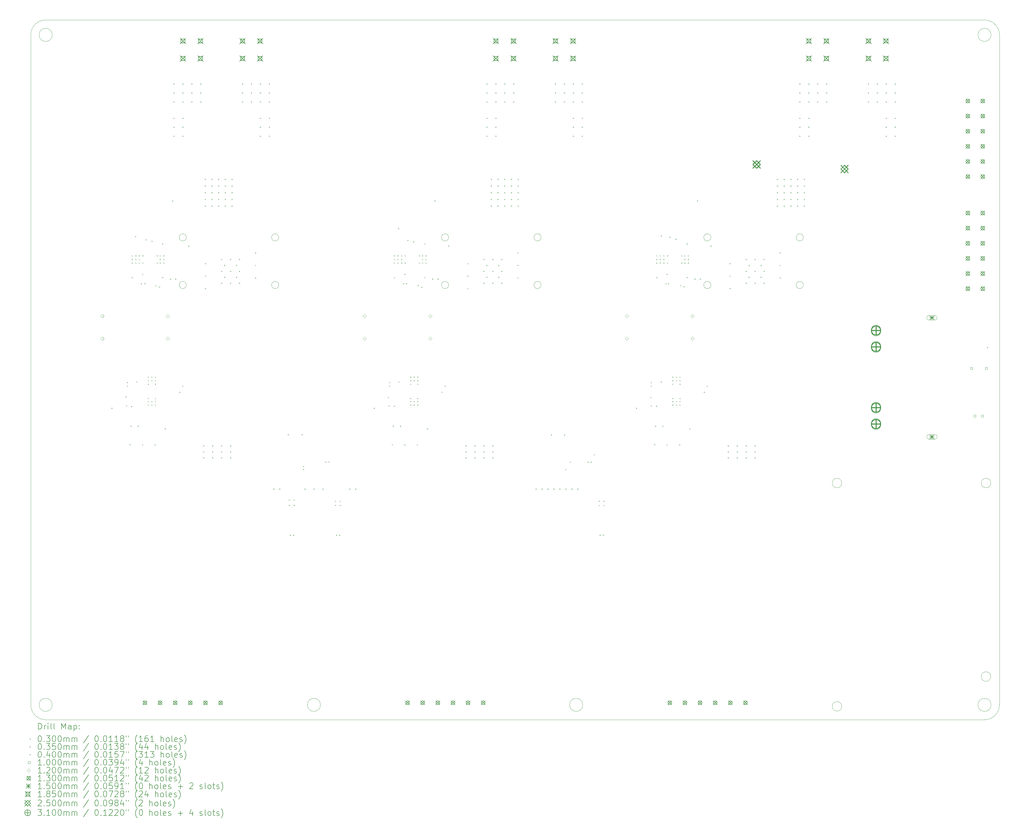
<source format=gbr>
%TF.GenerationSoftware,KiCad,Pcbnew,7.0.9*%
%TF.CreationDate,2025-04-01T10:21:30-06:00*%
%TF.ProjectId,2023-24_Power_Supply,32303233-2d32-4345-9f50-6f7765725f53,rev?*%
%TF.SameCoordinates,Original*%
%TF.FileFunction,Drillmap*%
%TF.FilePolarity,Positive*%
%FSLAX45Y45*%
G04 Gerber Fmt 4.5, Leading zero omitted, Abs format (unit mm)*
G04 Created by KiCad (PCBNEW 7.0.9) date 2025-04-01 10:21:30*
%MOMM*%
%LPD*%
G01*
G04 APERTURE LIST*
%ADD10C,0.100000*%
%ADD11C,0.200000*%
%ADD12C,0.120000*%
%ADD13C,0.130000*%
%ADD14C,0.150000*%
%ADD15C,0.185000*%
%ADD16C,0.250000*%
%ADD17C,0.310000*%
G04 APERTURE END LIST*
D10*
X31120000Y-16800000D02*
G75*
G03*
X31120000Y-16800000I-120000J0D01*
G01*
X46220000Y-32500000D02*
G75*
G03*
X46220000Y-32500000I-220000J0D01*
G01*
X14500000Y-9500000D02*
G75*
G03*
X14000000Y-10000000I0J-500000D01*
G01*
X39920000Y-18400000D02*
G75*
G03*
X39920000Y-18400000I-120000J0D01*
G01*
X46000000Y-33000000D02*
G75*
G03*
X46500000Y-32500000I0J500000D01*
G01*
X22320000Y-18400000D02*
G75*
G03*
X22320000Y-18400000I-120000J0D01*
G01*
X36820000Y-16800000D02*
G75*
G03*
X36820000Y-16800000I-120000J0D01*
G01*
X23720000Y-32500000D02*
G75*
G03*
X23720000Y-32500000I-220000J0D01*
G01*
X32520000Y-32500000D02*
G75*
G03*
X32520000Y-32500000I-220000J0D01*
G01*
X36820000Y-18400000D02*
G75*
G03*
X36820000Y-18400000I-120000J0D01*
G01*
X28020000Y-16800000D02*
G75*
G03*
X28020000Y-16800000I-120000J0D01*
G01*
X46210000Y-25050000D02*
G75*
G03*
X46210000Y-25050000I-160000J0D01*
G01*
X41210000Y-32550000D02*
G75*
G03*
X41210000Y-32550000I-160000J0D01*
G01*
X19220000Y-18400000D02*
G75*
G03*
X19220000Y-18400000I-120000J0D01*
G01*
X14720000Y-10000000D02*
G75*
G03*
X14720000Y-10000000I-220000J0D01*
G01*
X46500000Y-32500000D02*
X46500000Y-10000000D01*
X14000000Y-32500000D02*
G75*
G03*
X14500000Y-33000000I500000J0D01*
G01*
X46000000Y-9500000D02*
X14500000Y-9500000D01*
X14000000Y-10000000D02*
X14000000Y-32500000D01*
X31120000Y-18400000D02*
G75*
G03*
X31120000Y-18400000I-120000J0D01*
G01*
X46220000Y-10000000D02*
G75*
G03*
X46220000Y-10000000I-220000J0D01*
G01*
X19220000Y-16800000D02*
G75*
G03*
X19220000Y-16800000I-120000J0D01*
G01*
X39920000Y-16800000D02*
G75*
G03*
X39920000Y-16800000I-120000J0D01*
G01*
X46500000Y-10000000D02*
G75*
G03*
X46000000Y-9500000I-500000J0D01*
G01*
X46000000Y-33000000D02*
X14500000Y-33000000D01*
X46210000Y-31550000D02*
G75*
G03*
X46210000Y-31550000I-160000J0D01*
G01*
X22320000Y-16800000D02*
G75*
G03*
X22320000Y-16800000I-120000J0D01*
G01*
X14720000Y-32500000D02*
G75*
G03*
X14720000Y-32500000I-220000J0D01*
G01*
X28020000Y-18400000D02*
G75*
G03*
X28020000Y-18400000I-120000J0D01*
G01*
X41210000Y-25050000D02*
G75*
G03*
X41210000Y-25050000I-160000J0D01*
G01*
D11*
D10*
X17312500Y-23745000D02*
X17342500Y-23775000D01*
X17342500Y-23745000D02*
X17312500Y-23775000D01*
X17385000Y-17405000D02*
X17415000Y-17435000D01*
X17415000Y-17405000D02*
X17385000Y-17435000D01*
X17385000Y-17525000D02*
X17415000Y-17555000D01*
X17415000Y-17525000D02*
X17385000Y-17555000D01*
X17385000Y-17645000D02*
X17415000Y-17675000D01*
X17415000Y-17645000D02*
X17385000Y-17675000D01*
X17385000Y-18135000D02*
X17415000Y-18165000D01*
X17415000Y-18135000D02*
X17385000Y-18165000D01*
X17505000Y-17405000D02*
X17535000Y-17435000D01*
X17535000Y-17405000D02*
X17505000Y-17435000D01*
X17505000Y-17525000D02*
X17535000Y-17555000D01*
X17535000Y-17525000D02*
X17505000Y-17555000D01*
X17505000Y-17645000D02*
X17535000Y-17675000D01*
X17535000Y-17645000D02*
X17505000Y-17675000D01*
X17535000Y-21635000D02*
X17565000Y-21665000D01*
X17565000Y-21635000D02*
X17535000Y-21665000D01*
X17625000Y-17405000D02*
X17655000Y-17435000D01*
X17655000Y-17405000D02*
X17625000Y-17435000D01*
X17625000Y-17525000D02*
X17655000Y-17555000D01*
X17655000Y-17525000D02*
X17625000Y-17555000D01*
X17625000Y-17645000D02*
X17655000Y-17675000D01*
X17655000Y-17645000D02*
X17625000Y-17675000D01*
X17732500Y-23755000D02*
X17762500Y-23785000D01*
X17762500Y-23755000D02*
X17732500Y-23785000D01*
X17735000Y-18025000D02*
X17765000Y-18055000D01*
X17765000Y-18025000D02*
X17735000Y-18055000D01*
X17745000Y-17405000D02*
X17775000Y-17435000D01*
X17775000Y-17405000D02*
X17745000Y-17435000D01*
X17745000Y-17645000D02*
X17775000Y-17675000D01*
X17775000Y-17645000D02*
X17745000Y-17675000D01*
X17925000Y-21475000D02*
X17955000Y-21505000D01*
X17955000Y-21475000D02*
X17925000Y-21505000D01*
X17925000Y-21595000D02*
X17955000Y-21625000D01*
X17955000Y-21595000D02*
X17925000Y-21625000D01*
X17925000Y-21715000D02*
X17955000Y-21745000D01*
X17955000Y-21715000D02*
X17925000Y-21745000D01*
X17925000Y-22195000D02*
X17955000Y-22225000D01*
X17955000Y-22195000D02*
X17925000Y-22225000D01*
X17925000Y-22295000D02*
X17955000Y-22325000D01*
X17955000Y-22295000D02*
X17925000Y-22325000D01*
X17925000Y-22415000D02*
X17955000Y-22445000D01*
X17955000Y-22415000D02*
X17925000Y-22445000D01*
X18045000Y-21475000D02*
X18075000Y-21505000D01*
X18075000Y-21475000D02*
X18045000Y-21505000D01*
X18045000Y-21595000D02*
X18075000Y-21625000D01*
X18075000Y-21595000D02*
X18045000Y-21625000D01*
X18045000Y-22295000D02*
X18075000Y-22325000D01*
X18075000Y-22295000D02*
X18045000Y-22325000D01*
X18045000Y-22415000D02*
X18075000Y-22445000D01*
X18075000Y-22415000D02*
X18045000Y-22445000D01*
X18152500Y-23755000D02*
X18182500Y-23785000D01*
X18182500Y-23755000D02*
X18152500Y-23785000D01*
X18165000Y-21475000D02*
X18195000Y-21505000D01*
X18195000Y-21475000D02*
X18165000Y-21505000D01*
X18165000Y-21595000D02*
X18195000Y-21625000D01*
X18195000Y-21595000D02*
X18165000Y-21625000D01*
X18165000Y-21715000D02*
X18195000Y-21745000D01*
X18195000Y-21715000D02*
X18165000Y-21745000D01*
X18165000Y-22195000D02*
X18195000Y-22225000D01*
X18195000Y-22195000D02*
X18165000Y-22225000D01*
X18165000Y-22295000D02*
X18195000Y-22325000D01*
X18195000Y-22295000D02*
X18165000Y-22325000D01*
X18165000Y-22415000D02*
X18195000Y-22445000D01*
X18195000Y-22415000D02*
X18165000Y-22445000D01*
X18225000Y-17405000D02*
X18255000Y-17435000D01*
X18255000Y-17405000D02*
X18225000Y-17435000D01*
X18225000Y-17645000D02*
X18255000Y-17675000D01*
X18255000Y-17645000D02*
X18225000Y-17675000D01*
X18325000Y-17405000D02*
X18355000Y-17435000D01*
X18355000Y-17405000D02*
X18325000Y-17435000D01*
X18325000Y-17525000D02*
X18355000Y-17555000D01*
X18355000Y-17525000D02*
X18325000Y-17555000D01*
X18325000Y-17645000D02*
X18355000Y-17675000D01*
X18355000Y-17645000D02*
X18325000Y-17675000D01*
X18405000Y-17005000D02*
X18435000Y-17035000D01*
X18435000Y-17005000D02*
X18405000Y-17035000D01*
X18406142Y-18130392D02*
X18436142Y-18160392D01*
X18436142Y-18130392D02*
X18406142Y-18160392D01*
X18445000Y-17405000D02*
X18475000Y-17435000D01*
X18475000Y-17405000D02*
X18445000Y-17435000D01*
X18445000Y-17525000D02*
X18475000Y-17555000D01*
X18475000Y-17525000D02*
X18445000Y-17555000D01*
X18445000Y-17645000D02*
X18475000Y-17675000D01*
X18475000Y-17645000D02*
X18445000Y-17675000D01*
X19845000Y-17665000D02*
X19875000Y-17695000D01*
X19875000Y-17665000D02*
X19845000Y-17695000D01*
X19845000Y-18085000D02*
X19875000Y-18115000D01*
X19875000Y-18085000D02*
X19845000Y-18115000D01*
X19845000Y-18505000D02*
X19875000Y-18535000D01*
X19875000Y-18505000D02*
X19845000Y-18535000D01*
X21525000Y-17305000D02*
X21555000Y-17335000D01*
X21555000Y-17305000D02*
X21525000Y-17335000D01*
X21525000Y-17725000D02*
X21555000Y-17755000D01*
X21555000Y-17725000D02*
X21525000Y-17755000D01*
X21525000Y-18145000D02*
X21555000Y-18175000D01*
X21555000Y-18145000D02*
X21525000Y-18175000D01*
X22655000Y-25605000D02*
X22685000Y-25635000D01*
X22685000Y-25605000D02*
X22655000Y-25635000D01*
X22655000Y-25785000D02*
X22685000Y-25815000D01*
X22685000Y-25785000D02*
X22655000Y-25815000D01*
X22815000Y-25605000D02*
X22845000Y-25635000D01*
X22845000Y-25605000D02*
X22815000Y-25635000D01*
X22815000Y-25785000D02*
X22845000Y-25815000D01*
X22845000Y-25785000D02*
X22815000Y-25815000D01*
X24205000Y-25645000D02*
X24235000Y-25675000D01*
X24235000Y-25645000D02*
X24205000Y-25675000D01*
X24205000Y-25785000D02*
X24235000Y-25815000D01*
X24235000Y-25785000D02*
X24205000Y-25815000D01*
X24365000Y-25645000D02*
X24395000Y-25675000D01*
X24395000Y-25645000D02*
X24365000Y-25675000D01*
X24365000Y-25785000D02*
X24395000Y-25815000D01*
X24395000Y-25785000D02*
X24365000Y-25815000D01*
X26112500Y-23745000D02*
X26142500Y-23775000D01*
X26142500Y-23745000D02*
X26112500Y-23775000D01*
X26185000Y-17405000D02*
X26215000Y-17435000D01*
X26215000Y-17405000D02*
X26185000Y-17435000D01*
X26185000Y-17525000D02*
X26215000Y-17555000D01*
X26215000Y-17525000D02*
X26185000Y-17555000D01*
X26185000Y-17645000D02*
X26215000Y-17675000D01*
X26215000Y-17645000D02*
X26185000Y-17675000D01*
X26185000Y-18135000D02*
X26215000Y-18165000D01*
X26215000Y-18135000D02*
X26185000Y-18165000D01*
X26305000Y-17405000D02*
X26335000Y-17435000D01*
X26335000Y-17405000D02*
X26305000Y-17435000D01*
X26305000Y-17525000D02*
X26335000Y-17555000D01*
X26335000Y-17525000D02*
X26305000Y-17555000D01*
X26305000Y-17645000D02*
X26335000Y-17675000D01*
X26335000Y-17645000D02*
X26305000Y-17675000D01*
X26335000Y-21635000D02*
X26365000Y-21665000D01*
X26365000Y-21635000D02*
X26335000Y-21665000D01*
X26425000Y-17405000D02*
X26455000Y-17435000D01*
X26455000Y-17405000D02*
X26425000Y-17435000D01*
X26425000Y-17525000D02*
X26455000Y-17555000D01*
X26455000Y-17525000D02*
X26425000Y-17555000D01*
X26425000Y-17645000D02*
X26455000Y-17675000D01*
X26455000Y-17645000D02*
X26425000Y-17675000D01*
X26532500Y-23755000D02*
X26562500Y-23785000D01*
X26562500Y-23755000D02*
X26532500Y-23785000D01*
X26535000Y-18025000D02*
X26565000Y-18055000D01*
X26565000Y-18025000D02*
X26535000Y-18055000D01*
X26545000Y-17405000D02*
X26575000Y-17435000D01*
X26575000Y-17405000D02*
X26545000Y-17435000D01*
X26545000Y-17645000D02*
X26575000Y-17675000D01*
X26575000Y-17645000D02*
X26545000Y-17675000D01*
X26725000Y-21475000D02*
X26755000Y-21505000D01*
X26755000Y-21475000D02*
X26725000Y-21505000D01*
X26725000Y-21595000D02*
X26755000Y-21625000D01*
X26755000Y-21595000D02*
X26725000Y-21625000D01*
X26725000Y-21715000D02*
X26755000Y-21745000D01*
X26755000Y-21715000D02*
X26725000Y-21745000D01*
X26725000Y-22195000D02*
X26755000Y-22225000D01*
X26755000Y-22195000D02*
X26725000Y-22225000D01*
X26725000Y-22295000D02*
X26755000Y-22325000D01*
X26755000Y-22295000D02*
X26725000Y-22325000D01*
X26725000Y-22415000D02*
X26755000Y-22445000D01*
X26755000Y-22415000D02*
X26725000Y-22445000D01*
X26845000Y-21475000D02*
X26875000Y-21505000D01*
X26875000Y-21475000D02*
X26845000Y-21505000D01*
X26845000Y-21595000D02*
X26875000Y-21625000D01*
X26875000Y-21595000D02*
X26845000Y-21625000D01*
X26845000Y-22295000D02*
X26875000Y-22325000D01*
X26875000Y-22295000D02*
X26845000Y-22325000D01*
X26845000Y-22415000D02*
X26875000Y-22445000D01*
X26875000Y-22415000D02*
X26845000Y-22445000D01*
X26952500Y-23755000D02*
X26982500Y-23785000D01*
X26982500Y-23755000D02*
X26952500Y-23785000D01*
X26965000Y-21475000D02*
X26995000Y-21505000D01*
X26995000Y-21475000D02*
X26965000Y-21505000D01*
X26965000Y-21595000D02*
X26995000Y-21625000D01*
X26995000Y-21595000D02*
X26965000Y-21625000D01*
X26965000Y-21715000D02*
X26995000Y-21745000D01*
X26995000Y-21715000D02*
X26965000Y-21745000D01*
X26965000Y-22195000D02*
X26995000Y-22225000D01*
X26995000Y-22195000D02*
X26965000Y-22225000D01*
X26965000Y-22295000D02*
X26995000Y-22325000D01*
X26995000Y-22295000D02*
X26965000Y-22325000D01*
X26965000Y-22415000D02*
X26995000Y-22445000D01*
X26995000Y-22415000D02*
X26965000Y-22445000D01*
X27025000Y-17405000D02*
X27055000Y-17435000D01*
X27055000Y-17405000D02*
X27025000Y-17435000D01*
X27025000Y-17645000D02*
X27055000Y-17675000D01*
X27055000Y-17645000D02*
X27025000Y-17675000D01*
X27125000Y-17405000D02*
X27155000Y-17435000D01*
X27155000Y-17405000D02*
X27125000Y-17435000D01*
X27125000Y-17525000D02*
X27155000Y-17555000D01*
X27155000Y-17525000D02*
X27125000Y-17555000D01*
X27125000Y-17645000D02*
X27155000Y-17675000D01*
X27155000Y-17645000D02*
X27125000Y-17675000D01*
X27205000Y-17005000D02*
X27235000Y-17035000D01*
X27235000Y-17005000D02*
X27205000Y-17035000D01*
X27206142Y-18130392D02*
X27236142Y-18160392D01*
X27236142Y-18130392D02*
X27206142Y-18160392D01*
X27245000Y-17405000D02*
X27275000Y-17435000D01*
X27275000Y-17405000D02*
X27245000Y-17435000D01*
X27245000Y-17525000D02*
X27275000Y-17555000D01*
X27275000Y-17525000D02*
X27245000Y-17555000D01*
X27245000Y-17645000D02*
X27275000Y-17675000D01*
X27275000Y-17645000D02*
X27245000Y-17675000D01*
X28645000Y-17665000D02*
X28675000Y-17695000D01*
X28675000Y-17665000D02*
X28645000Y-17695000D01*
X28645000Y-18085000D02*
X28675000Y-18115000D01*
X28675000Y-18085000D02*
X28645000Y-18115000D01*
X28645000Y-18505000D02*
X28675000Y-18535000D01*
X28675000Y-18505000D02*
X28645000Y-18535000D01*
X30325000Y-17305000D02*
X30355000Y-17335000D01*
X30355000Y-17305000D02*
X30325000Y-17335000D01*
X30325000Y-17725000D02*
X30355000Y-17755000D01*
X30355000Y-17725000D02*
X30325000Y-17755000D01*
X30325000Y-18145000D02*
X30355000Y-18175000D01*
X30355000Y-18145000D02*
X30325000Y-18175000D01*
X32085000Y-24335000D02*
X32115000Y-24365000D01*
X32115000Y-24335000D02*
X32085000Y-24365000D01*
X32885050Y-24085000D02*
X32915050Y-24115000D01*
X32915050Y-24085000D02*
X32885050Y-24115000D01*
X33055000Y-25645000D02*
X33085000Y-25675000D01*
X33085000Y-25645000D02*
X33055000Y-25675000D01*
X33055000Y-25785000D02*
X33085000Y-25815000D01*
X33085000Y-25785000D02*
X33055000Y-25815000D01*
X33215000Y-25645000D02*
X33245000Y-25675000D01*
X33245000Y-25645000D02*
X33215000Y-25675000D01*
X33215000Y-25785000D02*
X33245000Y-25815000D01*
X33245000Y-25785000D02*
X33215000Y-25815000D01*
X34912500Y-23745000D02*
X34942500Y-23775000D01*
X34942500Y-23745000D02*
X34912500Y-23775000D01*
X34985000Y-17405000D02*
X35015000Y-17435000D01*
X35015000Y-17405000D02*
X34985000Y-17435000D01*
X34985000Y-17525000D02*
X35015000Y-17555000D01*
X35015000Y-17525000D02*
X34985000Y-17555000D01*
X34985000Y-17645000D02*
X35015000Y-17675000D01*
X35015000Y-17645000D02*
X34985000Y-17675000D01*
X34985000Y-18135000D02*
X35015000Y-18165000D01*
X35015000Y-18135000D02*
X34985000Y-18165000D01*
X35105000Y-17405000D02*
X35135000Y-17435000D01*
X35135000Y-17405000D02*
X35105000Y-17435000D01*
X35105000Y-17525000D02*
X35135000Y-17555000D01*
X35135000Y-17525000D02*
X35105000Y-17555000D01*
X35105000Y-17645000D02*
X35135000Y-17675000D01*
X35135000Y-17645000D02*
X35105000Y-17675000D01*
X35135000Y-21635000D02*
X35165000Y-21665000D01*
X35165000Y-21635000D02*
X35135000Y-21665000D01*
X35225000Y-17405000D02*
X35255000Y-17435000D01*
X35255000Y-17405000D02*
X35225000Y-17435000D01*
X35225000Y-17525000D02*
X35255000Y-17555000D01*
X35255000Y-17525000D02*
X35225000Y-17555000D01*
X35225000Y-17645000D02*
X35255000Y-17675000D01*
X35255000Y-17645000D02*
X35225000Y-17675000D01*
X35332500Y-23755000D02*
X35362500Y-23785000D01*
X35362500Y-23755000D02*
X35332500Y-23785000D01*
X35335000Y-18025000D02*
X35365000Y-18055000D01*
X35365000Y-18025000D02*
X35335000Y-18055000D01*
X35345000Y-17405000D02*
X35375000Y-17435000D01*
X35375000Y-17405000D02*
X35345000Y-17435000D01*
X35345000Y-17645000D02*
X35375000Y-17675000D01*
X35375000Y-17645000D02*
X35345000Y-17675000D01*
X35525000Y-21475000D02*
X35555000Y-21505000D01*
X35555000Y-21475000D02*
X35525000Y-21505000D01*
X35525000Y-21595000D02*
X35555000Y-21625000D01*
X35555000Y-21595000D02*
X35525000Y-21625000D01*
X35525000Y-21715000D02*
X35555000Y-21745000D01*
X35555000Y-21715000D02*
X35525000Y-21745000D01*
X35525000Y-22195000D02*
X35555000Y-22225000D01*
X35555000Y-22195000D02*
X35525000Y-22225000D01*
X35525000Y-22295000D02*
X35555000Y-22325000D01*
X35555000Y-22295000D02*
X35525000Y-22325000D01*
X35525000Y-22415000D02*
X35555000Y-22445000D01*
X35555000Y-22415000D02*
X35525000Y-22445000D01*
X35645000Y-21475000D02*
X35675000Y-21505000D01*
X35675000Y-21475000D02*
X35645000Y-21505000D01*
X35645000Y-21595000D02*
X35675000Y-21625000D01*
X35675000Y-21595000D02*
X35645000Y-21625000D01*
X35645000Y-22295000D02*
X35675000Y-22325000D01*
X35675000Y-22295000D02*
X35645000Y-22325000D01*
X35645000Y-22415000D02*
X35675000Y-22445000D01*
X35675000Y-22415000D02*
X35645000Y-22445000D01*
X35752500Y-23755000D02*
X35782500Y-23785000D01*
X35782500Y-23755000D02*
X35752500Y-23785000D01*
X35765000Y-21475000D02*
X35795000Y-21505000D01*
X35795000Y-21475000D02*
X35765000Y-21505000D01*
X35765000Y-21595000D02*
X35795000Y-21625000D01*
X35795000Y-21595000D02*
X35765000Y-21625000D01*
X35765000Y-21715000D02*
X35795000Y-21745000D01*
X35795000Y-21715000D02*
X35765000Y-21745000D01*
X35765000Y-22195000D02*
X35795000Y-22225000D01*
X35795000Y-22195000D02*
X35765000Y-22225000D01*
X35765000Y-22295000D02*
X35795000Y-22325000D01*
X35795000Y-22295000D02*
X35765000Y-22325000D01*
X35765000Y-22415000D02*
X35795000Y-22445000D01*
X35795000Y-22415000D02*
X35765000Y-22445000D01*
X35825000Y-17405000D02*
X35855000Y-17435000D01*
X35855000Y-17405000D02*
X35825000Y-17435000D01*
X35825000Y-17645000D02*
X35855000Y-17675000D01*
X35855000Y-17645000D02*
X35825000Y-17675000D01*
X35925000Y-17405000D02*
X35955000Y-17435000D01*
X35955000Y-17405000D02*
X35925000Y-17435000D01*
X35925000Y-17525000D02*
X35955000Y-17555000D01*
X35955000Y-17525000D02*
X35925000Y-17555000D01*
X35925000Y-17645000D02*
X35955000Y-17675000D01*
X35955000Y-17645000D02*
X35925000Y-17675000D01*
X36005000Y-17005000D02*
X36035000Y-17035000D01*
X36035000Y-17005000D02*
X36005000Y-17035000D01*
X36006142Y-18130392D02*
X36036142Y-18160392D01*
X36036142Y-18130392D02*
X36006142Y-18160392D01*
X36045000Y-17405000D02*
X36075000Y-17435000D01*
X36075000Y-17405000D02*
X36045000Y-17435000D01*
X36045000Y-17525000D02*
X36075000Y-17555000D01*
X36075000Y-17525000D02*
X36045000Y-17555000D01*
X36045000Y-17645000D02*
X36075000Y-17675000D01*
X36075000Y-17645000D02*
X36045000Y-17675000D01*
X37445000Y-17665000D02*
X37475000Y-17695000D01*
X37475000Y-17665000D02*
X37445000Y-17695000D01*
X37445000Y-18085000D02*
X37475000Y-18115000D01*
X37475000Y-18085000D02*
X37445000Y-18115000D01*
X37445000Y-18505000D02*
X37475000Y-18535000D01*
X37475000Y-18505000D02*
X37445000Y-18535000D01*
X39125000Y-17305000D02*
X39155000Y-17335000D01*
X39155000Y-17305000D02*
X39125000Y-17335000D01*
X39125000Y-17725000D02*
X39155000Y-17755000D01*
X39155000Y-17725000D02*
X39125000Y-17755000D01*
X39125000Y-18145000D02*
X39155000Y-18175000D01*
X39155000Y-18145000D02*
X39125000Y-18175000D01*
X17217500Y-22160000D02*
G75*
G03*
X17217500Y-22160000I-17500J0D01*
G01*
X17237500Y-22460000D02*
G75*
G03*
X17237500Y-22460000I-17500J0D01*
G01*
X17257500Y-21680000D02*
G75*
G03*
X17257500Y-21680000I-17500J0D01*
G01*
X17257500Y-21800000D02*
G75*
G03*
X17257500Y-21800000I-17500J0D01*
G01*
X17727500Y-18360000D02*
G75*
G03*
X17727500Y-18360000I-17500J0D01*
G01*
X17847500Y-18360000D02*
G75*
G03*
X17847500Y-18360000I-17500J0D01*
G01*
X18217500Y-18430000D02*
G75*
G03*
X18217500Y-18430000I-17500J0D01*
G01*
X18337500Y-18470000D02*
G75*
G03*
X18337500Y-18470000I-17500J0D01*
G01*
X18777500Y-15580000D02*
G75*
G03*
X18777500Y-15580000I-17500J0D01*
G01*
X19017500Y-22005000D02*
G75*
G03*
X19017500Y-22005000I-17500J0D01*
G01*
X19117500Y-21800000D02*
G75*
G03*
X19117500Y-21800000I-17500J0D01*
G01*
X22657500Y-23430000D02*
G75*
G03*
X22657500Y-23430000I-17500J0D01*
G01*
X23127500Y-23430000D02*
G75*
G03*
X23127500Y-23430000I-17500J0D01*
G01*
X23167500Y-24500000D02*
G75*
G03*
X23167500Y-24500000I-17500J0D01*
G01*
X23167500Y-24600000D02*
G75*
G03*
X23167500Y-24600000I-17500J0D01*
G01*
X23917500Y-24350000D02*
G75*
G03*
X23917500Y-24350000I-17500J0D01*
G01*
X24017500Y-24350000D02*
G75*
G03*
X24017500Y-24350000I-17500J0D01*
G01*
X26017500Y-22180000D02*
G75*
G03*
X26017500Y-22180000I-17500J0D01*
G01*
X26037500Y-22460000D02*
G75*
G03*
X26037500Y-22460000I-17500J0D01*
G01*
X26057500Y-21680000D02*
G75*
G03*
X26057500Y-21680000I-17500J0D01*
G01*
X26057500Y-21800000D02*
G75*
G03*
X26057500Y-21800000I-17500J0D01*
G01*
X26527500Y-18360000D02*
G75*
G03*
X26527500Y-18360000I-17500J0D01*
G01*
X26627500Y-18360000D02*
G75*
G03*
X26627500Y-18360000I-17500J0D01*
G01*
X27017500Y-18420000D02*
G75*
G03*
X27017500Y-18420000I-17500J0D01*
G01*
X27137500Y-18480000D02*
G75*
G03*
X27137500Y-18480000I-17500J0D01*
G01*
X27577500Y-15580000D02*
G75*
G03*
X27577500Y-15580000I-17500J0D01*
G01*
X27817500Y-22005000D02*
G75*
G03*
X27817500Y-22005000I-17500J0D01*
G01*
X27917500Y-21800000D02*
G75*
G03*
X27917500Y-21800000I-17500J0D01*
G01*
X31487500Y-23440000D02*
G75*
G03*
X31487500Y-23440000I-17500J0D01*
G01*
X31927500Y-23440000D02*
G75*
G03*
X31927500Y-23440000I-17500J0D01*
G01*
X31967500Y-24600000D02*
G75*
G03*
X31967500Y-24600000I-17500J0D01*
G01*
X32717500Y-24350000D02*
G75*
G03*
X32717500Y-24350000I-17500J0D01*
G01*
X32817500Y-24350000D02*
G75*
G03*
X32817500Y-24350000I-17500J0D01*
G01*
X34817500Y-22180000D02*
G75*
G03*
X34817500Y-22180000I-17500J0D01*
G01*
X34837500Y-21680000D02*
G75*
G03*
X34837500Y-21680000I-17500J0D01*
G01*
X34837500Y-21800000D02*
G75*
G03*
X34837500Y-21800000I-17500J0D01*
G01*
X34837500Y-22460000D02*
G75*
G03*
X34837500Y-22460000I-17500J0D01*
G01*
X35327500Y-18360000D02*
G75*
G03*
X35327500Y-18360000I-17500J0D01*
G01*
X35417500Y-18360000D02*
G75*
G03*
X35417500Y-18360000I-17500J0D01*
G01*
X35817500Y-18420000D02*
G75*
G03*
X35817500Y-18420000I-17500J0D01*
G01*
X35937500Y-18460000D02*
G75*
G03*
X35937500Y-18460000I-17500J0D01*
G01*
X36387500Y-15580000D02*
G75*
G03*
X36387500Y-15580000I-17500J0D01*
G01*
X36617500Y-22005000D02*
G75*
G03*
X36617500Y-22005000I-17500J0D01*
G01*
X36717500Y-21800000D02*
G75*
G03*
X36717500Y-21800000I-17500J0D01*
G01*
X16720000Y-22520000D02*
X16720000Y-22560000D01*
X16700000Y-22540000D02*
X16740000Y-22540000D01*
X17360000Y-23120000D02*
X17360000Y-23160000D01*
X17340000Y-23140000D02*
X17380000Y-23140000D01*
X17380000Y-22460000D02*
X17380000Y-22500000D01*
X17360000Y-22480000D02*
X17400000Y-22480000D01*
X17510000Y-16750000D02*
X17510000Y-16790000D01*
X17490000Y-16770000D02*
X17530000Y-16770000D01*
X17600000Y-23120000D02*
X17600000Y-23160000D01*
X17580000Y-23140000D02*
X17620000Y-23140000D01*
X17865050Y-16860000D02*
X17865050Y-16900000D01*
X17845050Y-16880000D02*
X17885050Y-16880000D01*
X18060000Y-16910000D02*
X18060000Y-16950000D01*
X18040000Y-16930000D02*
X18080000Y-16930000D01*
X18505625Y-23210000D02*
X18505625Y-23250000D01*
X18485625Y-23230000D02*
X18525625Y-23230000D01*
X18680000Y-18180000D02*
X18680000Y-18220000D01*
X18660000Y-18200000D02*
X18700000Y-18200000D01*
X18800000Y-11630000D02*
X18800000Y-11670000D01*
X18780000Y-11650000D02*
X18820000Y-11650000D01*
X18800000Y-11930000D02*
X18800000Y-11970000D01*
X18780000Y-11950000D02*
X18820000Y-11950000D01*
X18800000Y-12230000D02*
X18800000Y-12270000D01*
X18780000Y-12250000D02*
X18820000Y-12250000D01*
X18800000Y-12780000D02*
X18800000Y-12820000D01*
X18780000Y-12800000D02*
X18820000Y-12800000D01*
X18800000Y-13080000D02*
X18800000Y-13120000D01*
X18780000Y-13100000D02*
X18820000Y-13100000D01*
X18800000Y-13380000D02*
X18800000Y-13420000D01*
X18780000Y-13400000D02*
X18820000Y-13400000D01*
X18860000Y-18180000D02*
X18860000Y-18220000D01*
X18840000Y-18200000D02*
X18880000Y-18200000D01*
X19100000Y-11630000D02*
X19100000Y-11670000D01*
X19080000Y-11650000D02*
X19120000Y-11650000D01*
X19100000Y-11930000D02*
X19100000Y-11970000D01*
X19080000Y-11950000D02*
X19120000Y-11950000D01*
X19100000Y-12230000D02*
X19100000Y-12270000D01*
X19080000Y-12250000D02*
X19120000Y-12250000D01*
X19100000Y-12780000D02*
X19100000Y-12820000D01*
X19080000Y-12800000D02*
X19120000Y-12800000D01*
X19100000Y-13080000D02*
X19100000Y-13120000D01*
X19080000Y-13100000D02*
X19120000Y-13100000D01*
X19100000Y-13380000D02*
X19100000Y-13420000D01*
X19080000Y-13400000D02*
X19120000Y-13400000D01*
X19293750Y-17070000D02*
X19293750Y-17110000D01*
X19273750Y-17090000D02*
X19313750Y-17090000D01*
X19400000Y-11630000D02*
X19400000Y-11670000D01*
X19380000Y-11650000D02*
X19420000Y-11650000D01*
X19400000Y-11930000D02*
X19400000Y-11970000D01*
X19380000Y-11950000D02*
X19420000Y-11950000D01*
X19400000Y-12230000D02*
X19400000Y-12270000D01*
X19380000Y-12250000D02*
X19420000Y-12250000D01*
X19700000Y-11630000D02*
X19700000Y-11670000D01*
X19680000Y-11650000D02*
X19720000Y-11650000D01*
X19700000Y-11930000D02*
X19700000Y-11970000D01*
X19680000Y-11950000D02*
X19720000Y-11950000D01*
X19700000Y-12230000D02*
X19700000Y-12270000D01*
X19680000Y-12250000D02*
X19720000Y-12250000D01*
X19800000Y-23780000D02*
X19800000Y-23820000D01*
X19780000Y-23800000D02*
X19820000Y-23800000D01*
X19800000Y-23980000D02*
X19800000Y-24020000D01*
X19780000Y-24000000D02*
X19820000Y-24000000D01*
X19800000Y-24180000D02*
X19800000Y-24220000D01*
X19780000Y-24200000D02*
X19820000Y-24200000D01*
X19850000Y-14830000D02*
X19850000Y-14870000D01*
X19830000Y-14850000D02*
X19870000Y-14850000D01*
X19850000Y-15055000D02*
X19850000Y-15095000D01*
X19830000Y-15075000D02*
X19870000Y-15075000D01*
X19850000Y-15280000D02*
X19850000Y-15320000D01*
X19830000Y-15300000D02*
X19870000Y-15300000D01*
X19850000Y-15505000D02*
X19850000Y-15545000D01*
X19830000Y-15525000D02*
X19870000Y-15525000D01*
X19850000Y-15730000D02*
X19850000Y-15770000D01*
X19830000Y-15750000D02*
X19870000Y-15750000D01*
X20075000Y-14830000D02*
X20075000Y-14870000D01*
X20055000Y-14850000D02*
X20095000Y-14850000D01*
X20075000Y-15055000D02*
X20075000Y-15095000D01*
X20055000Y-15075000D02*
X20095000Y-15075000D01*
X20075000Y-15280000D02*
X20075000Y-15320000D01*
X20055000Y-15300000D02*
X20095000Y-15300000D01*
X20075000Y-15505000D02*
X20075000Y-15545000D01*
X20055000Y-15525000D02*
X20095000Y-15525000D01*
X20075000Y-15730000D02*
X20075000Y-15770000D01*
X20055000Y-15750000D02*
X20095000Y-15750000D01*
X20100000Y-23780000D02*
X20100000Y-23820000D01*
X20080000Y-23800000D02*
X20120000Y-23800000D01*
X20100000Y-23980000D02*
X20100000Y-24020000D01*
X20080000Y-24000000D02*
X20120000Y-24000000D01*
X20100000Y-24180000D02*
X20100000Y-24220000D01*
X20080000Y-24200000D02*
X20120000Y-24200000D01*
X20300000Y-14830000D02*
X20300000Y-14870000D01*
X20280000Y-14850000D02*
X20320000Y-14850000D01*
X20300000Y-15055000D02*
X20300000Y-15095000D01*
X20280000Y-15075000D02*
X20320000Y-15075000D01*
X20300000Y-15280000D02*
X20300000Y-15320000D01*
X20280000Y-15300000D02*
X20320000Y-15300000D01*
X20300000Y-15505000D02*
X20300000Y-15545000D01*
X20280000Y-15525000D02*
X20320000Y-15525000D01*
X20300000Y-15730000D02*
X20300000Y-15770000D01*
X20280000Y-15750000D02*
X20320000Y-15750000D01*
X20400000Y-17520000D02*
X20400000Y-17560000D01*
X20380000Y-17540000D02*
X20420000Y-17540000D01*
X20400000Y-17920000D02*
X20400000Y-17960000D01*
X20380000Y-17940000D02*
X20420000Y-17940000D01*
X20400000Y-18320000D02*
X20400000Y-18360000D01*
X20380000Y-18340000D02*
X20420000Y-18340000D01*
X20400000Y-23780000D02*
X20400000Y-23820000D01*
X20380000Y-23800000D02*
X20420000Y-23800000D01*
X20400000Y-23980000D02*
X20400000Y-24020000D01*
X20380000Y-24000000D02*
X20420000Y-24000000D01*
X20400000Y-24180000D02*
X20400000Y-24220000D01*
X20380000Y-24200000D02*
X20420000Y-24200000D01*
X20500000Y-17720000D02*
X20500000Y-17760000D01*
X20480000Y-17740000D02*
X20520000Y-17740000D01*
X20500000Y-18120000D02*
X20500000Y-18160000D01*
X20480000Y-18140000D02*
X20520000Y-18140000D01*
X20525000Y-14830000D02*
X20525000Y-14870000D01*
X20505000Y-14850000D02*
X20545000Y-14850000D01*
X20525000Y-15055000D02*
X20525000Y-15095000D01*
X20505000Y-15075000D02*
X20545000Y-15075000D01*
X20525000Y-15280000D02*
X20525000Y-15320000D01*
X20505000Y-15300000D02*
X20545000Y-15300000D01*
X20525000Y-15505000D02*
X20525000Y-15545000D01*
X20505000Y-15525000D02*
X20545000Y-15525000D01*
X20525000Y-15730000D02*
X20525000Y-15770000D01*
X20505000Y-15750000D02*
X20545000Y-15750000D01*
X20700000Y-17520000D02*
X20700000Y-17560000D01*
X20680000Y-17540000D02*
X20720000Y-17540000D01*
X20700000Y-17920000D02*
X20700000Y-17960000D01*
X20680000Y-17940000D02*
X20720000Y-17940000D01*
X20700000Y-18320000D02*
X20700000Y-18360000D01*
X20680000Y-18340000D02*
X20720000Y-18340000D01*
X20700000Y-23780000D02*
X20700000Y-23820000D01*
X20680000Y-23800000D02*
X20720000Y-23800000D01*
X20700000Y-23980000D02*
X20700000Y-24020000D01*
X20680000Y-24000000D02*
X20720000Y-24000000D01*
X20700000Y-24180000D02*
X20700000Y-24220000D01*
X20680000Y-24200000D02*
X20720000Y-24200000D01*
X20750000Y-14830000D02*
X20750000Y-14870000D01*
X20730000Y-14850000D02*
X20770000Y-14850000D01*
X20750000Y-15055000D02*
X20750000Y-15095000D01*
X20730000Y-15075000D02*
X20770000Y-15075000D01*
X20750000Y-15280000D02*
X20750000Y-15320000D01*
X20730000Y-15300000D02*
X20770000Y-15300000D01*
X20750000Y-15505000D02*
X20750000Y-15545000D01*
X20730000Y-15525000D02*
X20770000Y-15525000D01*
X20750000Y-15730000D02*
X20750000Y-15770000D01*
X20730000Y-15750000D02*
X20770000Y-15750000D01*
X20900000Y-17720000D02*
X20900000Y-17760000D01*
X20880000Y-17740000D02*
X20920000Y-17740000D01*
X20900000Y-18120000D02*
X20900000Y-18160000D01*
X20880000Y-18140000D02*
X20920000Y-18140000D01*
X21000000Y-17520000D02*
X21000000Y-17560000D01*
X20980000Y-17540000D02*
X21020000Y-17540000D01*
X21000000Y-17920000D02*
X21000000Y-17960000D01*
X20980000Y-17940000D02*
X21020000Y-17940000D01*
X21000000Y-18320000D02*
X21000000Y-18360000D01*
X20980000Y-18340000D02*
X21020000Y-18340000D01*
X21100000Y-11630000D02*
X21100000Y-11670000D01*
X21080000Y-11650000D02*
X21120000Y-11650000D01*
X21100000Y-11930000D02*
X21100000Y-11970000D01*
X21080000Y-11950000D02*
X21120000Y-11950000D01*
X21100000Y-12230000D02*
X21100000Y-12270000D01*
X21080000Y-12250000D02*
X21120000Y-12250000D01*
X21400000Y-11630000D02*
X21400000Y-11670000D01*
X21380000Y-11650000D02*
X21420000Y-11650000D01*
X21400000Y-11930000D02*
X21400000Y-11970000D01*
X21380000Y-11950000D02*
X21420000Y-11950000D01*
X21400000Y-12230000D02*
X21400000Y-12270000D01*
X21380000Y-12250000D02*
X21420000Y-12250000D01*
X21700000Y-11630000D02*
X21700000Y-11670000D01*
X21680000Y-11650000D02*
X21720000Y-11650000D01*
X21700000Y-11930000D02*
X21700000Y-11970000D01*
X21680000Y-11950000D02*
X21720000Y-11950000D01*
X21700000Y-12230000D02*
X21700000Y-12270000D01*
X21680000Y-12250000D02*
X21720000Y-12250000D01*
X21700000Y-12780000D02*
X21700000Y-12820000D01*
X21680000Y-12800000D02*
X21720000Y-12800000D01*
X21700000Y-13080000D02*
X21700000Y-13120000D01*
X21680000Y-13100000D02*
X21720000Y-13100000D01*
X21700000Y-13380000D02*
X21700000Y-13420000D01*
X21680000Y-13400000D02*
X21720000Y-13400000D01*
X22000000Y-11630000D02*
X22000000Y-11670000D01*
X21980000Y-11650000D02*
X22020000Y-11650000D01*
X22000000Y-11930000D02*
X22000000Y-11970000D01*
X21980000Y-11950000D02*
X22020000Y-11950000D01*
X22000000Y-12230000D02*
X22000000Y-12270000D01*
X21980000Y-12250000D02*
X22020000Y-12250000D01*
X22000000Y-12780000D02*
X22000000Y-12820000D01*
X21980000Y-12800000D02*
X22020000Y-12800000D01*
X22000000Y-13080000D02*
X22000000Y-13120000D01*
X21980000Y-13100000D02*
X22020000Y-13100000D01*
X22000000Y-13380000D02*
X22000000Y-13420000D01*
X21980000Y-13400000D02*
X22020000Y-13400000D01*
X22150000Y-25230000D02*
X22150000Y-25270000D01*
X22130000Y-25250000D02*
X22170000Y-25250000D01*
X22350000Y-25230000D02*
X22350000Y-25270000D01*
X22330000Y-25250000D02*
X22370000Y-25250000D01*
X22707500Y-26780000D02*
X22707500Y-26820000D01*
X22687500Y-26800000D02*
X22727500Y-26800000D01*
X22812500Y-26780000D02*
X22812500Y-26820000D01*
X22792500Y-26800000D02*
X22832500Y-26800000D01*
X23200000Y-25230000D02*
X23200000Y-25270000D01*
X23180000Y-25250000D02*
X23220000Y-25250000D01*
X23500000Y-25230000D02*
X23500000Y-25270000D01*
X23480000Y-25250000D02*
X23520000Y-25250000D01*
X23800000Y-25230000D02*
X23800000Y-25270000D01*
X23780000Y-25250000D02*
X23820000Y-25250000D01*
X24252500Y-26780000D02*
X24252500Y-26820000D01*
X24232500Y-26800000D02*
X24272500Y-26800000D01*
X24357500Y-26780000D02*
X24357500Y-26820000D01*
X24337500Y-26800000D02*
X24377500Y-26800000D01*
X24700000Y-25230000D02*
X24700000Y-25270000D01*
X24680000Y-25250000D02*
X24720000Y-25250000D01*
X24900000Y-25230000D02*
X24900000Y-25270000D01*
X24880000Y-25250000D02*
X24920000Y-25250000D01*
X25520000Y-22520000D02*
X25520000Y-22560000D01*
X25500000Y-22540000D02*
X25540000Y-22540000D01*
X26160000Y-23120000D02*
X26160000Y-23160000D01*
X26140000Y-23140000D02*
X26180000Y-23140000D01*
X26192500Y-22452500D02*
X26192500Y-22492500D01*
X26172500Y-22472500D02*
X26212500Y-22472500D01*
X26340000Y-16480000D02*
X26340000Y-16520000D01*
X26320000Y-16500000D02*
X26360000Y-16500000D01*
X26400000Y-23120000D02*
X26400000Y-23160000D01*
X26380000Y-23140000D02*
X26420000Y-23140000D01*
X26650000Y-16880000D02*
X26650000Y-16920000D01*
X26630000Y-16900000D02*
X26670000Y-16900000D01*
X26844950Y-16930000D02*
X26844950Y-16970000D01*
X26824950Y-16950000D02*
X26864950Y-16950000D01*
X27305625Y-23210000D02*
X27305625Y-23250000D01*
X27285625Y-23230000D02*
X27325625Y-23230000D01*
X27480000Y-18180000D02*
X27480000Y-18220000D01*
X27460000Y-18200000D02*
X27500000Y-18200000D01*
X27660000Y-18180000D02*
X27660000Y-18220000D01*
X27640000Y-18200000D02*
X27680000Y-18200000D01*
X28020000Y-17070000D02*
X28020000Y-17110000D01*
X28000000Y-17090000D02*
X28040000Y-17090000D01*
X28600000Y-23780000D02*
X28600000Y-23820000D01*
X28580000Y-23800000D02*
X28620000Y-23800000D01*
X28600000Y-23980000D02*
X28600000Y-24020000D01*
X28580000Y-24000000D02*
X28620000Y-24000000D01*
X28600000Y-24180000D02*
X28600000Y-24220000D01*
X28580000Y-24200000D02*
X28620000Y-24200000D01*
X28900000Y-23780000D02*
X28900000Y-23820000D01*
X28880000Y-23800000D02*
X28920000Y-23800000D01*
X28900000Y-23980000D02*
X28900000Y-24020000D01*
X28880000Y-24000000D02*
X28920000Y-24000000D01*
X28900000Y-24180000D02*
X28900000Y-24220000D01*
X28880000Y-24200000D02*
X28920000Y-24200000D01*
X29200000Y-17520000D02*
X29200000Y-17560000D01*
X29180000Y-17540000D02*
X29220000Y-17540000D01*
X29200000Y-17920000D02*
X29200000Y-17960000D01*
X29180000Y-17940000D02*
X29220000Y-17940000D01*
X29200000Y-18320000D02*
X29200000Y-18360000D01*
X29180000Y-18340000D02*
X29220000Y-18340000D01*
X29200000Y-23780000D02*
X29200000Y-23820000D01*
X29180000Y-23800000D02*
X29220000Y-23800000D01*
X29200000Y-23980000D02*
X29200000Y-24020000D01*
X29180000Y-24000000D02*
X29220000Y-24000000D01*
X29200000Y-24180000D02*
X29200000Y-24220000D01*
X29180000Y-24200000D02*
X29220000Y-24200000D01*
X29300000Y-11630000D02*
X29300000Y-11670000D01*
X29280000Y-11650000D02*
X29320000Y-11650000D01*
X29300000Y-11930000D02*
X29300000Y-11970000D01*
X29280000Y-11950000D02*
X29320000Y-11950000D01*
X29300000Y-12230000D02*
X29300000Y-12270000D01*
X29280000Y-12250000D02*
X29320000Y-12250000D01*
X29300000Y-12780000D02*
X29300000Y-12820000D01*
X29280000Y-12800000D02*
X29320000Y-12800000D01*
X29300000Y-13080000D02*
X29300000Y-13120000D01*
X29280000Y-13100000D02*
X29320000Y-13100000D01*
X29300000Y-13380000D02*
X29300000Y-13420000D01*
X29280000Y-13400000D02*
X29320000Y-13400000D01*
X29300000Y-17720000D02*
X29300000Y-17760000D01*
X29280000Y-17740000D02*
X29320000Y-17740000D01*
X29300000Y-18120000D02*
X29300000Y-18160000D01*
X29280000Y-18140000D02*
X29320000Y-18140000D01*
X29450000Y-14830000D02*
X29450000Y-14870000D01*
X29430000Y-14850000D02*
X29470000Y-14850000D01*
X29450000Y-15055000D02*
X29450000Y-15095000D01*
X29430000Y-15075000D02*
X29470000Y-15075000D01*
X29450000Y-15280000D02*
X29450000Y-15320000D01*
X29430000Y-15300000D02*
X29470000Y-15300000D01*
X29450000Y-15505000D02*
X29450000Y-15545000D01*
X29430000Y-15525000D02*
X29470000Y-15525000D01*
X29450000Y-15730000D02*
X29450000Y-15770000D01*
X29430000Y-15750000D02*
X29470000Y-15750000D01*
X29500000Y-17520000D02*
X29500000Y-17560000D01*
X29480000Y-17540000D02*
X29520000Y-17540000D01*
X29500000Y-17920000D02*
X29500000Y-17960000D01*
X29480000Y-17940000D02*
X29520000Y-17940000D01*
X29500000Y-18320000D02*
X29500000Y-18360000D01*
X29480000Y-18340000D02*
X29520000Y-18340000D01*
X29500000Y-23780000D02*
X29500000Y-23820000D01*
X29480000Y-23800000D02*
X29520000Y-23800000D01*
X29500000Y-23980000D02*
X29500000Y-24020000D01*
X29480000Y-24000000D02*
X29520000Y-24000000D01*
X29500000Y-24180000D02*
X29500000Y-24220000D01*
X29480000Y-24200000D02*
X29520000Y-24200000D01*
X29600000Y-11630000D02*
X29600000Y-11670000D01*
X29580000Y-11650000D02*
X29620000Y-11650000D01*
X29600000Y-11930000D02*
X29600000Y-11970000D01*
X29580000Y-11950000D02*
X29620000Y-11950000D01*
X29600000Y-12230000D02*
X29600000Y-12270000D01*
X29580000Y-12250000D02*
X29620000Y-12250000D01*
X29600000Y-12780000D02*
X29600000Y-12820000D01*
X29580000Y-12800000D02*
X29620000Y-12800000D01*
X29600000Y-13080000D02*
X29600000Y-13120000D01*
X29580000Y-13100000D02*
X29620000Y-13100000D01*
X29600000Y-13380000D02*
X29600000Y-13420000D01*
X29580000Y-13400000D02*
X29620000Y-13400000D01*
X29675000Y-14830000D02*
X29675000Y-14870000D01*
X29655000Y-14850000D02*
X29695000Y-14850000D01*
X29675000Y-15055000D02*
X29675000Y-15095000D01*
X29655000Y-15075000D02*
X29695000Y-15075000D01*
X29675000Y-15280000D02*
X29675000Y-15320000D01*
X29655000Y-15300000D02*
X29695000Y-15300000D01*
X29675000Y-15505000D02*
X29675000Y-15545000D01*
X29655000Y-15525000D02*
X29695000Y-15525000D01*
X29675000Y-15730000D02*
X29675000Y-15770000D01*
X29655000Y-15750000D02*
X29695000Y-15750000D01*
X29700000Y-17720000D02*
X29700000Y-17760000D01*
X29680000Y-17740000D02*
X29720000Y-17740000D01*
X29700000Y-18120000D02*
X29700000Y-18160000D01*
X29680000Y-18140000D02*
X29720000Y-18140000D01*
X29800000Y-17520000D02*
X29800000Y-17560000D01*
X29780000Y-17540000D02*
X29820000Y-17540000D01*
X29800000Y-17920000D02*
X29800000Y-17960000D01*
X29780000Y-17940000D02*
X29820000Y-17940000D01*
X29800000Y-18320000D02*
X29800000Y-18360000D01*
X29780000Y-18340000D02*
X29820000Y-18340000D01*
X29900000Y-11630000D02*
X29900000Y-11670000D01*
X29880000Y-11650000D02*
X29920000Y-11650000D01*
X29900000Y-11930000D02*
X29900000Y-11970000D01*
X29880000Y-11950000D02*
X29920000Y-11950000D01*
X29900000Y-12230000D02*
X29900000Y-12270000D01*
X29880000Y-12250000D02*
X29920000Y-12250000D01*
X29900000Y-14830000D02*
X29900000Y-14870000D01*
X29880000Y-14850000D02*
X29920000Y-14850000D01*
X29900000Y-15055000D02*
X29900000Y-15095000D01*
X29880000Y-15075000D02*
X29920000Y-15075000D01*
X29900000Y-15280000D02*
X29900000Y-15320000D01*
X29880000Y-15300000D02*
X29920000Y-15300000D01*
X29900000Y-15505000D02*
X29900000Y-15545000D01*
X29880000Y-15525000D02*
X29920000Y-15525000D01*
X29900000Y-15730000D02*
X29900000Y-15770000D01*
X29880000Y-15750000D02*
X29920000Y-15750000D01*
X30125000Y-14830000D02*
X30125000Y-14870000D01*
X30105000Y-14850000D02*
X30145000Y-14850000D01*
X30125000Y-15055000D02*
X30125000Y-15095000D01*
X30105000Y-15075000D02*
X30145000Y-15075000D01*
X30125000Y-15280000D02*
X30125000Y-15320000D01*
X30105000Y-15300000D02*
X30145000Y-15300000D01*
X30125000Y-15505000D02*
X30125000Y-15545000D01*
X30105000Y-15525000D02*
X30145000Y-15525000D01*
X30125000Y-15730000D02*
X30125000Y-15770000D01*
X30105000Y-15750000D02*
X30145000Y-15750000D01*
X30200000Y-11630000D02*
X30200000Y-11670000D01*
X30180000Y-11650000D02*
X30220000Y-11650000D01*
X30200000Y-11930000D02*
X30200000Y-11970000D01*
X30180000Y-11950000D02*
X30220000Y-11950000D01*
X30200000Y-12230000D02*
X30200000Y-12270000D01*
X30180000Y-12250000D02*
X30220000Y-12250000D01*
X30350000Y-14830000D02*
X30350000Y-14870000D01*
X30330000Y-14850000D02*
X30370000Y-14850000D01*
X30350000Y-15055000D02*
X30350000Y-15095000D01*
X30330000Y-15075000D02*
X30370000Y-15075000D01*
X30350000Y-15280000D02*
X30350000Y-15320000D01*
X30330000Y-15300000D02*
X30370000Y-15300000D01*
X30350000Y-15505000D02*
X30350000Y-15545000D01*
X30330000Y-15525000D02*
X30370000Y-15525000D01*
X30350000Y-15730000D02*
X30350000Y-15770000D01*
X30330000Y-15750000D02*
X30370000Y-15750000D01*
X30950000Y-25230000D02*
X30950000Y-25270000D01*
X30930000Y-25250000D02*
X30970000Y-25250000D01*
X31150000Y-25230000D02*
X31150000Y-25270000D01*
X31130000Y-25250000D02*
X31170000Y-25250000D01*
X31350000Y-25230000D02*
X31350000Y-25270000D01*
X31330000Y-25250000D02*
X31370000Y-25250000D01*
X31550000Y-25230000D02*
X31550000Y-25270000D01*
X31530000Y-25250000D02*
X31570000Y-25250000D01*
X31600000Y-11630000D02*
X31600000Y-11670000D01*
X31580000Y-11650000D02*
X31620000Y-11650000D01*
X31600000Y-11930000D02*
X31600000Y-11970000D01*
X31580000Y-11950000D02*
X31620000Y-11950000D01*
X31600000Y-12230000D02*
X31600000Y-12270000D01*
X31580000Y-12250000D02*
X31620000Y-12250000D01*
X31750000Y-25230000D02*
X31750000Y-25270000D01*
X31730000Y-25250000D02*
X31770000Y-25250000D01*
X31900000Y-11630000D02*
X31900000Y-11670000D01*
X31880000Y-11650000D02*
X31920000Y-11650000D01*
X31900000Y-11930000D02*
X31900000Y-11970000D01*
X31880000Y-11950000D02*
X31920000Y-11950000D01*
X31900000Y-12230000D02*
X31900000Y-12270000D01*
X31880000Y-12250000D02*
X31920000Y-12250000D01*
X31950000Y-25230000D02*
X31950000Y-25270000D01*
X31930000Y-25250000D02*
X31970000Y-25250000D01*
X32150000Y-25230000D02*
X32150000Y-25270000D01*
X32130000Y-25250000D02*
X32170000Y-25250000D01*
X32200000Y-11630000D02*
X32200000Y-11670000D01*
X32180000Y-11650000D02*
X32220000Y-11650000D01*
X32200000Y-11930000D02*
X32200000Y-11970000D01*
X32180000Y-11950000D02*
X32220000Y-11950000D01*
X32200000Y-12230000D02*
X32200000Y-12270000D01*
X32180000Y-12250000D02*
X32220000Y-12250000D01*
X32200000Y-12780000D02*
X32200000Y-12820000D01*
X32180000Y-12800000D02*
X32220000Y-12800000D01*
X32200000Y-13080000D02*
X32200000Y-13120000D01*
X32180000Y-13100000D02*
X32220000Y-13100000D01*
X32200000Y-13380000D02*
X32200000Y-13420000D01*
X32180000Y-13400000D02*
X32220000Y-13400000D01*
X32350000Y-25230000D02*
X32350000Y-25270000D01*
X32330000Y-25250000D02*
X32370000Y-25250000D01*
X32500000Y-11630000D02*
X32500000Y-11670000D01*
X32480000Y-11650000D02*
X32520000Y-11650000D01*
X32500000Y-11930000D02*
X32500000Y-11970000D01*
X32480000Y-11950000D02*
X32520000Y-11950000D01*
X32500000Y-12230000D02*
X32500000Y-12270000D01*
X32480000Y-12250000D02*
X32520000Y-12250000D01*
X32500000Y-12780000D02*
X32500000Y-12820000D01*
X32480000Y-12800000D02*
X32520000Y-12800000D01*
X32500000Y-13080000D02*
X32500000Y-13120000D01*
X32480000Y-13100000D02*
X32520000Y-13100000D01*
X32500000Y-13380000D02*
X32500000Y-13420000D01*
X32480000Y-13400000D02*
X32520000Y-13400000D01*
X33097500Y-26780000D02*
X33097500Y-26820000D01*
X33077500Y-26800000D02*
X33117500Y-26800000D01*
X33202500Y-26780000D02*
X33202500Y-26820000D01*
X33182500Y-26800000D02*
X33222500Y-26800000D01*
X34320000Y-22520000D02*
X34320000Y-22560000D01*
X34300000Y-22540000D02*
X34340000Y-22540000D01*
X34960000Y-23120000D02*
X34960000Y-23160000D01*
X34940000Y-23140000D02*
X34980000Y-23140000D01*
X34992500Y-22452500D02*
X34992500Y-22492500D01*
X34972500Y-22472500D02*
X35012500Y-22472500D01*
X35150000Y-16730000D02*
X35150000Y-16770000D01*
X35130000Y-16750000D02*
X35170000Y-16750000D01*
X35200000Y-23120000D02*
X35200000Y-23160000D01*
X35180000Y-23140000D02*
X35220000Y-23140000D01*
X35440000Y-16780000D02*
X35440000Y-16820000D01*
X35420000Y-16800000D02*
X35460000Y-16800000D01*
X35644950Y-16840000D02*
X35644950Y-16880000D01*
X35624950Y-16860000D02*
X35664950Y-16860000D01*
X36105625Y-23210000D02*
X36105625Y-23250000D01*
X36085625Y-23230000D02*
X36125625Y-23230000D01*
X36280000Y-18180000D02*
X36280000Y-18220000D01*
X36260000Y-18200000D02*
X36300000Y-18200000D01*
X36460000Y-18180000D02*
X36460000Y-18220000D01*
X36440000Y-18200000D02*
X36480000Y-18200000D01*
X36820000Y-17070000D02*
X36820000Y-17110000D01*
X36800000Y-17090000D02*
X36840000Y-17090000D01*
X37400000Y-23780000D02*
X37400000Y-23820000D01*
X37380000Y-23800000D02*
X37420000Y-23800000D01*
X37400000Y-23980000D02*
X37400000Y-24020000D01*
X37380000Y-24000000D02*
X37420000Y-24000000D01*
X37400000Y-24180000D02*
X37400000Y-24220000D01*
X37380000Y-24200000D02*
X37420000Y-24200000D01*
X37700000Y-23780000D02*
X37700000Y-23820000D01*
X37680000Y-23800000D02*
X37720000Y-23800000D01*
X37700000Y-23980000D02*
X37700000Y-24020000D01*
X37680000Y-24000000D02*
X37720000Y-24000000D01*
X37700000Y-24180000D02*
X37700000Y-24220000D01*
X37680000Y-24200000D02*
X37720000Y-24200000D01*
X38000000Y-17520000D02*
X38000000Y-17560000D01*
X37980000Y-17540000D02*
X38020000Y-17540000D01*
X38000000Y-17920000D02*
X38000000Y-17960000D01*
X37980000Y-17940000D02*
X38020000Y-17940000D01*
X38000000Y-18320000D02*
X38000000Y-18360000D01*
X37980000Y-18340000D02*
X38020000Y-18340000D01*
X38000000Y-23780000D02*
X38000000Y-23820000D01*
X37980000Y-23800000D02*
X38020000Y-23800000D01*
X38000000Y-23980000D02*
X38000000Y-24020000D01*
X37980000Y-24000000D02*
X38020000Y-24000000D01*
X38000000Y-24180000D02*
X38000000Y-24220000D01*
X37980000Y-24200000D02*
X38020000Y-24200000D01*
X38100000Y-17720000D02*
X38100000Y-17760000D01*
X38080000Y-17740000D02*
X38120000Y-17740000D01*
X38100000Y-18120000D02*
X38100000Y-18160000D01*
X38080000Y-18140000D02*
X38120000Y-18140000D01*
X38300000Y-17520000D02*
X38300000Y-17560000D01*
X38280000Y-17540000D02*
X38320000Y-17540000D01*
X38300000Y-17920000D02*
X38300000Y-17960000D01*
X38280000Y-17940000D02*
X38320000Y-17940000D01*
X38300000Y-18320000D02*
X38300000Y-18360000D01*
X38280000Y-18340000D02*
X38320000Y-18340000D01*
X38300000Y-23780000D02*
X38300000Y-23820000D01*
X38280000Y-23800000D02*
X38320000Y-23800000D01*
X38300000Y-23980000D02*
X38300000Y-24020000D01*
X38280000Y-24000000D02*
X38320000Y-24000000D01*
X38300000Y-24180000D02*
X38300000Y-24220000D01*
X38280000Y-24200000D02*
X38320000Y-24200000D01*
X38500000Y-17720000D02*
X38500000Y-17760000D01*
X38480000Y-17740000D02*
X38520000Y-17740000D01*
X38500000Y-18120000D02*
X38500000Y-18160000D01*
X38480000Y-18140000D02*
X38520000Y-18140000D01*
X38600000Y-17520000D02*
X38600000Y-17560000D01*
X38580000Y-17540000D02*
X38620000Y-17540000D01*
X38600000Y-17920000D02*
X38600000Y-17960000D01*
X38580000Y-17940000D02*
X38620000Y-17940000D01*
X38600000Y-18320000D02*
X38600000Y-18360000D01*
X38580000Y-18340000D02*
X38620000Y-18340000D01*
X39050000Y-14830000D02*
X39050000Y-14870000D01*
X39030000Y-14850000D02*
X39070000Y-14850000D01*
X39050000Y-15055000D02*
X39050000Y-15095000D01*
X39030000Y-15075000D02*
X39070000Y-15075000D01*
X39050000Y-15280000D02*
X39050000Y-15320000D01*
X39030000Y-15300000D02*
X39070000Y-15300000D01*
X39050000Y-15505000D02*
X39050000Y-15545000D01*
X39030000Y-15525000D02*
X39070000Y-15525000D01*
X39050000Y-15730000D02*
X39050000Y-15770000D01*
X39030000Y-15750000D02*
X39070000Y-15750000D01*
X39275000Y-14830000D02*
X39275000Y-14870000D01*
X39255000Y-14850000D02*
X39295000Y-14850000D01*
X39275000Y-15055000D02*
X39275000Y-15095000D01*
X39255000Y-15075000D02*
X39295000Y-15075000D01*
X39275000Y-15280000D02*
X39275000Y-15320000D01*
X39255000Y-15300000D02*
X39295000Y-15300000D01*
X39275000Y-15505000D02*
X39275000Y-15545000D01*
X39255000Y-15525000D02*
X39295000Y-15525000D01*
X39275000Y-15730000D02*
X39275000Y-15770000D01*
X39255000Y-15750000D02*
X39295000Y-15750000D01*
X39500000Y-14830000D02*
X39500000Y-14870000D01*
X39480000Y-14850000D02*
X39520000Y-14850000D01*
X39500000Y-15055000D02*
X39500000Y-15095000D01*
X39480000Y-15075000D02*
X39520000Y-15075000D01*
X39500000Y-15280000D02*
X39500000Y-15320000D01*
X39480000Y-15300000D02*
X39520000Y-15300000D01*
X39500000Y-15505000D02*
X39500000Y-15545000D01*
X39480000Y-15525000D02*
X39520000Y-15525000D01*
X39500000Y-15730000D02*
X39500000Y-15770000D01*
X39480000Y-15750000D02*
X39520000Y-15750000D01*
X39725000Y-14830000D02*
X39725000Y-14870000D01*
X39705000Y-14850000D02*
X39745000Y-14850000D01*
X39725000Y-15055000D02*
X39725000Y-15095000D01*
X39705000Y-15075000D02*
X39745000Y-15075000D01*
X39725000Y-15280000D02*
X39725000Y-15320000D01*
X39705000Y-15300000D02*
X39745000Y-15300000D01*
X39725000Y-15505000D02*
X39725000Y-15545000D01*
X39705000Y-15525000D02*
X39745000Y-15525000D01*
X39725000Y-15730000D02*
X39725000Y-15770000D01*
X39705000Y-15750000D02*
X39745000Y-15750000D01*
X39800000Y-11630000D02*
X39800000Y-11670000D01*
X39780000Y-11650000D02*
X39820000Y-11650000D01*
X39800000Y-11930000D02*
X39800000Y-11970000D01*
X39780000Y-11950000D02*
X39820000Y-11950000D01*
X39800000Y-12230000D02*
X39800000Y-12270000D01*
X39780000Y-12250000D02*
X39820000Y-12250000D01*
X39800000Y-12780000D02*
X39800000Y-12820000D01*
X39780000Y-12800000D02*
X39820000Y-12800000D01*
X39800000Y-13080000D02*
X39800000Y-13120000D01*
X39780000Y-13100000D02*
X39820000Y-13100000D01*
X39800000Y-13380000D02*
X39800000Y-13420000D01*
X39780000Y-13400000D02*
X39820000Y-13400000D01*
X39950000Y-14830000D02*
X39950000Y-14870000D01*
X39930000Y-14850000D02*
X39970000Y-14850000D01*
X39950000Y-15055000D02*
X39950000Y-15095000D01*
X39930000Y-15075000D02*
X39970000Y-15075000D01*
X39950000Y-15280000D02*
X39950000Y-15320000D01*
X39930000Y-15300000D02*
X39970000Y-15300000D01*
X39950000Y-15505000D02*
X39950000Y-15545000D01*
X39930000Y-15525000D02*
X39970000Y-15525000D01*
X39950000Y-15730000D02*
X39950000Y-15770000D01*
X39930000Y-15750000D02*
X39970000Y-15750000D01*
X40100000Y-11630000D02*
X40100000Y-11670000D01*
X40080000Y-11650000D02*
X40120000Y-11650000D01*
X40100000Y-11930000D02*
X40100000Y-11970000D01*
X40080000Y-11950000D02*
X40120000Y-11950000D01*
X40100000Y-12230000D02*
X40100000Y-12270000D01*
X40080000Y-12250000D02*
X40120000Y-12250000D01*
X40100000Y-12780000D02*
X40100000Y-12820000D01*
X40080000Y-12800000D02*
X40120000Y-12800000D01*
X40100000Y-13080000D02*
X40100000Y-13120000D01*
X40080000Y-13100000D02*
X40120000Y-13100000D01*
X40100000Y-13380000D02*
X40100000Y-13420000D01*
X40080000Y-13400000D02*
X40120000Y-13400000D01*
X40400000Y-11630000D02*
X40400000Y-11670000D01*
X40380000Y-11650000D02*
X40420000Y-11650000D01*
X40400000Y-11930000D02*
X40400000Y-11970000D01*
X40380000Y-11950000D02*
X40420000Y-11950000D01*
X40400000Y-12230000D02*
X40400000Y-12270000D01*
X40380000Y-12250000D02*
X40420000Y-12250000D01*
X40700000Y-11630000D02*
X40700000Y-11670000D01*
X40680000Y-11650000D02*
X40720000Y-11650000D01*
X40700000Y-11930000D02*
X40700000Y-11970000D01*
X40680000Y-11950000D02*
X40720000Y-11950000D01*
X40700000Y-12230000D02*
X40700000Y-12270000D01*
X40680000Y-12250000D02*
X40720000Y-12250000D01*
X42100000Y-11630000D02*
X42100000Y-11670000D01*
X42080000Y-11650000D02*
X42120000Y-11650000D01*
X42100000Y-11930000D02*
X42100000Y-11970000D01*
X42080000Y-11950000D02*
X42120000Y-11950000D01*
X42100000Y-12230000D02*
X42100000Y-12270000D01*
X42080000Y-12250000D02*
X42120000Y-12250000D01*
X42400000Y-11630000D02*
X42400000Y-11670000D01*
X42380000Y-11650000D02*
X42420000Y-11650000D01*
X42400000Y-11930000D02*
X42400000Y-11970000D01*
X42380000Y-11950000D02*
X42420000Y-11950000D01*
X42400000Y-12230000D02*
X42400000Y-12270000D01*
X42380000Y-12250000D02*
X42420000Y-12250000D01*
X42700000Y-11630000D02*
X42700000Y-11670000D01*
X42680000Y-11650000D02*
X42720000Y-11650000D01*
X42700000Y-11930000D02*
X42700000Y-11970000D01*
X42680000Y-11950000D02*
X42720000Y-11950000D01*
X42700000Y-12230000D02*
X42700000Y-12270000D01*
X42680000Y-12250000D02*
X42720000Y-12250000D01*
X42700000Y-12780000D02*
X42700000Y-12820000D01*
X42680000Y-12800000D02*
X42720000Y-12800000D01*
X42700000Y-13080000D02*
X42700000Y-13120000D01*
X42680000Y-13100000D02*
X42720000Y-13100000D01*
X42700000Y-13380000D02*
X42700000Y-13420000D01*
X42680000Y-13400000D02*
X42720000Y-13400000D01*
X43000000Y-11630000D02*
X43000000Y-11670000D01*
X42980000Y-11650000D02*
X43020000Y-11650000D01*
X43000000Y-11930000D02*
X43000000Y-11970000D01*
X42980000Y-11950000D02*
X43020000Y-11950000D01*
X43000000Y-12230000D02*
X43000000Y-12270000D01*
X42980000Y-12250000D02*
X43020000Y-12250000D01*
X43000000Y-12780000D02*
X43000000Y-12820000D01*
X42980000Y-12800000D02*
X43020000Y-12800000D01*
X43000000Y-13080000D02*
X43000000Y-13120000D01*
X42980000Y-13100000D02*
X43020000Y-13100000D01*
X43000000Y-13380000D02*
X43000000Y-13420000D01*
X42980000Y-13400000D02*
X43020000Y-13400000D01*
X46100000Y-20480000D02*
X46100000Y-20520000D01*
X46080000Y-20500000D02*
X46120000Y-20500000D01*
X45598588Y-21235356D02*
X45598588Y-21164644D01*
X45527877Y-21164644D01*
X45527877Y-21235356D01*
X45598588Y-21235356D01*
X45707856Y-22835356D02*
X45707856Y-22764644D01*
X45637144Y-22764644D01*
X45637144Y-22835356D01*
X45707856Y-22835356D01*
X45961856Y-22835356D02*
X45961856Y-22764644D01*
X45891144Y-22764644D01*
X45891144Y-22835356D01*
X45961856Y-22835356D01*
X46098588Y-21235356D02*
X46098588Y-21164644D01*
X46027877Y-21164644D01*
X46027877Y-21235356D01*
X46098588Y-21235356D01*
D12*
X16400000Y-19507778D02*
X16460000Y-19447778D01*
X16400000Y-19387778D01*
X16340000Y-19447778D01*
X16400000Y-19507778D01*
X16400000Y-20257778D02*
X16460000Y-20197778D01*
X16400000Y-20137778D01*
X16340000Y-20197778D01*
X16400000Y-20257778D01*
X18600000Y-19507778D02*
X18660000Y-19447778D01*
X18600000Y-19387778D01*
X18540000Y-19447778D01*
X18600000Y-19507778D01*
X18600000Y-20257778D02*
X18660000Y-20197778D01*
X18600000Y-20137778D01*
X18540000Y-20197778D01*
X18600000Y-20257778D01*
X25200000Y-19507778D02*
X25260000Y-19447778D01*
X25200000Y-19387778D01*
X25140000Y-19447778D01*
X25200000Y-19507778D01*
X25200000Y-20257778D02*
X25260000Y-20197778D01*
X25200000Y-20137778D01*
X25140000Y-20197778D01*
X25200000Y-20257778D01*
X27400000Y-19507778D02*
X27460000Y-19447778D01*
X27400000Y-19387778D01*
X27340000Y-19447778D01*
X27400000Y-19507778D01*
X27400000Y-20257778D02*
X27460000Y-20197778D01*
X27400000Y-20137778D01*
X27340000Y-20197778D01*
X27400000Y-20257778D01*
X34000000Y-19507778D02*
X34060000Y-19447778D01*
X34000000Y-19387778D01*
X33940000Y-19447778D01*
X34000000Y-19507778D01*
X34000000Y-20257778D02*
X34060000Y-20197778D01*
X34000000Y-20137778D01*
X33940000Y-20197778D01*
X34000000Y-20257778D01*
X36200000Y-19507778D02*
X36260000Y-19447778D01*
X36200000Y-19387778D01*
X36140000Y-19447778D01*
X36200000Y-19507778D01*
X36200000Y-20257778D02*
X36260000Y-20197778D01*
X36200000Y-20137778D01*
X36140000Y-20197778D01*
X36200000Y-20257778D01*
D13*
X17765000Y-32365500D02*
X17895000Y-32495500D01*
X17895000Y-32365500D02*
X17765000Y-32495500D01*
X17895000Y-32430500D02*
G75*
G03*
X17895000Y-32430500I-65000J0D01*
G01*
X18273000Y-32365500D02*
X18403000Y-32495500D01*
X18403000Y-32365500D02*
X18273000Y-32495500D01*
X18403000Y-32430500D02*
G75*
G03*
X18403000Y-32430500I-65000J0D01*
G01*
X18781000Y-32365500D02*
X18911000Y-32495500D01*
X18911000Y-32365500D02*
X18781000Y-32495500D01*
X18911000Y-32430500D02*
G75*
G03*
X18911000Y-32430500I-65000J0D01*
G01*
X19289000Y-32365500D02*
X19419000Y-32495500D01*
X19419000Y-32365500D02*
X19289000Y-32495500D01*
X19419000Y-32430500D02*
G75*
G03*
X19419000Y-32430500I-65000J0D01*
G01*
X19797000Y-32365500D02*
X19927000Y-32495500D01*
X19927000Y-32365500D02*
X19797000Y-32495500D01*
X19927000Y-32430500D02*
G75*
G03*
X19927000Y-32430500I-65000J0D01*
G01*
X20305000Y-32365500D02*
X20435000Y-32495500D01*
X20435000Y-32365500D02*
X20305000Y-32495500D01*
X20435000Y-32430500D02*
G75*
G03*
X20435000Y-32430500I-65000J0D01*
G01*
X26575000Y-32365500D02*
X26705000Y-32495500D01*
X26705000Y-32365500D02*
X26575000Y-32495500D01*
X26705000Y-32430500D02*
G75*
G03*
X26705000Y-32430500I-65000J0D01*
G01*
X27083000Y-32365500D02*
X27213000Y-32495500D01*
X27213000Y-32365500D02*
X27083000Y-32495500D01*
X27213000Y-32430500D02*
G75*
G03*
X27213000Y-32430500I-65000J0D01*
G01*
X27591000Y-32365500D02*
X27721000Y-32495500D01*
X27721000Y-32365500D02*
X27591000Y-32495500D01*
X27721000Y-32430500D02*
G75*
G03*
X27721000Y-32430500I-65000J0D01*
G01*
X28099000Y-32365500D02*
X28229000Y-32495500D01*
X28229000Y-32365500D02*
X28099000Y-32495500D01*
X28229000Y-32430500D02*
G75*
G03*
X28229000Y-32430500I-65000J0D01*
G01*
X28607000Y-32365500D02*
X28737000Y-32495500D01*
X28737000Y-32365500D02*
X28607000Y-32495500D01*
X28737000Y-32430500D02*
G75*
G03*
X28737000Y-32430500I-65000J0D01*
G01*
X29115000Y-32365500D02*
X29245000Y-32495500D01*
X29245000Y-32365500D02*
X29115000Y-32495500D01*
X29245000Y-32430500D02*
G75*
G03*
X29245000Y-32430500I-65000J0D01*
G01*
X35375000Y-32365500D02*
X35505000Y-32495500D01*
X35505000Y-32365500D02*
X35375000Y-32495500D01*
X35505000Y-32430500D02*
G75*
G03*
X35505000Y-32430500I-65000J0D01*
G01*
X35883000Y-32365500D02*
X36013000Y-32495500D01*
X36013000Y-32365500D02*
X35883000Y-32495500D01*
X36013000Y-32430500D02*
G75*
G03*
X36013000Y-32430500I-65000J0D01*
G01*
X36391000Y-32365500D02*
X36521000Y-32495500D01*
X36521000Y-32365500D02*
X36391000Y-32495500D01*
X36521000Y-32430500D02*
G75*
G03*
X36521000Y-32430500I-65000J0D01*
G01*
X36899000Y-32365500D02*
X37029000Y-32495500D01*
X37029000Y-32365500D02*
X36899000Y-32495500D01*
X37029000Y-32430500D02*
G75*
G03*
X37029000Y-32430500I-65000J0D01*
G01*
X37407000Y-32365500D02*
X37537000Y-32495500D01*
X37537000Y-32365500D02*
X37407000Y-32495500D01*
X37537000Y-32430500D02*
G75*
G03*
X37537000Y-32430500I-65000J0D01*
G01*
X37915000Y-32365500D02*
X38045000Y-32495500D01*
X38045000Y-32365500D02*
X37915000Y-32495500D01*
X38045000Y-32430500D02*
G75*
G03*
X38045000Y-32430500I-65000J0D01*
G01*
X45376250Y-12154000D02*
X45506250Y-12284000D01*
X45506250Y-12154000D02*
X45376250Y-12284000D01*
X45506250Y-12219000D02*
G75*
G03*
X45506250Y-12219000I-65000J0D01*
G01*
X45376250Y-12662000D02*
X45506250Y-12792000D01*
X45506250Y-12662000D02*
X45376250Y-12792000D01*
X45506250Y-12727000D02*
G75*
G03*
X45506250Y-12727000I-65000J0D01*
G01*
X45376250Y-13170000D02*
X45506250Y-13300000D01*
X45506250Y-13170000D02*
X45376250Y-13300000D01*
X45506250Y-13235000D02*
G75*
G03*
X45506250Y-13235000I-65000J0D01*
G01*
X45376250Y-13678000D02*
X45506250Y-13808000D01*
X45506250Y-13678000D02*
X45376250Y-13808000D01*
X45506250Y-13743000D02*
G75*
G03*
X45506250Y-13743000I-65000J0D01*
G01*
X45376250Y-14186000D02*
X45506250Y-14316000D01*
X45506250Y-14186000D02*
X45376250Y-14316000D01*
X45506250Y-14251000D02*
G75*
G03*
X45506250Y-14251000I-65000J0D01*
G01*
X45376250Y-14694000D02*
X45506250Y-14824000D01*
X45506250Y-14694000D02*
X45376250Y-14824000D01*
X45506250Y-14759000D02*
G75*
G03*
X45506250Y-14759000I-65000J0D01*
G01*
X45376250Y-15919000D02*
X45506250Y-16049000D01*
X45506250Y-15919000D02*
X45376250Y-16049000D01*
X45506250Y-15984000D02*
G75*
G03*
X45506250Y-15984000I-65000J0D01*
G01*
X45376250Y-16427000D02*
X45506250Y-16557000D01*
X45506250Y-16427000D02*
X45376250Y-16557000D01*
X45506250Y-16492000D02*
G75*
G03*
X45506250Y-16492000I-65000J0D01*
G01*
X45376250Y-16935000D02*
X45506250Y-17065000D01*
X45506250Y-16935000D02*
X45376250Y-17065000D01*
X45506250Y-17000000D02*
G75*
G03*
X45506250Y-17000000I-65000J0D01*
G01*
X45376250Y-17443000D02*
X45506250Y-17573000D01*
X45506250Y-17443000D02*
X45376250Y-17573000D01*
X45506250Y-17508000D02*
G75*
G03*
X45506250Y-17508000I-65000J0D01*
G01*
X45376250Y-17951000D02*
X45506250Y-18081000D01*
X45506250Y-17951000D02*
X45376250Y-18081000D01*
X45506250Y-18016000D02*
G75*
G03*
X45506250Y-18016000I-65000J0D01*
G01*
X45376250Y-18459000D02*
X45506250Y-18589000D01*
X45506250Y-18459000D02*
X45376250Y-18589000D01*
X45506250Y-18524000D02*
G75*
G03*
X45506250Y-18524000I-65000J0D01*
G01*
X45876250Y-12154000D02*
X46006250Y-12284000D01*
X46006250Y-12154000D02*
X45876250Y-12284000D01*
X46006250Y-12219000D02*
G75*
G03*
X46006250Y-12219000I-65000J0D01*
G01*
X45876250Y-12662000D02*
X46006250Y-12792000D01*
X46006250Y-12662000D02*
X45876250Y-12792000D01*
X46006250Y-12727000D02*
G75*
G03*
X46006250Y-12727000I-65000J0D01*
G01*
X45876250Y-13170000D02*
X46006250Y-13300000D01*
X46006250Y-13170000D02*
X45876250Y-13300000D01*
X46006250Y-13235000D02*
G75*
G03*
X46006250Y-13235000I-65000J0D01*
G01*
X45876250Y-13678000D02*
X46006250Y-13808000D01*
X46006250Y-13678000D02*
X45876250Y-13808000D01*
X46006250Y-13743000D02*
G75*
G03*
X46006250Y-13743000I-65000J0D01*
G01*
X45876250Y-14186000D02*
X46006250Y-14316000D01*
X46006250Y-14186000D02*
X45876250Y-14316000D01*
X46006250Y-14251000D02*
G75*
G03*
X46006250Y-14251000I-65000J0D01*
G01*
X45876250Y-14694000D02*
X46006250Y-14824000D01*
X46006250Y-14694000D02*
X45876250Y-14824000D01*
X46006250Y-14759000D02*
G75*
G03*
X46006250Y-14759000I-65000J0D01*
G01*
X45876250Y-15919000D02*
X46006250Y-16049000D01*
X46006250Y-15919000D02*
X45876250Y-16049000D01*
X46006250Y-15984000D02*
G75*
G03*
X46006250Y-15984000I-65000J0D01*
G01*
X45876250Y-16427000D02*
X46006250Y-16557000D01*
X46006250Y-16427000D02*
X45876250Y-16557000D01*
X46006250Y-16492000D02*
G75*
G03*
X46006250Y-16492000I-65000J0D01*
G01*
X45876250Y-16935000D02*
X46006250Y-17065000D01*
X46006250Y-16935000D02*
X45876250Y-17065000D01*
X46006250Y-17000000D02*
G75*
G03*
X46006250Y-17000000I-65000J0D01*
G01*
X45876250Y-17443000D02*
X46006250Y-17573000D01*
X46006250Y-17443000D02*
X45876250Y-17573000D01*
X46006250Y-17508000D02*
G75*
G03*
X46006250Y-17508000I-65000J0D01*
G01*
X45876250Y-17951000D02*
X46006250Y-18081000D01*
X46006250Y-17951000D02*
X45876250Y-18081000D01*
X46006250Y-18016000D02*
G75*
G03*
X46006250Y-18016000I-65000J0D01*
G01*
X45876250Y-18459000D02*
X46006250Y-18589000D01*
X46006250Y-18459000D02*
X45876250Y-18589000D01*
X46006250Y-18524000D02*
G75*
G03*
X46006250Y-18524000I-65000J0D01*
G01*
D14*
X44160000Y-19425000D02*
X44310000Y-19575000D01*
X44310000Y-19425000D02*
X44160000Y-19575000D01*
X44235000Y-19425000D02*
X44235000Y-19575000D01*
X44160000Y-19500000D02*
X44310000Y-19500000D01*
D10*
X44135000Y-19575000D02*
X44335000Y-19575000D01*
X44335000Y-19575000D02*
G75*
G03*
X44335000Y-19425000I0J75000D01*
G01*
X44335000Y-19425000D02*
X44135000Y-19425000D01*
X44135000Y-19425000D02*
G75*
G03*
X44135000Y-19575000I0J-75000D01*
G01*
D14*
X44160000Y-23425000D02*
X44310000Y-23575000D01*
X44310000Y-23425000D02*
X44160000Y-23575000D01*
X44235000Y-23425000D02*
X44235000Y-23575000D01*
X44160000Y-23500000D02*
X44310000Y-23500000D01*
D10*
X44135000Y-23575000D02*
X44335000Y-23575000D01*
X44335000Y-23575000D02*
G75*
G03*
X44335000Y-23425000I0J75000D01*
G01*
X44335000Y-23425000D02*
X44135000Y-23425000D01*
X44135000Y-23425000D02*
G75*
G03*
X44135000Y-23575000I0J-75000D01*
G01*
D15*
X19014000Y-10114000D02*
X19199000Y-10299000D01*
X19199000Y-10114000D02*
X19014000Y-10299000D01*
X19171908Y-10271908D02*
X19171908Y-10141092D01*
X19041092Y-10141092D01*
X19041092Y-10271908D01*
X19171908Y-10271908D01*
X19014000Y-10701000D02*
X19199000Y-10886000D01*
X19199000Y-10701000D02*
X19014000Y-10886000D01*
X19171908Y-10858908D02*
X19171908Y-10728092D01*
X19041092Y-10728092D01*
X19041092Y-10858908D01*
X19171908Y-10858908D01*
X19601000Y-10114000D02*
X19786000Y-10299000D01*
X19786000Y-10114000D02*
X19601000Y-10299000D01*
X19758908Y-10271908D02*
X19758908Y-10141092D01*
X19628092Y-10141092D01*
X19628092Y-10271908D01*
X19758908Y-10271908D01*
X19601000Y-10701000D02*
X19786000Y-10886000D01*
X19786000Y-10701000D02*
X19601000Y-10886000D01*
X19758908Y-10858908D02*
X19758908Y-10728092D01*
X19628092Y-10728092D01*
X19628092Y-10858908D01*
X19758908Y-10858908D01*
X21014000Y-10114000D02*
X21199000Y-10299000D01*
X21199000Y-10114000D02*
X21014000Y-10299000D01*
X21171908Y-10271908D02*
X21171908Y-10141092D01*
X21041092Y-10141092D01*
X21041092Y-10271908D01*
X21171908Y-10271908D01*
X21014000Y-10701000D02*
X21199000Y-10886000D01*
X21199000Y-10701000D02*
X21014000Y-10886000D01*
X21171908Y-10858908D02*
X21171908Y-10728092D01*
X21041092Y-10728092D01*
X21041092Y-10858908D01*
X21171908Y-10858908D01*
X21601000Y-10114000D02*
X21786000Y-10299000D01*
X21786000Y-10114000D02*
X21601000Y-10299000D01*
X21758908Y-10271908D02*
X21758908Y-10141092D01*
X21628092Y-10141092D01*
X21628092Y-10271908D01*
X21758908Y-10271908D01*
X21601000Y-10701000D02*
X21786000Y-10886000D01*
X21786000Y-10701000D02*
X21601000Y-10886000D01*
X21758908Y-10858908D02*
X21758908Y-10728092D01*
X21628092Y-10728092D01*
X21628092Y-10858908D01*
X21758908Y-10858908D01*
X29514000Y-10114000D02*
X29699000Y-10299000D01*
X29699000Y-10114000D02*
X29514000Y-10299000D01*
X29671908Y-10271908D02*
X29671908Y-10141092D01*
X29541092Y-10141092D01*
X29541092Y-10271908D01*
X29671908Y-10271908D01*
X29514000Y-10701000D02*
X29699000Y-10886000D01*
X29699000Y-10701000D02*
X29514000Y-10886000D01*
X29671908Y-10858908D02*
X29671908Y-10728092D01*
X29541092Y-10728092D01*
X29541092Y-10858908D01*
X29671908Y-10858908D01*
X30101000Y-10114000D02*
X30286000Y-10299000D01*
X30286000Y-10114000D02*
X30101000Y-10299000D01*
X30258908Y-10271908D02*
X30258908Y-10141092D01*
X30128092Y-10141092D01*
X30128092Y-10271908D01*
X30258908Y-10271908D01*
X30101000Y-10701000D02*
X30286000Y-10886000D01*
X30286000Y-10701000D02*
X30101000Y-10886000D01*
X30258908Y-10858908D02*
X30258908Y-10728092D01*
X30128092Y-10728092D01*
X30128092Y-10858908D01*
X30258908Y-10858908D01*
X31514000Y-10114000D02*
X31699000Y-10299000D01*
X31699000Y-10114000D02*
X31514000Y-10299000D01*
X31671908Y-10271908D02*
X31671908Y-10141092D01*
X31541092Y-10141092D01*
X31541092Y-10271908D01*
X31671908Y-10271908D01*
X31514000Y-10701000D02*
X31699000Y-10886000D01*
X31699000Y-10701000D02*
X31514000Y-10886000D01*
X31671908Y-10858908D02*
X31671908Y-10728092D01*
X31541092Y-10728092D01*
X31541092Y-10858908D01*
X31671908Y-10858908D01*
X32101000Y-10114000D02*
X32286000Y-10299000D01*
X32286000Y-10114000D02*
X32101000Y-10299000D01*
X32258908Y-10271908D02*
X32258908Y-10141092D01*
X32128092Y-10141092D01*
X32128092Y-10271908D01*
X32258908Y-10271908D01*
X32101000Y-10701000D02*
X32286000Y-10886000D01*
X32286000Y-10701000D02*
X32101000Y-10886000D01*
X32258908Y-10858908D02*
X32258908Y-10728092D01*
X32128092Y-10728092D01*
X32128092Y-10858908D01*
X32258908Y-10858908D01*
X40014000Y-10114000D02*
X40199000Y-10299000D01*
X40199000Y-10114000D02*
X40014000Y-10299000D01*
X40171908Y-10271908D02*
X40171908Y-10141092D01*
X40041092Y-10141092D01*
X40041092Y-10271908D01*
X40171908Y-10271908D01*
X40014000Y-10701000D02*
X40199000Y-10886000D01*
X40199000Y-10701000D02*
X40014000Y-10886000D01*
X40171908Y-10858908D02*
X40171908Y-10728092D01*
X40041092Y-10728092D01*
X40041092Y-10858908D01*
X40171908Y-10858908D01*
X40601000Y-10114000D02*
X40786000Y-10299000D01*
X40786000Y-10114000D02*
X40601000Y-10299000D01*
X40758908Y-10271908D02*
X40758908Y-10141092D01*
X40628092Y-10141092D01*
X40628092Y-10271908D01*
X40758908Y-10271908D01*
X40601000Y-10701000D02*
X40786000Y-10886000D01*
X40786000Y-10701000D02*
X40601000Y-10886000D01*
X40758908Y-10858908D02*
X40758908Y-10728092D01*
X40628092Y-10728092D01*
X40628092Y-10858908D01*
X40758908Y-10858908D01*
X42014000Y-10114000D02*
X42199000Y-10299000D01*
X42199000Y-10114000D02*
X42014000Y-10299000D01*
X42171908Y-10271908D02*
X42171908Y-10141092D01*
X42041092Y-10141092D01*
X42041092Y-10271908D01*
X42171908Y-10271908D01*
X42014000Y-10701000D02*
X42199000Y-10886000D01*
X42199000Y-10701000D02*
X42014000Y-10886000D01*
X42171908Y-10858908D02*
X42171908Y-10728092D01*
X42041092Y-10728092D01*
X42041092Y-10858908D01*
X42171908Y-10858908D01*
X42601000Y-10114000D02*
X42786000Y-10299000D01*
X42786000Y-10114000D02*
X42601000Y-10299000D01*
X42758908Y-10271908D02*
X42758908Y-10141092D01*
X42628092Y-10141092D01*
X42628092Y-10271908D01*
X42758908Y-10271908D01*
X42601000Y-10701000D02*
X42786000Y-10886000D01*
X42786000Y-10701000D02*
X42601000Y-10886000D01*
X42758908Y-10858908D02*
X42758908Y-10728092D01*
X42628092Y-10728092D01*
X42628092Y-10858908D01*
X42758908Y-10858908D01*
D16*
X38225000Y-14225000D02*
X38475000Y-14475000D01*
X38475000Y-14225000D02*
X38225000Y-14475000D01*
X38350000Y-14475000D02*
X38475000Y-14350000D01*
X38350000Y-14225000D01*
X38225000Y-14350000D01*
X38350000Y-14475000D01*
X41175000Y-14375000D02*
X41425000Y-14625000D01*
X41425000Y-14375000D02*
X41175000Y-14625000D01*
X41300000Y-14625000D02*
X41425000Y-14500000D01*
X41300000Y-14375000D01*
X41175000Y-14500000D01*
X41300000Y-14625000D01*
D17*
X42360000Y-19775000D02*
X42360000Y-20085000D01*
X42205000Y-19930000D02*
X42515000Y-19930000D01*
X42515000Y-19930000D02*
G75*
G03*
X42515000Y-19930000I-155000J0D01*
G01*
D10*
X42515000Y-19965000D02*
X42515000Y-19895000D01*
X42515000Y-19895000D02*
G75*
G03*
X42205000Y-19895000I-155000J0D01*
G01*
X42205000Y-19895000D02*
X42205000Y-19965000D01*
X42205000Y-19965000D02*
G75*
G03*
X42515000Y-19965000I155000J0D01*
G01*
D17*
X42360000Y-20325000D02*
X42360000Y-20635000D01*
X42205000Y-20480000D02*
X42515000Y-20480000D01*
X42515000Y-20480000D02*
G75*
G03*
X42515000Y-20480000I-155000J0D01*
G01*
D10*
X42515000Y-20515000D02*
X42515000Y-20445000D01*
X42515000Y-20445000D02*
G75*
G03*
X42205000Y-20445000I-155000J0D01*
G01*
X42205000Y-20445000D02*
X42205000Y-20515000D01*
X42205000Y-20515000D02*
G75*
G03*
X42515000Y-20515000I155000J0D01*
G01*
D17*
X42360000Y-22365000D02*
X42360000Y-22675000D01*
X42205000Y-22520000D02*
X42515000Y-22520000D01*
X42515000Y-22520000D02*
G75*
G03*
X42515000Y-22520000I-155000J0D01*
G01*
D10*
X42515000Y-22555000D02*
X42515000Y-22485000D01*
X42515000Y-22485000D02*
G75*
G03*
X42205000Y-22485000I-155000J0D01*
G01*
X42205000Y-22485000D02*
X42205000Y-22555000D01*
X42205000Y-22555000D02*
G75*
G03*
X42515000Y-22555000I155000J0D01*
G01*
D17*
X42360000Y-22915000D02*
X42360000Y-23225000D01*
X42205000Y-23070000D02*
X42515000Y-23070000D01*
X42515000Y-23070000D02*
G75*
G03*
X42515000Y-23070000I-155000J0D01*
G01*
D10*
X42515000Y-23105000D02*
X42515000Y-23035000D01*
X42515000Y-23035000D02*
G75*
G03*
X42205000Y-23035000I-155000J0D01*
G01*
X42205000Y-23035000D02*
X42205000Y-23105000D01*
X42205000Y-23105000D02*
G75*
G03*
X42515000Y-23105000I155000J0D01*
G01*
D11*
X14255777Y-33316484D02*
X14255777Y-33116484D01*
X14255777Y-33116484D02*
X14303396Y-33116484D01*
X14303396Y-33116484D02*
X14331967Y-33126008D01*
X14331967Y-33126008D02*
X14351015Y-33145055D01*
X14351015Y-33145055D02*
X14360539Y-33164103D01*
X14360539Y-33164103D02*
X14370062Y-33202198D01*
X14370062Y-33202198D02*
X14370062Y-33230769D01*
X14370062Y-33230769D02*
X14360539Y-33268865D01*
X14360539Y-33268865D02*
X14351015Y-33287912D01*
X14351015Y-33287912D02*
X14331967Y-33306960D01*
X14331967Y-33306960D02*
X14303396Y-33316484D01*
X14303396Y-33316484D02*
X14255777Y-33316484D01*
X14455777Y-33316484D02*
X14455777Y-33183150D01*
X14455777Y-33221246D02*
X14465301Y-33202198D01*
X14465301Y-33202198D02*
X14474824Y-33192674D01*
X14474824Y-33192674D02*
X14493872Y-33183150D01*
X14493872Y-33183150D02*
X14512920Y-33183150D01*
X14579586Y-33316484D02*
X14579586Y-33183150D01*
X14579586Y-33116484D02*
X14570062Y-33126008D01*
X14570062Y-33126008D02*
X14579586Y-33135531D01*
X14579586Y-33135531D02*
X14589110Y-33126008D01*
X14589110Y-33126008D02*
X14579586Y-33116484D01*
X14579586Y-33116484D02*
X14579586Y-33135531D01*
X14703396Y-33316484D02*
X14684348Y-33306960D01*
X14684348Y-33306960D02*
X14674824Y-33287912D01*
X14674824Y-33287912D02*
X14674824Y-33116484D01*
X14808158Y-33316484D02*
X14789110Y-33306960D01*
X14789110Y-33306960D02*
X14779586Y-33287912D01*
X14779586Y-33287912D02*
X14779586Y-33116484D01*
X15036729Y-33316484D02*
X15036729Y-33116484D01*
X15036729Y-33116484D02*
X15103396Y-33259341D01*
X15103396Y-33259341D02*
X15170062Y-33116484D01*
X15170062Y-33116484D02*
X15170062Y-33316484D01*
X15351015Y-33316484D02*
X15351015Y-33211722D01*
X15351015Y-33211722D02*
X15341491Y-33192674D01*
X15341491Y-33192674D02*
X15322443Y-33183150D01*
X15322443Y-33183150D02*
X15284348Y-33183150D01*
X15284348Y-33183150D02*
X15265301Y-33192674D01*
X15351015Y-33306960D02*
X15331967Y-33316484D01*
X15331967Y-33316484D02*
X15284348Y-33316484D01*
X15284348Y-33316484D02*
X15265301Y-33306960D01*
X15265301Y-33306960D02*
X15255777Y-33287912D01*
X15255777Y-33287912D02*
X15255777Y-33268865D01*
X15255777Y-33268865D02*
X15265301Y-33249817D01*
X15265301Y-33249817D02*
X15284348Y-33240293D01*
X15284348Y-33240293D02*
X15331967Y-33240293D01*
X15331967Y-33240293D02*
X15351015Y-33230769D01*
X15446253Y-33183150D02*
X15446253Y-33383150D01*
X15446253Y-33192674D02*
X15465301Y-33183150D01*
X15465301Y-33183150D02*
X15503396Y-33183150D01*
X15503396Y-33183150D02*
X15522443Y-33192674D01*
X15522443Y-33192674D02*
X15531967Y-33202198D01*
X15531967Y-33202198D02*
X15541491Y-33221246D01*
X15541491Y-33221246D02*
X15541491Y-33278388D01*
X15541491Y-33278388D02*
X15531967Y-33297436D01*
X15531967Y-33297436D02*
X15522443Y-33306960D01*
X15522443Y-33306960D02*
X15503396Y-33316484D01*
X15503396Y-33316484D02*
X15465301Y-33316484D01*
X15465301Y-33316484D02*
X15446253Y-33306960D01*
X15627205Y-33297436D02*
X15636729Y-33306960D01*
X15636729Y-33306960D02*
X15627205Y-33316484D01*
X15627205Y-33316484D02*
X15617682Y-33306960D01*
X15617682Y-33306960D02*
X15627205Y-33297436D01*
X15627205Y-33297436D02*
X15627205Y-33316484D01*
X15627205Y-33192674D02*
X15636729Y-33202198D01*
X15636729Y-33202198D02*
X15627205Y-33211722D01*
X15627205Y-33211722D02*
X15617682Y-33202198D01*
X15617682Y-33202198D02*
X15627205Y-33192674D01*
X15627205Y-33192674D02*
X15627205Y-33211722D01*
D10*
X13965000Y-33630000D02*
X13995000Y-33660000D01*
X13995000Y-33630000D02*
X13965000Y-33660000D01*
D11*
X14293872Y-33536484D02*
X14312920Y-33536484D01*
X14312920Y-33536484D02*
X14331967Y-33546008D01*
X14331967Y-33546008D02*
X14341491Y-33555531D01*
X14341491Y-33555531D02*
X14351015Y-33574579D01*
X14351015Y-33574579D02*
X14360539Y-33612674D01*
X14360539Y-33612674D02*
X14360539Y-33660293D01*
X14360539Y-33660293D02*
X14351015Y-33698389D01*
X14351015Y-33698389D02*
X14341491Y-33717436D01*
X14341491Y-33717436D02*
X14331967Y-33726960D01*
X14331967Y-33726960D02*
X14312920Y-33736484D01*
X14312920Y-33736484D02*
X14293872Y-33736484D01*
X14293872Y-33736484D02*
X14274824Y-33726960D01*
X14274824Y-33726960D02*
X14265301Y-33717436D01*
X14265301Y-33717436D02*
X14255777Y-33698389D01*
X14255777Y-33698389D02*
X14246253Y-33660293D01*
X14246253Y-33660293D02*
X14246253Y-33612674D01*
X14246253Y-33612674D02*
X14255777Y-33574579D01*
X14255777Y-33574579D02*
X14265301Y-33555531D01*
X14265301Y-33555531D02*
X14274824Y-33546008D01*
X14274824Y-33546008D02*
X14293872Y-33536484D01*
X14446253Y-33717436D02*
X14455777Y-33726960D01*
X14455777Y-33726960D02*
X14446253Y-33736484D01*
X14446253Y-33736484D02*
X14436729Y-33726960D01*
X14436729Y-33726960D02*
X14446253Y-33717436D01*
X14446253Y-33717436D02*
X14446253Y-33736484D01*
X14522443Y-33536484D02*
X14646253Y-33536484D01*
X14646253Y-33536484D02*
X14579586Y-33612674D01*
X14579586Y-33612674D02*
X14608158Y-33612674D01*
X14608158Y-33612674D02*
X14627205Y-33622198D01*
X14627205Y-33622198D02*
X14636729Y-33631722D01*
X14636729Y-33631722D02*
X14646253Y-33650770D01*
X14646253Y-33650770D02*
X14646253Y-33698389D01*
X14646253Y-33698389D02*
X14636729Y-33717436D01*
X14636729Y-33717436D02*
X14627205Y-33726960D01*
X14627205Y-33726960D02*
X14608158Y-33736484D01*
X14608158Y-33736484D02*
X14551015Y-33736484D01*
X14551015Y-33736484D02*
X14531967Y-33726960D01*
X14531967Y-33726960D02*
X14522443Y-33717436D01*
X14770062Y-33536484D02*
X14789110Y-33536484D01*
X14789110Y-33536484D02*
X14808158Y-33546008D01*
X14808158Y-33546008D02*
X14817682Y-33555531D01*
X14817682Y-33555531D02*
X14827205Y-33574579D01*
X14827205Y-33574579D02*
X14836729Y-33612674D01*
X14836729Y-33612674D02*
X14836729Y-33660293D01*
X14836729Y-33660293D02*
X14827205Y-33698389D01*
X14827205Y-33698389D02*
X14817682Y-33717436D01*
X14817682Y-33717436D02*
X14808158Y-33726960D01*
X14808158Y-33726960D02*
X14789110Y-33736484D01*
X14789110Y-33736484D02*
X14770062Y-33736484D01*
X14770062Y-33736484D02*
X14751015Y-33726960D01*
X14751015Y-33726960D02*
X14741491Y-33717436D01*
X14741491Y-33717436D02*
X14731967Y-33698389D01*
X14731967Y-33698389D02*
X14722443Y-33660293D01*
X14722443Y-33660293D02*
X14722443Y-33612674D01*
X14722443Y-33612674D02*
X14731967Y-33574579D01*
X14731967Y-33574579D02*
X14741491Y-33555531D01*
X14741491Y-33555531D02*
X14751015Y-33546008D01*
X14751015Y-33546008D02*
X14770062Y-33536484D01*
X14960539Y-33536484D02*
X14979586Y-33536484D01*
X14979586Y-33536484D02*
X14998634Y-33546008D01*
X14998634Y-33546008D02*
X15008158Y-33555531D01*
X15008158Y-33555531D02*
X15017682Y-33574579D01*
X15017682Y-33574579D02*
X15027205Y-33612674D01*
X15027205Y-33612674D02*
X15027205Y-33660293D01*
X15027205Y-33660293D02*
X15017682Y-33698389D01*
X15017682Y-33698389D02*
X15008158Y-33717436D01*
X15008158Y-33717436D02*
X14998634Y-33726960D01*
X14998634Y-33726960D02*
X14979586Y-33736484D01*
X14979586Y-33736484D02*
X14960539Y-33736484D01*
X14960539Y-33736484D02*
X14941491Y-33726960D01*
X14941491Y-33726960D02*
X14931967Y-33717436D01*
X14931967Y-33717436D02*
X14922443Y-33698389D01*
X14922443Y-33698389D02*
X14912920Y-33660293D01*
X14912920Y-33660293D02*
X14912920Y-33612674D01*
X14912920Y-33612674D02*
X14922443Y-33574579D01*
X14922443Y-33574579D02*
X14931967Y-33555531D01*
X14931967Y-33555531D02*
X14941491Y-33546008D01*
X14941491Y-33546008D02*
X14960539Y-33536484D01*
X15112920Y-33736484D02*
X15112920Y-33603150D01*
X15112920Y-33622198D02*
X15122443Y-33612674D01*
X15122443Y-33612674D02*
X15141491Y-33603150D01*
X15141491Y-33603150D02*
X15170063Y-33603150D01*
X15170063Y-33603150D02*
X15189110Y-33612674D01*
X15189110Y-33612674D02*
X15198634Y-33631722D01*
X15198634Y-33631722D02*
X15198634Y-33736484D01*
X15198634Y-33631722D02*
X15208158Y-33612674D01*
X15208158Y-33612674D02*
X15227205Y-33603150D01*
X15227205Y-33603150D02*
X15255777Y-33603150D01*
X15255777Y-33603150D02*
X15274824Y-33612674D01*
X15274824Y-33612674D02*
X15284348Y-33631722D01*
X15284348Y-33631722D02*
X15284348Y-33736484D01*
X15379586Y-33736484D02*
X15379586Y-33603150D01*
X15379586Y-33622198D02*
X15389110Y-33612674D01*
X15389110Y-33612674D02*
X15408158Y-33603150D01*
X15408158Y-33603150D02*
X15436729Y-33603150D01*
X15436729Y-33603150D02*
X15455777Y-33612674D01*
X15455777Y-33612674D02*
X15465301Y-33631722D01*
X15465301Y-33631722D02*
X15465301Y-33736484D01*
X15465301Y-33631722D02*
X15474824Y-33612674D01*
X15474824Y-33612674D02*
X15493872Y-33603150D01*
X15493872Y-33603150D02*
X15522443Y-33603150D01*
X15522443Y-33603150D02*
X15541491Y-33612674D01*
X15541491Y-33612674D02*
X15551015Y-33631722D01*
X15551015Y-33631722D02*
X15551015Y-33736484D01*
X15941491Y-33526960D02*
X15770063Y-33784103D01*
X16198634Y-33536484D02*
X16217682Y-33536484D01*
X16217682Y-33536484D02*
X16236729Y-33546008D01*
X16236729Y-33546008D02*
X16246253Y-33555531D01*
X16246253Y-33555531D02*
X16255777Y-33574579D01*
X16255777Y-33574579D02*
X16265301Y-33612674D01*
X16265301Y-33612674D02*
X16265301Y-33660293D01*
X16265301Y-33660293D02*
X16255777Y-33698389D01*
X16255777Y-33698389D02*
X16246253Y-33717436D01*
X16246253Y-33717436D02*
X16236729Y-33726960D01*
X16236729Y-33726960D02*
X16217682Y-33736484D01*
X16217682Y-33736484D02*
X16198634Y-33736484D01*
X16198634Y-33736484D02*
X16179586Y-33726960D01*
X16179586Y-33726960D02*
X16170063Y-33717436D01*
X16170063Y-33717436D02*
X16160539Y-33698389D01*
X16160539Y-33698389D02*
X16151015Y-33660293D01*
X16151015Y-33660293D02*
X16151015Y-33612674D01*
X16151015Y-33612674D02*
X16160539Y-33574579D01*
X16160539Y-33574579D02*
X16170063Y-33555531D01*
X16170063Y-33555531D02*
X16179586Y-33546008D01*
X16179586Y-33546008D02*
X16198634Y-33536484D01*
X16351015Y-33717436D02*
X16360539Y-33726960D01*
X16360539Y-33726960D02*
X16351015Y-33736484D01*
X16351015Y-33736484D02*
X16341491Y-33726960D01*
X16341491Y-33726960D02*
X16351015Y-33717436D01*
X16351015Y-33717436D02*
X16351015Y-33736484D01*
X16484348Y-33536484D02*
X16503396Y-33536484D01*
X16503396Y-33536484D02*
X16522444Y-33546008D01*
X16522444Y-33546008D02*
X16531967Y-33555531D01*
X16531967Y-33555531D02*
X16541491Y-33574579D01*
X16541491Y-33574579D02*
X16551015Y-33612674D01*
X16551015Y-33612674D02*
X16551015Y-33660293D01*
X16551015Y-33660293D02*
X16541491Y-33698389D01*
X16541491Y-33698389D02*
X16531967Y-33717436D01*
X16531967Y-33717436D02*
X16522444Y-33726960D01*
X16522444Y-33726960D02*
X16503396Y-33736484D01*
X16503396Y-33736484D02*
X16484348Y-33736484D01*
X16484348Y-33736484D02*
X16465301Y-33726960D01*
X16465301Y-33726960D02*
X16455777Y-33717436D01*
X16455777Y-33717436D02*
X16446253Y-33698389D01*
X16446253Y-33698389D02*
X16436729Y-33660293D01*
X16436729Y-33660293D02*
X16436729Y-33612674D01*
X16436729Y-33612674D02*
X16446253Y-33574579D01*
X16446253Y-33574579D02*
X16455777Y-33555531D01*
X16455777Y-33555531D02*
X16465301Y-33546008D01*
X16465301Y-33546008D02*
X16484348Y-33536484D01*
X16741491Y-33736484D02*
X16627206Y-33736484D01*
X16684348Y-33736484D02*
X16684348Y-33536484D01*
X16684348Y-33536484D02*
X16665301Y-33565055D01*
X16665301Y-33565055D02*
X16646253Y-33584103D01*
X16646253Y-33584103D02*
X16627206Y-33593627D01*
X16931968Y-33736484D02*
X16817682Y-33736484D01*
X16874825Y-33736484D02*
X16874825Y-33536484D01*
X16874825Y-33536484D02*
X16855777Y-33565055D01*
X16855777Y-33565055D02*
X16836729Y-33584103D01*
X16836729Y-33584103D02*
X16817682Y-33593627D01*
X17046253Y-33622198D02*
X17027206Y-33612674D01*
X17027206Y-33612674D02*
X17017682Y-33603150D01*
X17017682Y-33603150D02*
X17008158Y-33584103D01*
X17008158Y-33584103D02*
X17008158Y-33574579D01*
X17008158Y-33574579D02*
X17017682Y-33555531D01*
X17017682Y-33555531D02*
X17027206Y-33546008D01*
X17027206Y-33546008D02*
X17046253Y-33536484D01*
X17046253Y-33536484D02*
X17084349Y-33536484D01*
X17084349Y-33536484D02*
X17103396Y-33546008D01*
X17103396Y-33546008D02*
X17112920Y-33555531D01*
X17112920Y-33555531D02*
X17122444Y-33574579D01*
X17122444Y-33574579D02*
X17122444Y-33584103D01*
X17122444Y-33584103D02*
X17112920Y-33603150D01*
X17112920Y-33603150D02*
X17103396Y-33612674D01*
X17103396Y-33612674D02*
X17084349Y-33622198D01*
X17084349Y-33622198D02*
X17046253Y-33622198D01*
X17046253Y-33622198D02*
X17027206Y-33631722D01*
X17027206Y-33631722D02*
X17017682Y-33641246D01*
X17017682Y-33641246D02*
X17008158Y-33660293D01*
X17008158Y-33660293D02*
X17008158Y-33698389D01*
X17008158Y-33698389D02*
X17017682Y-33717436D01*
X17017682Y-33717436D02*
X17027206Y-33726960D01*
X17027206Y-33726960D02*
X17046253Y-33736484D01*
X17046253Y-33736484D02*
X17084349Y-33736484D01*
X17084349Y-33736484D02*
X17103396Y-33726960D01*
X17103396Y-33726960D02*
X17112920Y-33717436D01*
X17112920Y-33717436D02*
X17122444Y-33698389D01*
X17122444Y-33698389D02*
X17122444Y-33660293D01*
X17122444Y-33660293D02*
X17112920Y-33641246D01*
X17112920Y-33641246D02*
X17103396Y-33631722D01*
X17103396Y-33631722D02*
X17084349Y-33622198D01*
X17198634Y-33536484D02*
X17198634Y-33574579D01*
X17274825Y-33536484D02*
X17274825Y-33574579D01*
X17570063Y-33812674D02*
X17560539Y-33803150D01*
X17560539Y-33803150D02*
X17541491Y-33774579D01*
X17541491Y-33774579D02*
X17531968Y-33755531D01*
X17531968Y-33755531D02*
X17522444Y-33726960D01*
X17522444Y-33726960D02*
X17512920Y-33679341D01*
X17512920Y-33679341D02*
X17512920Y-33641246D01*
X17512920Y-33641246D02*
X17522444Y-33593627D01*
X17522444Y-33593627D02*
X17531968Y-33565055D01*
X17531968Y-33565055D02*
X17541491Y-33546008D01*
X17541491Y-33546008D02*
X17560539Y-33517436D01*
X17560539Y-33517436D02*
X17570063Y-33507912D01*
X17751015Y-33736484D02*
X17636730Y-33736484D01*
X17693872Y-33736484D02*
X17693872Y-33536484D01*
X17693872Y-33536484D02*
X17674825Y-33565055D01*
X17674825Y-33565055D02*
X17655777Y-33584103D01*
X17655777Y-33584103D02*
X17636730Y-33593627D01*
X17922444Y-33536484D02*
X17884349Y-33536484D01*
X17884349Y-33536484D02*
X17865301Y-33546008D01*
X17865301Y-33546008D02*
X17855777Y-33555531D01*
X17855777Y-33555531D02*
X17836730Y-33584103D01*
X17836730Y-33584103D02*
X17827206Y-33622198D01*
X17827206Y-33622198D02*
X17827206Y-33698389D01*
X17827206Y-33698389D02*
X17836730Y-33717436D01*
X17836730Y-33717436D02*
X17846253Y-33726960D01*
X17846253Y-33726960D02*
X17865301Y-33736484D01*
X17865301Y-33736484D02*
X17903396Y-33736484D01*
X17903396Y-33736484D02*
X17922444Y-33726960D01*
X17922444Y-33726960D02*
X17931968Y-33717436D01*
X17931968Y-33717436D02*
X17941491Y-33698389D01*
X17941491Y-33698389D02*
X17941491Y-33650770D01*
X17941491Y-33650770D02*
X17931968Y-33631722D01*
X17931968Y-33631722D02*
X17922444Y-33622198D01*
X17922444Y-33622198D02*
X17903396Y-33612674D01*
X17903396Y-33612674D02*
X17865301Y-33612674D01*
X17865301Y-33612674D02*
X17846253Y-33622198D01*
X17846253Y-33622198D02*
X17836730Y-33631722D01*
X17836730Y-33631722D02*
X17827206Y-33650770D01*
X18131968Y-33736484D02*
X18017682Y-33736484D01*
X18074825Y-33736484D02*
X18074825Y-33536484D01*
X18074825Y-33536484D02*
X18055777Y-33565055D01*
X18055777Y-33565055D02*
X18036730Y-33584103D01*
X18036730Y-33584103D02*
X18017682Y-33593627D01*
X18370063Y-33736484D02*
X18370063Y-33536484D01*
X18455777Y-33736484D02*
X18455777Y-33631722D01*
X18455777Y-33631722D02*
X18446253Y-33612674D01*
X18446253Y-33612674D02*
X18427206Y-33603150D01*
X18427206Y-33603150D02*
X18398634Y-33603150D01*
X18398634Y-33603150D02*
X18379587Y-33612674D01*
X18379587Y-33612674D02*
X18370063Y-33622198D01*
X18579587Y-33736484D02*
X18560539Y-33726960D01*
X18560539Y-33726960D02*
X18551015Y-33717436D01*
X18551015Y-33717436D02*
X18541492Y-33698389D01*
X18541492Y-33698389D02*
X18541492Y-33641246D01*
X18541492Y-33641246D02*
X18551015Y-33622198D01*
X18551015Y-33622198D02*
X18560539Y-33612674D01*
X18560539Y-33612674D02*
X18579587Y-33603150D01*
X18579587Y-33603150D02*
X18608158Y-33603150D01*
X18608158Y-33603150D02*
X18627206Y-33612674D01*
X18627206Y-33612674D02*
X18636730Y-33622198D01*
X18636730Y-33622198D02*
X18646253Y-33641246D01*
X18646253Y-33641246D02*
X18646253Y-33698389D01*
X18646253Y-33698389D02*
X18636730Y-33717436D01*
X18636730Y-33717436D02*
X18627206Y-33726960D01*
X18627206Y-33726960D02*
X18608158Y-33736484D01*
X18608158Y-33736484D02*
X18579587Y-33736484D01*
X18760539Y-33736484D02*
X18741492Y-33726960D01*
X18741492Y-33726960D02*
X18731968Y-33707912D01*
X18731968Y-33707912D02*
X18731968Y-33536484D01*
X18912920Y-33726960D02*
X18893873Y-33736484D01*
X18893873Y-33736484D02*
X18855777Y-33736484D01*
X18855777Y-33736484D02*
X18836730Y-33726960D01*
X18836730Y-33726960D02*
X18827206Y-33707912D01*
X18827206Y-33707912D02*
X18827206Y-33631722D01*
X18827206Y-33631722D02*
X18836730Y-33612674D01*
X18836730Y-33612674D02*
X18855777Y-33603150D01*
X18855777Y-33603150D02*
X18893873Y-33603150D01*
X18893873Y-33603150D02*
X18912920Y-33612674D01*
X18912920Y-33612674D02*
X18922444Y-33631722D01*
X18922444Y-33631722D02*
X18922444Y-33650770D01*
X18922444Y-33650770D02*
X18827206Y-33669817D01*
X18998634Y-33726960D02*
X19017682Y-33736484D01*
X19017682Y-33736484D02*
X19055777Y-33736484D01*
X19055777Y-33736484D02*
X19074825Y-33726960D01*
X19074825Y-33726960D02*
X19084349Y-33707912D01*
X19084349Y-33707912D02*
X19084349Y-33698389D01*
X19084349Y-33698389D02*
X19074825Y-33679341D01*
X19074825Y-33679341D02*
X19055777Y-33669817D01*
X19055777Y-33669817D02*
X19027206Y-33669817D01*
X19027206Y-33669817D02*
X19008158Y-33660293D01*
X19008158Y-33660293D02*
X18998634Y-33641246D01*
X18998634Y-33641246D02*
X18998634Y-33631722D01*
X18998634Y-33631722D02*
X19008158Y-33612674D01*
X19008158Y-33612674D02*
X19027206Y-33603150D01*
X19027206Y-33603150D02*
X19055777Y-33603150D01*
X19055777Y-33603150D02*
X19074825Y-33612674D01*
X19151015Y-33812674D02*
X19160539Y-33803150D01*
X19160539Y-33803150D02*
X19179587Y-33774579D01*
X19179587Y-33774579D02*
X19189111Y-33755531D01*
X19189111Y-33755531D02*
X19198634Y-33726960D01*
X19198634Y-33726960D02*
X19208158Y-33679341D01*
X19208158Y-33679341D02*
X19208158Y-33641246D01*
X19208158Y-33641246D02*
X19198634Y-33593627D01*
X19198634Y-33593627D02*
X19189111Y-33565055D01*
X19189111Y-33565055D02*
X19179587Y-33546008D01*
X19179587Y-33546008D02*
X19160539Y-33517436D01*
X19160539Y-33517436D02*
X19151015Y-33507912D01*
D10*
X13995000Y-33909000D02*
G75*
G03*
X13995000Y-33909000I-17500J0D01*
G01*
D11*
X14293872Y-33800484D02*
X14312920Y-33800484D01*
X14312920Y-33800484D02*
X14331967Y-33810008D01*
X14331967Y-33810008D02*
X14341491Y-33819531D01*
X14341491Y-33819531D02*
X14351015Y-33838579D01*
X14351015Y-33838579D02*
X14360539Y-33876674D01*
X14360539Y-33876674D02*
X14360539Y-33924293D01*
X14360539Y-33924293D02*
X14351015Y-33962389D01*
X14351015Y-33962389D02*
X14341491Y-33981436D01*
X14341491Y-33981436D02*
X14331967Y-33990960D01*
X14331967Y-33990960D02*
X14312920Y-34000484D01*
X14312920Y-34000484D02*
X14293872Y-34000484D01*
X14293872Y-34000484D02*
X14274824Y-33990960D01*
X14274824Y-33990960D02*
X14265301Y-33981436D01*
X14265301Y-33981436D02*
X14255777Y-33962389D01*
X14255777Y-33962389D02*
X14246253Y-33924293D01*
X14246253Y-33924293D02*
X14246253Y-33876674D01*
X14246253Y-33876674D02*
X14255777Y-33838579D01*
X14255777Y-33838579D02*
X14265301Y-33819531D01*
X14265301Y-33819531D02*
X14274824Y-33810008D01*
X14274824Y-33810008D02*
X14293872Y-33800484D01*
X14446253Y-33981436D02*
X14455777Y-33990960D01*
X14455777Y-33990960D02*
X14446253Y-34000484D01*
X14446253Y-34000484D02*
X14436729Y-33990960D01*
X14436729Y-33990960D02*
X14446253Y-33981436D01*
X14446253Y-33981436D02*
X14446253Y-34000484D01*
X14522443Y-33800484D02*
X14646253Y-33800484D01*
X14646253Y-33800484D02*
X14579586Y-33876674D01*
X14579586Y-33876674D02*
X14608158Y-33876674D01*
X14608158Y-33876674D02*
X14627205Y-33886198D01*
X14627205Y-33886198D02*
X14636729Y-33895722D01*
X14636729Y-33895722D02*
X14646253Y-33914770D01*
X14646253Y-33914770D02*
X14646253Y-33962389D01*
X14646253Y-33962389D02*
X14636729Y-33981436D01*
X14636729Y-33981436D02*
X14627205Y-33990960D01*
X14627205Y-33990960D02*
X14608158Y-34000484D01*
X14608158Y-34000484D02*
X14551015Y-34000484D01*
X14551015Y-34000484D02*
X14531967Y-33990960D01*
X14531967Y-33990960D02*
X14522443Y-33981436D01*
X14827205Y-33800484D02*
X14731967Y-33800484D01*
X14731967Y-33800484D02*
X14722443Y-33895722D01*
X14722443Y-33895722D02*
X14731967Y-33886198D01*
X14731967Y-33886198D02*
X14751015Y-33876674D01*
X14751015Y-33876674D02*
X14798634Y-33876674D01*
X14798634Y-33876674D02*
X14817682Y-33886198D01*
X14817682Y-33886198D02*
X14827205Y-33895722D01*
X14827205Y-33895722D02*
X14836729Y-33914770D01*
X14836729Y-33914770D02*
X14836729Y-33962389D01*
X14836729Y-33962389D02*
X14827205Y-33981436D01*
X14827205Y-33981436D02*
X14817682Y-33990960D01*
X14817682Y-33990960D02*
X14798634Y-34000484D01*
X14798634Y-34000484D02*
X14751015Y-34000484D01*
X14751015Y-34000484D02*
X14731967Y-33990960D01*
X14731967Y-33990960D02*
X14722443Y-33981436D01*
X14960539Y-33800484D02*
X14979586Y-33800484D01*
X14979586Y-33800484D02*
X14998634Y-33810008D01*
X14998634Y-33810008D02*
X15008158Y-33819531D01*
X15008158Y-33819531D02*
X15017682Y-33838579D01*
X15017682Y-33838579D02*
X15027205Y-33876674D01*
X15027205Y-33876674D02*
X15027205Y-33924293D01*
X15027205Y-33924293D02*
X15017682Y-33962389D01*
X15017682Y-33962389D02*
X15008158Y-33981436D01*
X15008158Y-33981436D02*
X14998634Y-33990960D01*
X14998634Y-33990960D02*
X14979586Y-34000484D01*
X14979586Y-34000484D02*
X14960539Y-34000484D01*
X14960539Y-34000484D02*
X14941491Y-33990960D01*
X14941491Y-33990960D02*
X14931967Y-33981436D01*
X14931967Y-33981436D02*
X14922443Y-33962389D01*
X14922443Y-33962389D02*
X14912920Y-33924293D01*
X14912920Y-33924293D02*
X14912920Y-33876674D01*
X14912920Y-33876674D02*
X14922443Y-33838579D01*
X14922443Y-33838579D02*
X14931967Y-33819531D01*
X14931967Y-33819531D02*
X14941491Y-33810008D01*
X14941491Y-33810008D02*
X14960539Y-33800484D01*
X15112920Y-34000484D02*
X15112920Y-33867150D01*
X15112920Y-33886198D02*
X15122443Y-33876674D01*
X15122443Y-33876674D02*
X15141491Y-33867150D01*
X15141491Y-33867150D02*
X15170063Y-33867150D01*
X15170063Y-33867150D02*
X15189110Y-33876674D01*
X15189110Y-33876674D02*
X15198634Y-33895722D01*
X15198634Y-33895722D02*
X15198634Y-34000484D01*
X15198634Y-33895722D02*
X15208158Y-33876674D01*
X15208158Y-33876674D02*
X15227205Y-33867150D01*
X15227205Y-33867150D02*
X15255777Y-33867150D01*
X15255777Y-33867150D02*
X15274824Y-33876674D01*
X15274824Y-33876674D02*
X15284348Y-33895722D01*
X15284348Y-33895722D02*
X15284348Y-34000484D01*
X15379586Y-34000484D02*
X15379586Y-33867150D01*
X15379586Y-33886198D02*
X15389110Y-33876674D01*
X15389110Y-33876674D02*
X15408158Y-33867150D01*
X15408158Y-33867150D02*
X15436729Y-33867150D01*
X15436729Y-33867150D02*
X15455777Y-33876674D01*
X15455777Y-33876674D02*
X15465301Y-33895722D01*
X15465301Y-33895722D02*
X15465301Y-34000484D01*
X15465301Y-33895722D02*
X15474824Y-33876674D01*
X15474824Y-33876674D02*
X15493872Y-33867150D01*
X15493872Y-33867150D02*
X15522443Y-33867150D01*
X15522443Y-33867150D02*
X15541491Y-33876674D01*
X15541491Y-33876674D02*
X15551015Y-33895722D01*
X15551015Y-33895722D02*
X15551015Y-34000484D01*
X15941491Y-33790960D02*
X15770063Y-34048103D01*
X16198634Y-33800484D02*
X16217682Y-33800484D01*
X16217682Y-33800484D02*
X16236729Y-33810008D01*
X16236729Y-33810008D02*
X16246253Y-33819531D01*
X16246253Y-33819531D02*
X16255777Y-33838579D01*
X16255777Y-33838579D02*
X16265301Y-33876674D01*
X16265301Y-33876674D02*
X16265301Y-33924293D01*
X16265301Y-33924293D02*
X16255777Y-33962389D01*
X16255777Y-33962389D02*
X16246253Y-33981436D01*
X16246253Y-33981436D02*
X16236729Y-33990960D01*
X16236729Y-33990960D02*
X16217682Y-34000484D01*
X16217682Y-34000484D02*
X16198634Y-34000484D01*
X16198634Y-34000484D02*
X16179586Y-33990960D01*
X16179586Y-33990960D02*
X16170063Y-33981436D01*
X16170063Y-33981436D02*
X16160539Y-33962389D01*
X16160539Y-33962389D02*
X16151015Y-33924293D01*
X16151015Y-33924293D02*
X16151015Y-33876674D01*
X16151015Y-33876674D02*
X16160539Y-33838579D01*
X16160539Y-33838579D02*
X16170063Y-33819531D01*
X16170063Y-33819531D02*
X16179586Y-33810008D01*
X16179586Y-33810008D02*
X16198634Y-33800484D01*
X16351015Y-33981436D02*
X16360539Y-33990960D01*
X16360539Y-33990960D02*
X16351015Y-34000484D01*
X16351015Y-34000484D02*
X16341491Y-33990960D01*
X16341491Y-33990960D02*
X16351015Y-33981436D01*
X16351015Y-33981436D02*
X16351015Y-34000484D01*
X16484348Y-33800484D02*
X16503396Y-33800484D01*
X16503396Y-33800484D02*
X16522444Y-33810008D01*
X16522444Y-33810008D02*
X16531967Y-33819531D01*
X16531967Y-33819531D02*
X16541491Y-33838579D01*
X16541491Y-33838579D02*
X16551015Y-33876674D01*
X16551015Y-33876674D02*
X16551015Y-33924293D01*
X16551015Y-33924293D02*
X16541491Y-33962389D01*
X16541491Y-33962389D02*
X16531967Y-33981436D01*
X16531967Y-33981436D02*
X16522444Y-33990960D01*
X16522444Y-33990960D02*
X16503396Y-34000484D01*
X16503396Y-34000484D02*
X16484348Y-34000484D01*
X16484348Y-34000484D02*
X16465301Y-33990960D01*
X16465301Y-33990960D02*
X16455777Y-33981436D01*
X16455777Y-33981436D02*
X16446253Y-33962389D01*
X16446253Y-33962389D02*
X16436729Y-33924293D01*
X16436729Y-33924293D02*
X16436729Y-33876674D01*
X16436729Y-33876674D02*
X16446253Y-33838579D01*
X16446253Y-33838579D02*
X16455777Y-33819531D01*
X16455777Y-33819531D02*
X16465301Y-33810008D01*
X16465301Y-33810008D02*
X16484348Y-33800484D01*
X16741491Y-34000484D02*
X16627206Y-34000484D01*
X16684348Y-34000484D02*
X16684348Y-33800484D01*
X16684348Y-33800484D02*
X16665301Y-33829055D01*
X16665301Y-33829055D02*
X16646253Y-33848103D01*
X16646253Y-33848103D02*
X16627206Y-33857627D01*
X16808158Y-33800484D02*
X16931968Y-33800484D01*
X16931968Y-33800484D02*
X16865301Y-33876674D01*
X16865301Y-33876674D02*
X16893872Y-33876674D01*
X16893872Y-33876674D02*
X16912920Y-33886198D01*
X16912920Y-33886198D02*
X16922444Y-33895722D01*
X16922444Y-33895722D02*
X16931968Y-33914770D01*
X16931968Y-33914770D02*
X16931968Y-33962389D01*
X16931968Y-33962389D02*
X16922444Y-33981436D01*
X16922444Y-33981436D02*
X16912920Y-33990960D01*
X16912920Y-33990960D02*
X16893872Y-34000484D01*
X16893872Y-34000484D02*
X16836729Y-34000484D01*
X16836729Y-34000484D02*
X16817682Y-33990960D01*
X16817682Y-33990960D02*
X16808158Y-33981436D01*
X17046253Y-33886198D02*
X17027206Y-33876674D01*
X17027206Y-33876674D02*
X17017682Y-33867150D01*
X17017682Y-33867150D02*
X17008158Y-33848103D01*
X17008158Y-33848103D02*
X17008158Y-33838579D01*
X17008158Y-33838579D02*
X17017682Y-33819531D01*
X17017682Y-33819531D02*
X17027206Y-33810008D01*
X17027206Y-33810008D02*
X17046253Y-33800484D01*
X17046253Y-33800484D02*
X17084349Y-33800484D01*
X17084349Y-33800484D02*
X17103396Y-33810008D01*
X17103396Y-33810008D02*
X17112920Y-33819531D01*
X17112920Y-33819531D02*
X17122444Y-33838579D01*
X17122444Y-33838579D02*
X17122444Y-33848103D01*
X17122444Y-33848103D02*
X17112920Y-33867150D01*
X17112920Y-33867150D02*
X17103396Y-33876674D01*
X17103396Y-33876674D02*
X17084349Y-33886198D01*
X17084349Y-33886198D02*
X17046253Y-33886198D01*
X17046253Y-33886198D02*
X17027206Y-33895722D01*
X17027206Y-33895722D02*
X17017682Y-33905246D01*
X17017682Y-33905246D02*
X17008158Y-33924293D01*
X17008158Y-33924293D02*
X17008158Y-33962389D01*
X17008158Y-33962389D02*
X17017682Y-33981436D01*
X17017682Y-33981436D02*
X17027206Y-33990960D01*
X17027206Y-33990960D02*
X17046253Y-34000484D01*
X17046253Y-34000484D02*
X17084349Y-34000484D01*
X17084349Y-34000484D02*
X17103396Y-33990960D01*
X17103396Y-33990960D02*
X17112920Y-33981436D01*
X17112920Y-33981436D02*
X17122444Y-33962389D01*
X17122444Y-33962389D02*
X17122444Y-33924293D01*
X17122444Y-33924293D02*
X17112920Y-33905246D01*
X17112920Y-33905246D02*
X17103396Y-33895722D01*
X17103396Y-33895722D02*
X17084349Y-33886198D01*
X17198634Y-33800484D02*
X17198634Y-33838579D01*
X17274825Y-33800484D02*
X17274825Y-33838579D01*
X17570063Y-34076674D02*
X17560539Y-34067150D01*
X17560539Y-34067150D02*
X17541491Y-34038579D01*
X17541491Y-34038579D02*
X17531968Y-34019531D01*
X17531968Y-34019531D02*
X17522444Y-33990960D01*
X17522444Y-33990960D02*
X17512920Y-33943341D01*
X17512920Y-33943341D02*
X17512920Y-33905246D01*
X17512920Y-33905246D02*
X17522444Y-33857627D01*
X17522444Y-33857627D02*
X17531968Y-33829055D01*
X17531968Y-33829055D02*
X17541491Y-33810008D01*
X17541491Y-33810008D02*
X17560539Y-33781436D01*
X17560539Y-33781436D02*
X17570063Y-33771912D01*
X17731968Y-33867150D02*
X17731968Y-34000484D01*
X17684349Y-33790960D02*
X17636730Y-33933817D01*
X17636730Y-33933817D02*
X17760539Y-33933817D01*
X17922444Y-33867150D02*
X17922444Y-34000484D01*
X17874825Y-33790960D02*
X17827206Y-33933817D01*
X17827206Y-33933817D02*
X17951015Y-33933817D01*
X18179587Y-34000484D02*
X18179587Y-33800484D01*
X18265301Y-34000484D02*
X18265301Y-33895722D01*
X18265301Y-33895722D02*
X18255777Y-33876674D01*
X18255777Y-33876674D02*
X18236730Y-33867150D01*
X18236730Y-33867150D02*
X18208158Y-33867150D01*
X18208158Y-33867150D02*
X18189111Y-33876674D01*
X18189111Y-33876674D02*
X18179587Y-33886198D01*
X18389111Y-34000484D02*
X18370063Y-33990960D01*
X18370063Y-33990960D02*
X18360539Y-33981436D01*
X18360539Y-33981436D02*
X18351015Y-33962389D01*
X18351015Y-33962389D02*
X18351015Y-33905246D01*
X18351015Y-33905246D02*
X18360539Y-33886198D01*
X18360539Y-33886198D02*
X18370063Y-33876674D01*
X18370063Y-33876674D02*
X18389111Y-33867150D01*
X18389111Y-33867150D02*
X18417682Y-33867150D01*
X18417682Y-33867150D02*
X18436730Y-33876674D01*
X18436730Y-33876674D02*
X18446253Y-33886198D01*
X18446253Y-33886198D02*
X18455777Y-33905246D01*
X18455777Y-33905246D02*
X18455777Y-33962389D01*
X18455777Y-33962389D02*
X18446253Y-33981436D01*
X18446253Y-33981436D02*
X18436730Y-33990960D01*
X18436730Y-33990960D02*
X18417682Y-34000484D01*
X18417682Y-34000484D02*
X18389111Y-34000484D01*
X18570063Y-34000484D02*
X18551015Y-33990960D01*
X18551015Y-33990960D02*
X18541492Y-33971912D01*
X18541492Y-33971912D02*
X18541492Y-33800484D01*
X18722444Y-33990960D02*
X18703396Y-34000484D01*
X18703396Y-34000484D02*
X18665301Y-34000484D01*
X18665301Y-34000484D02*
X18646253Y-33990960D01*
X18646253Y-33990960D02*
X18636730Y-33971912D01*
X18636730Y-33971912D02*
X18636730Y-33895722D01*
X18636730Y-33895722D02*
X18646253Y-33876674D01*
X18646253Y-33876674D02*
X18665301Y-33867150D01*
X18665301Y-33867150D02*
X18703396Y-33867150D01*
X18703396Y-33867150D02*
X18722444Y-33876674D01*
X18722444Y-33876674D02*
X18731968Y-33895722D01*
X18731968Y-33895722D02*
X18731968Y-33914770D01*
X18731968Y-33914770D02*
X18636730Y-33933817D01*
X18808158Y-33990960D02*
X18827206Y-34000484D01*
X18827206Y-34000484D02*
X18865301Y-34000484D01*
X18865301Y-34000484D02*
X18884349Y-33990960D01*
X18884349Y-33990960D02*
X18893873Y-33971912D01*
X18893873Y-33971912D02*
X18893873Y-33962389D01*
X18893873Y-33962389D02*
X18884349Y-33943341D01*
X18884349Y-33943341D02*
X18865301Y-33933817D01*
X18865301Y-33933817D02*
X18836730Y-33933817D01*
X18836730Y-33933817D02*
X18817682Y-33924293D01*
X18817682Y-33924293D02*
X18808158Y-33905246D01*
X18808158Y-33905246D02*
X18808158Y-33895722D01*
X18808158Y-33895722D02*
X18817682Y-33876674D01*
X18817682Y-33876674D02*
X18836730Y-33867150D01*
X18836730Y-33867150D02*
X18865301Y-33867150D01*
X18865301Y-33867150D02*
X18884349Y-33876674D01*
X18960539Y-34076674D02*
X18970063Y-34067150D01*
X18970063Y-34067150D02*
X18989111Y-34038579D01*
X18989111Y-34038579D02*
X18998634Y-34019531D01*
X18998634Y-34019531D02*
X19008158Y-33990960D01*
X19008158Y-33990960D02*
X19017682Y-33943341D01*
X19017682Y-33943341D02*
X19017682Y-33905246D01*
X19017682Y-33905246D02*
X19008158Y-33857627D01*
X19008158Y-33857627D02*
X18998634Y-33829055D01*
X18998634Y-33829055D02*
X18989111Y-33810008D01*
X18989111Y-33810008D02*
X18970063Y-33781436D01*
X18970063Y-33781436D02*
X18960539Y-33771912D01*
D10*
X13975000Y-34153000D02*
X13975000Y-34193000D01*
X13955000Y-34173000D02*
X13995000Y-34173000D01*
D11*
X14293872Y-34064484D02*
X14312920Y-34064484D01*
X14312920Y-34064484D02*
X14331967Y-34074008D01*
X14331967Y-34074008D02*
X14341491Y-34083531D01*
X14341491Y-34083531D02*
X14351015Y-34102579D01*
X14351015Y-34102579D02*
X14360539Y-34140674D01*
X14360539Y-34140674D02*
X14360539Y-34188293D01*
X14360539Y-34188293D02*
X14351015Y-34226389D01*
X14351015Y-34226389D02*
X14341491Y-34245436D01*
X14341491Y-34245436D02*
X14331967Y-34254960D01*
X14331967Y-34254960D02*
X14312920Y-34264484D01*
X14312920Y-34264484D02*
X14293872Y-34264484D01*
X14293872Y-34264484D02*
X14274824Y-34254960D01*
X14274824Y-34254960D02*
X14265301Y-34245436D01*
X14265301Y-34245436D02*
X14255777Y-34226389D01*
X14255777Y-34226389D02*
X14246253Y-34188293D01*
X14246253Y-34188293D02*
X14246253Y-34140674D01*
X14246253Y-34140674D02*
X14255777Y-34102579D01*
X14255777Y-34102579D02*
X14265301Y-34083531D01*
X14265301Y-34083531D02*
X14274824Y-34074008D01*
X14274824Y-34074008D02*
X14293872Y-34064484D01*
X14446253Y-34245436D02*
X14455777Y-34254960D01*
X14455777Y-34254960D02*
X14446253Y-34264484D01*
X14446253Y-34264484D02*
X14436729Y-34254960D01*
X14436729Y-34254960D02*
X14446253Y-34245436D01*
X14446253Y-34245436D02*
X14446253Y-34264484D01*
X14627205Y-34131150D02*
X14627205Y-34264484D01*
X14579586Y-34054960D02*
X14531967Y-34197817D01*
X14531967Y-34197817D02*
X14655777Y-34197817D01*
X14770062Y-34064484D02*
X14789110Y-34064484D01*
X14789110Y-34064484D02*
X14808158Y-34074008D01*
X14808158Y-34074008D02*
X14817682Y-34083531D01*
X14817682Y-34083531D02*
X14827205Y-34102579D01*
X14827205Y-34102579D02*
X14836729Y-34140674D01*
X14836729Y-34140674D02*
X14836729Y-34188293D01*
X14836729Y-34188293D02*
X14827205Y-34226389D01*
X14827205Y-34226389D02*
X14817682Y-34245436D01*
X14817682Y-34245436D02*
X14808158Y-34254960D01*
X14808158Y-34254960D02*
X14789110Y-34264484D01*
X14789110Y-34264484D02*
X14770062Y-34264484D01*
X14770062Y-34264484D02*
X14751015Y-34254960D01*
X14751015Y-34254960D02*
X14741491Y-34245436D01*
X14741491Y-34245436D02*
X14731967Y-34226389D01*
X14731967Y-34226389D02*
X14722443Y-34188293D01*
X14722443Y-34188293D02*
X14722443Y-34140674D01*
X14722443Y-34140674D02*
X14731967Y-34102579D01*
X14731967Y-34102579D02*
X14741491Y-34083531D01*
X14741491Y-34083531D02*
X14751015Y-34074008D01*
X14751015Y-34074008D02*
X14770062Y-34064484D01*
X14960539Y-34064484D02*
X14979586Y-34064484D01*
X14979586Y-34064484D02*
X14998634Y-34074008D01*
X14998634Y-34074008D02*
X15008158Y-34083531D01*
X15008158Y-34083531D02*
X15017682Y-34102579D01*
X15017682Y-34102579D02*
X15027205Y-34140674D01*
X15027205Y-34140674D02*
X15027205Y-34188293D01*
X15027205Y-34188293D02*
X15017682Y-34226389D01*
X15017682Y-34226389D02*
X15008158Y-34245436D01*
X15008158Y-34245436D02*
X14998634Y-34254960D01*
X14998634Y-34254960D02*
X14979586Y-34264484D01*
X14979586Y-34264484D02*
X14960539Y-34264484D01*
X14960539Y-34264484D02*
X14941491Y-34254960D01*
X14941491Y-34254960D02*
X14931967Y-34245436D01*
X14931967Y-34245436D02*
X14922443Y-34226389D01*
X14922443Y-34226389D02*
X14912920Y-34188293D01*
X14912920Y-34188293D02*
X14912920Y-34140674D01*
X14912920Y-34140674D02*
X14922443Y-34102579D01*
X14922443Y-34102579D02*
X14931967Y-34083531D01*
X14931967Y-34083531D02*
X14941491Y-34074008D01*
X14941491Y-34074008D02*
X14960539Y-34064484D01*
X15112920Y-34264484D02*
X15112920Y-34131150D01*
X15112920Y-34150198D02*
X15122443Y-34140674D01*
X15122443Y-34140674D02*
X15141491Y-34131150D01*
X15141491Y-34131150D02*
X15170063Y-34131150D01*
X15170063Y-34131150D02*
X15189110Y-34140674D01*
X15189110Y-34140674D02*
X15198634Y-34159722D01*
X15198634Y-34159722D02*
X15198634Y-34264484D01*
X15198634Y-34159722D02*
X15208158Y-34140674D01*
X15208158Y-34140674D02*
X15227205Y-34131150D01*
X15227205Y-34131150D02*
X15255777Y-34131150D01*
X15255777Y-34131150D02*
X15274824Y-34140674D01*
X15274824Y-34140674D02*
X15284348Y-34159722D01*
X15284348Y-34159722D02*
X15284348Y-34264484D01*
X15379586Y-34264484D02*
X15379586Y-34131150D01*
X15379586Y-34150198D02*
X15389110Y-34140674D01*
X15389110Y-34140674D02*
X15408158Y-34131150D01*
X15408158Y-34131150D02*
X15436729Y-34131150D01*
X15436729Y-34131150D02*
X15455777Y-34140674D01*
X15455777Y-34140674D02*
X15465301Y-34159722D01*
X15465301Y-34159722D02*
X15465301Y-34264484D01*
X15465301Y-34159722D02*
X15474824Y-34140674D01*
X15474824Y-34140674D02*
X15493872Y-34131150D01*
X15493872Y-34131150D02*
X15522443Y-34131150D01*
X15522443Y-34131150D02*
X15541491Y-34140674D01*
X15541491Y-34140674D02*
X15551015Y-34159722D01*
X15551015Y-34159722D02*
X15551015Y-34264484D01*
X15941491Y-34054960D02*
X15770063Y-34312103D01*
X16198634Y-34064484D02*
X16217682Y-34064484D01*
X16217682Y-34064484D02*
X16236729Y-34074008D01*
X16236729Y-34074008D02*
X16246253Y-34083531D01*
X16246253Y-34083531D02*
X16255777Y-34102579D01*
X16255777Y-34102579D02*
X16265301Y-34140674D01*
X16265301Y-34140674D02*
X16265301Y-34188293D01*
X16265301Y-34188293D02*
X16255777Y-34226389D01*
X16255777Y-34226389D02*
X16246253Y-34245436D01*
X16246253Y-34245436D02*
X16236729Y-34254960D01*
X16236729Y-34254960D02*
X16217682Y-34264484D01*
X16217682Y-34264484D02*
X16198634Y-34264484D01*
X16198634Y-34264484D02*
X16179586Y-34254960D01*
X16179586Y-34254960D02*
X16170063Y-34245436D01*
X16170063Y-34245436D02*
X16160539Y-34226389D01*
X16160539Y-34226389D02*
X16151015Y-34188293D01*
X16151015Y-34188293D02*
X16151015Y-34140674D01*
X16151015Y-34140674D02*
X16160539Y-34102579D01*
X16160539Y-34102579D02*
X16170063Y-34083531D01*
X16170063Y-34083531D02*
X16179586Y-34074008D01*
X16179586Y-34074008D02*
X16198634Y-34064484D01*
X16351015Y-34245436D02*
X16360539Y-34254960D01*
X16360539Y-34254960D02*
X16351015Y-34264484D01*
X16351015Y-34264484D02*
X16341491Y-34254960D01*
X16341491Y-34254960D02*
X16351015Y-34245436D01*
X16351015Y-34245436D02*
X16351015Y-34264484D01*
X16484348Y-34064484D02*
X16503396Y-34064484D01*
X16503396Y-34064484D02*
X16522444Y-34074008D01*
X16522444Y-34074008D02*
X16531967Y-34083531D01*
X16531967Y-34083531D02*
X16541491Y-34102579D01*
X16541491Y-34102579D02*
X16551015Y-34140674D01*
X16551015Y-34140674D02*
X16551015Y-34188293D01*
X16551015Y-34188293D02*
X16541491Y-34226389D01*
X16541491Y-34226389D02*
X16531967Y-34245436D01*
X16531967Y-34245436D02*
X16522444Y-34254960D01*
X16522444Y-34254960D02*
X16503396Y-34264484D01*
X16503396Y-34264484D02*
X16484348Y-34264484D01*
X16484348Y-34264484D02*
X16465301Y-34254960D01*
X16465301Y-34254960D02*
X16455777Y-34245436D01*
X16455777Y-34245436D02*
X16446253Y-34226389D01*
X16446253Y-34226389D02*
X16436729Y-34188293D01*
X16436729Y-34188293D02*
X16436729Y-34140674D01*
X16436729Y-34140674D02*
X16446253Y-34102579D01*
X16446253Y-34102579D02*
X16455777Y-34083531D01*
X16455777Y-34083531D02*
X16465301Y-34074008D01*
X16465301Y-34074008D02*
X16484348Y-34064484D01*
X16741491Y-34264484D02*
X16627206Y-34264484D01*
X16684348Y-34264484D02*
X16684348Y-34064484D01*
X16684348Y-34064484D02*
X16665301Y-34093055D01*
X16665301Y-34093055D02*
X16646253Y-34112103D01*
X16646253Y-34112103D02*
X16627206Y-34121627D01*
X16922444Y-34064484D02*
X16827206Y-34064484D01*
X16827206Y-34064484D02*
X16817682Y-34159722D01*
X16817682Y-34159722D02*
X16827206Y-34150198D01*
X16827206Y-34150198D02*
X16846253Y-34140674D01*
X16846253Y-34140674D02*
X16893872Y-34140674D01*
X16893872Y-34140674D02*
X16912920Y-34150198D01*
X16912920Y-34150198D02*
X16922444Y-34159722D01*
X16922444Y-34159722D02*
X16931968Y-34178770D01*
X16931968Y-34178770D02*
X16931968Y-34226389D01*
X16931968Y-34226389D02*
X16922444Y-34245436D01*
X16922444Y-34245436D02*
X16912920Y-34254960D01*
X16912920Y-34254960D02*
X16893872Y-34264484D01*
X16893872Y-34264484D02*
X16846253Y-34264484D01*
X16846253Y-34264484D02*
X16827206Y-34254960D01*
X16827206Y-34254960D02*
X16817682Y-34245436D01*
X16998634Y-34064484D02*
X17131968Y-34064484D01*
X17131968Y-34064484D02*
X17046253Y-34264484D01*
X17198634Y-34064484D02*
X17198634Y-34102579D01*
X17274825Y-34064484D02*
X17274825Y-34102579D01*
X17570063Y-34340674D02*
X17560539Y-34331150D01*
X17560539Y-34331150D02*
X17541491Y-34302579D01*
X17541491Y-34302579D02*
X17531968Y-34283531D01*
X17531968Y-34283531D02*
X17522444Y-34254960D01*
X17522444Y-34254960D02*
X17512920Y-34207341D01*
X17512920Y-34207341D02*
X17512920Y-34169246D01*
X17512920Y-34169246D02*
X17522444Y-34121627D01*
X17522444Y-34121627D02*
X17531968Y-34093055D01*
X17531968Y-34093055D02*
X17541491Y-34074008D01*
X17541491Y-34074008D02*
X17560539Y-34045436D01*
X17560539Y-34045436D02*
X17570063Y-34035912D01*
X17627206Y-34064484D02*
X17751015Y-34064484D01*
X17751015Y-34064484D02*
X17684349Y-34140674D01*
X17684349Y-34140674D02*
X17712920Y-34140674D01*
X17712920Y-34140674D02*
X17731968Y-34150198D01*
X17731968Y-34150198D02*
X17741491Y-34159722D01*
X17741491Y-34159722D02*
X17751015Y-34178770D01*
X17751015Y-34178770D02*
X17751015Y-34226389D01*
X17751015Y-34226389D02*
X17741491Y-34245436D01*
X17741491Y-34245436D02*
X17731968Y-34254960D01*
X17731968Y-34254960D02*
X17712920Y-34264484D01*
X17712920Y-34264484D02*
X17655777Y-34264484D01*
X17655777Y-34264484D02*
X17636730Y-34254960D01*
X17636730Y-34254960D02*
X17627206Y-34245436D01*
X17941491Y-34264484D02*
X17827206Y-34264484D01*
X17884349Y-34264484D02*
X17884349Y-34064484D01*
X17884349Y-34064484D02*
X17865301Y-34093055D01*
X17865301Y-34093055D02*
X17846253Y-34112103D01*
X17846253Y-34112103D02*
X17827206Y-34121627D01*
X18008158Y-34064484D02*
X18131968Y-34064484D01*
X18131968Y-34064484D02*
X18065301Y-34140674D01*
X18065301Y-34140674D02*
X18093872Y-34140674D01*
X18093872Y-34140674D02*
X18112920Y-34150198D01*
X18112920Y-34150198D02*
X18122444Y-34159722D01*
X18122444Y-34159722D02*
X18131968Y-34178770D01*
X18131968Y-34178770D02*
X18131968Y-34226389D01*
X18131968Y-34226389D02*
X18122444Y-34245436D01*
X18122444Y-34245436D02*
X18112920Y-34254960D01*
X18112920Y-34254960D02*
X18093872Y-34264484D01*
X18093872Y-34264484D02*
X18036730Y-34264484D01*
X18036730Y-34264484D02*
X18017682Y-34254960D01*
X18017682Y-34254960D02*
X18008158Y-34245436D01*
X18370063Y-34264484D02*
X18370063Y-34064484D01*
X18455777Y-34264484D02*
X18455777Y-34159722D01*
X18455777Y-34159722D02*
X18446253Y-34140674D01*
X18446253Y-34140674D02*
X18427206Y-34131150D01*
X18427206Y-34131150D02*
X18398634Y-34131150D01*
X18398634Y-34131150D02*
X18379587Y-34140674D01*
X18379587Y-34140674D02*
X18370063Y-34150198D01*
X18579587Y-34264484D02*
X18560539Y-34254960D01*
X18560539Y-34254960D02*
X18551015Y-34245436D01*
X18551015Y-34245436D02*
X18541492Y-34226389D01*
X18541492Y-34226389D02*
X18541492Y-34169246D01*
X18541492Y-34169246D02*
X18551015Y-34150198D01*
X18551015Y-34150198D02*
X18560539Y-34140674D01*
X18560539Y-34140674D02*
X18579587Y-34131150D01*
X18579587Y-34131150D02*
X18608158Y-34131150D01*
X18608158Y-34131150D02*
X18627206Y-34140674D01*
X18627206Y-34140674D02*
X18636730Y-34150198D01*
X18636730Y-34150198D02*
X18646253Y-34169246D01*
X18646253Y-34169246D02*
X18646253Y-34226389D01*
X18646253Y-34226389D02*
X18636730Y-34245436D01*
X18636730Y-34245436D02*
X18627206Y-34254960D01*
X18627206Y-34254960D02*
X18608158Y-34264484D01*
X18608158Y-34264484D02*
X18579587Y-34264484D01*
X18760539Y-34264484D02*
X18741492Y-34254960D01*
X18741492Y-34254960D02*
X18731968Y-34235912D01*
X18731968Y-34235912D02*
X18731968Y-34064484D01*
X18912920Y-34254960D02*
X18893873Y-34264484D01*
X18893873Y-34264484D02*
X18855777Y-34264484D01*
X18855777Y-34264484D02*
X18836730Y-34254960D01*
X18836730Y-34254960D02*
X18827206Y-34235912D01*
X18827206Y-34235912D02*
X18827206Y-34159722D01*
X18827206Y-34159722D02*
X18836730Y-34140674D01*
X18836730Y-34140674D02*
X18855777Y-34131150D01*
X18855777Y-34131150D02*
X18893873Y-34131150D01*
X18893873Y-34131150D02*
X18912920Y-34140674D01*
X18912920Y-34140674D02*
X18922444Y-34159722D01*
X18922444Y-34159722D02*
X18922444Y-34178770D01*
X18922444Y-34178770D02*
X18827206Y-34197817D01*
X18998634Y-34254960D02*
X19017682Y-34264484D01*
X19017682Y-34264484D02*
X19055777Y-34264484D01*
X19055777Y-34264484D02*
X19074825Y-34254960D01*
X19074825Y-34254960D02*
X19084349Y-34235912D01*
X19084349Y-34235912D02*
X19084349Y-34226389D01*
X19084349Y-34226389D02*
X19074825Y-34207341D01*
X19074825Y-34207341D02*
X19055777Y-34197817D01*
X19055777Y-34197817D02*
X19027206Y-34197817D01*
X19027206Y-34197817D02*
X19008158Y-34188293D01*
X19008158Y-34188293D02*
X18998634Y-34169246D01*
X18998634Y-34169246D02*
X18998634Y-34159722D01*
X18998634Y-34159722D02*
X19008158Y-34140674D01*
X19008158Y-34140674D02*
X19027206Y-34131150D01*
X19027206Y-34131150D02*
X19055777Y-34131150D01*
X19055777Y-34131150D02*
X19074825Y-34140674D01*
X19151015Y-34340674D02*
X19160539Y-34331150D01*
X19160539Y-34331150D02*
X19179587Y-34302579D01*
X19179587Y-34302579D02*
X19189111Y-34283531D01*
X19189111Y-34283531D02*
X19198634Y-34254960D01*
X19198634Y-34254960D02*
X19208158Y-34207341D01*
X19208158Y-34207341D02*
X19208158Y-34169246D01*
X19208158Y-34169246D02*
X19198634Y-34121627D01*
X19198634Y-34121627D02*
X19189111Y-34093055D01*
X19189111Y-34093055D02*
X19179587Y-34074008D01*
X19179587Y-34074008D02*
X19160539Y-34045436D01*
X19160539Y-34045436D02*
X19151015Y-34035912D01*
D10*
X13980356Y-34472356D02*
X13980356Y-34401644D01*
X13909644Y-34401644D01*
X13909644Y-34472356D01*
X13980356Y-34472356D01*
D11*
X14360539Y-34528484D02*
X14246253Y-34528484D01*
X14303396Y-34528484D02*
X14303396Y-34328484D01*
X14303396Y-34328484D02*
X14284348Y-34357055D01*
X14284348Y-34357055D02*
X14265301Y-34376103D01*
X14265301Y-34376103D02*
X14246253Y-34385627D01*
X14446253Y-34509436D02*
X14455777Y-34518960D01*
X14455777Y-34518960D02*
X14446253Y-34528484D01*
X14446253Y-34528484D02*
X14436729Y-34518960D01*
X14436729Y-34518960D02*
X14446253Y-34509436D01*
X14446253Y-34509436D02*
X14446253Y-34528484D01*
X14579586Y-34328484D02*
X14598634Y-34328484D01*
X14598634Y-34328484D02*
X14617682Y-34338008D01*
X14617682Y-34338008D02*
X14627205Y-34347531D01*
X14627205Y-34347531D02*
X14636729Y-34366579D01*
X14636729Y-34366579D02*
X14646253Y-34404674D01*
X14646253Y-34404674D02*
X14646253Y-34452293D01*
X14646253Y-34452293D02*
X14636729Y-34490389D01*
X14636729Y-34490389D02*
X14627205Y-34509436D01*
X14627205Y-34509436D02*
X14617682Y-34518960D01*
X14617682Y-34518960D02*
X14598634Y-34528484D01*
X14598634Y-34528484D02*
X14579586Y-34528484D01*
X14579586Y-34528484D02*
X14560539Y-34518960D01*
X14560539Y-34518960D02*
X14551015Y-34509436D01*
X14551015Y-34509436D02*
X14541491Y-34490389D01*
X14541491Y-34490389D02*
X14531967Y-34452293D01*
X14531967Y-34452293D02*
X14531967Y-34404674D01*
X14531967Y-34404674D02*
X14541491Y-34366579D01*
X14541491Y-34366579D02*
X14551015Y-34347531D01*
X14551015Y-34347531D02*
X14560539Y-34338008D01*
X14560539Y-34338008D02*
X14579586Y-34328484D01*
X14770062Y-34328484D02*
X14789110Y-34328484D01*
X14789110Y-34328484D02*
X14808158Y-34338008D01*
X14808158Y-34338008D02*
X14817682Y-34347531D01*
X14817682Y-34347531D02*
X14827205Y-34366579D01*
X14827205Y-34366579D02*
X14836729Y-34404674D01*
X14836729Y-34404674D02*
X14836729Y-34452293D01*
X14836729Y-34452293D02*
X14827205Y-34490389D01*
X14827205Y-34490389D02*
X14817682Y-34509436D01*
X14817682Y-34509436D02*
X14808158Y-34518960D01*
X14808158Y-34518960D02*
X14789110Y-34528484D01*
X14789110Y-34528484D02*
X14770062Y-34528484D01*
X14770062Y-34528484D02*
X14751015Y-34518960D01*
X14751015Y-34518960D02*
X14741491Y-34509436D01*
X14741491Y-34509436D02*
X14731967Y-34490389D01*
X14731967Y-34490389D02*
X14722443Y-34452293D01*
X14722443Y-34452293D02*
X14722443Y-34404674D01*
X14722443Y-34404674D02*
X14731967Y-34366579D01*
X14731967Y-34366579D02*
X14741491Y-34347531D01*
X14741491Y-34347531D02*
X14751015Y-34338008D01*
X14751015Y-34338008D02*
X14770062Y-34328484D01*
X14960539Y-34328484D02*
X14979586Y-34328484D01*
X14979586Y-34328484D02*
X14998634Y-34338008D01*
X14998634Y-34338008D02*
X15008158Y-34347531D01*
X15008158Y-34347531D02*
X15017682Y-34366579D01*
X15017682Y-34366579D02*
X15027205Y-34404674D01*
X15027205Y-34404674D02*
X15027205Y-34452293D01*
X15027205Y-34452293D02*
X15017682Y-34490389D01*
X15017682Y-34490389D02*
X15008158Y-34509436D01*
X15008158Y-34509436D02*
X14998634Y-34518960D01*
X14998634Y-34518960D02*
X14979586Y-34528484D01*
X14979586Y-34528484D02*
X14960539Y-34528484D01*
X14960539Y-34528484D02*
X14941491Y-34518960D01*
X14941491Y-34518960D02*
X14931967Y-34509436D01*
X14931967Y-34509436D02*
X14922443Y-34490389D01*
X14922443Y-34490389D02*
X14912920Y-34452293D01*
X14912920Y-34452293D02*
X14912920Y-34404674D01*
X14912920Y-34404674D02*
X14922443Y-34366579D01*
X14922443Y-34366579D02*
X14931967Y-34347531D01*
X14931967Y-34347531D02*
X14941491Y-34338008D01*
X14941491Y-34338008D02*
X14960539Y-34328484D01*
X15112920Y-34528484D02*
X15112920Y-34395150D01*
X15112920Y-34414198D02*
X15122443Y-34404674D01*
X15122443Y-34404674D02*
X15141491Y-34395150D01*
X15141491Y-34395150D02*
X15170063Y-34395150D01*
X15170063Y-34395150D02*
X15189110Y-34404674D01*
X15189110Y-34404674D02*
X15198634Y-34423722D01*
X15198634Y-34423722D02*
X15198634Y-34528484D01*
X15198634Y-34423722D02*
X15208158Y-34404674D01*
X15208158Y-34404674D02*
X15227205Y-34395150D01*
X15227205Y-34395150D02*
X15255777Y-34395150D01*
X15255777Y-34395150D02*
X15274824Y-34404674D01*
X15274824Y-34404674D02*
X15284348Y-34423722D01*
X15284348Y-34423722D02*
X15284348Y-34528484D01*
X15379586Y-34528484D02*
X15379586Y-34395150D01*
X15379586Y-34414198D02*
X15389110Y-34404674D01*
X15389110Y-34404674D02*
X15408158Y-34395150D01*
X15408158Y-34395150D02*
X15436729Y-34395150D01*
X15436729Y-34395150D02*
X15455777Y-34404674D01*
X15455777Y-34404674D02*
X15465301Y-34423722D01*
X15465301Y-34423722D02*
X15465301Y-34528484D01*
X15465301Y-34423722D02*
X15474824Y-34404674D01*
X15474824Y-34404674D02*
X15493872Y-34395150D01*
X15493872Y-34395150D02*
X15522443Y-34395150D01*
X15522443Y-34395150D02*
X15541491Y-34404674D01*
X15541491Y-34404674D02*
X15551015Y-34423722D01*
X15551015Y-34423722D02*
X15551015Y-34528484D01*
X15941491Y-34318960D02*
X15770063Y-34576103D01*
X16198634Y-34328484D02*
X16217682Y-34328484D01*
X16217682Y-34328484D02*
X16236729Y-34338008D01*
X16236729Y-34338008D02*
X16246253Y-34347531D01*
X16246253Y-34347531D02*
X16255777Y-34366579D01*
X16255777Y-34366579D02*
X16265301Y-34404674D01*
X16265301Y-34404674D02*
X16265301Y-34452293D01*
X16265301Y-34452293D02*
X16255777Y-34490389D01*
X16255777Y-34490389D02*
X16246253Y-34509436D01*
X16246253Y-34509436D02*
X16236729Y-34518960D01*
X16236729Y-34518960D02*
X16217682Y-34528484D01*
X16217682Y-34528484D02*
X16198634Y-34528484D01*
X16198634Y-34528484D02*
X16179586Y-34518960D01*
X16179586Y-34518960D02*
X16170063Y-34509436D01*
X16170063Y-34509436D02*
X16160539Y-34490389D01*
X16160539Y-34490389D02*
X16151015Y-34452293D01*
X16151015Y-34452293D02*
X16151015Y-34404674D01*
X16151015Y-34404674D02*
X16160539Y-34366579D01*
X16160539Y-34366579D02*
X16170063Y-34347531D01*
X16170063Y-34347531D02*
X16179586Y-34338008D01*
X16179586Y-34338008D02*
X16198634Y-34328484D01*
X16351015Y-34509436D02*
X16360539Y-34518960D01*
X16360539Y-34518960D02*
X16351015Y-34528484D01*
X16351015Y-34528484D02*
X16341491Y-34518960D01*
X16341491Y-34518960D02*
X16351015Y-34509436D01*
X16351015Y-34509436D02*
X16351015Y-34528484D01*
X16484348Y-34328484D02*
X16503396Y-34328484D01*
X16503396Y-34328484D02*
X16522444Y-34338008D01*
X16522444Y-34338008D02*
X16531967Y-34347531D01*
X16531967Y-34347531D02*
X16541491Y-34366579D01*
X16541491Y-34366579D02*
X16551015Y-34404674D01*
X16551015Y-34404674D02*
X16551015Y-34452293D01*
X16551015Y-34452293D02*
X16541491Y-34490389D01*
X16541491Y-34490389D02*
X16531967Y-34509436D01*
X16531967Y-34509436D02*
X16522444Y-34518960D01*
X16522444Y-34518960D02*
X16503396Y-34528484D01*
X16503396Y-34528484D02*
X16484348Y-34528484D01*
X16484348Y-34528484D02*
X16465301Y-34518960D01*
X16465301Y-34518960D02*
X16455777Y-34509436D01*
X16455777Y-34509436D02*
X16446253Y-34490389D01*
X16446253Y-34490389D02*
X16436729Y-34452293D01*
X16436729Y-34452293D02*
X16436729Y-34404674D01*
X16436729Y-34404674D02*
X16446253Y-34366579D01*
X16446253Y-34366579D02*
X16455777Y-34347531D01*
X16455777Y-34347531D02*
X16465301Y-34338008D01*
X16465301Y-34338008D02*
X16484348Y-34328484D01*
X16617682Y-34328484D02*
X16741491Y-34328484D01*
X16741491Y-34328484D02*
X16674825Y-34404674D01*
X16674825Y-34404674D02*
X16703396Y-34404674D01*
X16703396Y-34404674D02*
X16722444Y-34414198D01*
X16722444Y-34414198D02*
X16731967Y-34423722D01*
X16731967Y-34423722D02*
X16741491Y-34442770D01*
X16741491Y-34442770D02*
X16741491Y-34490389D01*
X16741491Y-34490389D02*
X16731967Y-34509436D01*
X16731967Y-34509436D02*
X16722444Y-34518960D01*
X16722444Y-34518960D02*
X16703396Y-34528484D01*
X16703396Y-34528484D02*
X16646253Y-34528484D01*
X16646253Y-34528484D02*
X16627206Y-34518960D01*
X16627206Y-34518960D02*
X16617682Y-34509436D01*
X16836729Y-34528484D02*
X16874825Y-34528484D01*
X16874825Y-34528484D02*
X16893872Y-34518960D01*
X16893872Y-34518960D02*
X16903396Y-34509436D01*
X16903396Y-34509436D02*
X16922444Y-34480865D01*
X16922444Y-34480865D02*
X16931968Y-34442770D01*
X16931968Y-34442770D02*
X16931968Y-34366579D01*
X16931968Y-34366579D02*
X16922444Y-34347531D01*
X16922444Y-34347531D02*
X16912920Y-34338008D01*
X16912920Y-34338008D02*
X16893872Y-34328484D01*
X16893872Y-34328484D02*
X16855777Y-34328484D01*
X16855777Y-34328484D02*
X16836729Y-34338008D01*
X16836729Y-34338008D02*
X16827206Y-34347531D01*
X16827206Y-34347531D02*
X16817682Y-34366579D01*
X16817682Y-34366579D02*
X16817682Y-34414198D01*
X16817682Y-34414198D02*
X16827206Y-34433246D01*
X16827206Y-34433246D02*
X16836729Y-34442770D01*
X16836729Y-34442770D02*
X16855777Y-34452293D01*
X16855777Y-34452293D02*
X16893872Y-34452293D01*
X16893872Y-34452293D02*
X16912920Y-34442770D01*
X16912920Y-34442770D02*
X16922444Y-34433246D01*
X16922444Y-34433246D02*
X16931968Y-34414198D01*
X17103396Y-34395150D02*
X17103396Y-34528484D01*
X17055777Y-34318960D02*
X17008158Y-34461817D01*
X17008158Y-34461817D02*
X17131968Y-34461817D01*
X17198634Y-34328484D02*
X17198634Y-34366579D01*
X17274825Y-34328484D02*
X17274825Y-34366579D01*
X17570063Y-34604674D02*
X17560539Y-34595150D01*
X17560539Y-34595150D02*
X17541491Y-34566579D01*
X17541491Y-34566579D02*
X17531968Y-34547531D01*
X17531968Y-34547531D02*
X17522444Y-34518960D01*
X17522444Y-34518960D02*
X17512920Y-34471341D01*
X17512920Y-34471341D02*
X17512920Y-34433246D01*
X17512920Y-34433246D02*
X17522444Y-34385627D01*
X17522444Y-34385627D02*
X17531968Y-34357055D01*
X17531968Y-34357055D02*
X17541491Y-34338008D01*
X17541491Y-34338008D02*
X17560539Y-34309436D01*
X17560539Y-34309436D02*
X17570063Y-34299912D01*
X17731968Y-34395150D02*
X17731968Y-34528484D01*
X17684349Y-34318960D02*
X17636730Y-34461817D01*
X17636730Y-34461817D02*
X17760539Y-34461817D01*
X17989111Y-34528484D02*
X17989111Y-34328484D01*
X18074825Y-34528484D02*
X18074825Y-34423722D01*
X18074825Y-34423722D02*
X18065301Y-34404674D01*
X18065301Y-34404674D02*
X18046253Y-34395150D01*
X18046253Y-34395150D02*
X18017682Y-34395150D01*
X18017682Y-34395150D02*
X17998634Y-34404674D01*
X17998634Y-34404674D02*
X17989111Y-34414198D01*
X18198634Y-34528484D02*
X18179587Y-34518960D01*
X18179587Y-34518960D02*
X18170063Y-34509436D01*
X18170063Y-34509436D02*
X18160539Y-34490389D01*
X18160539Y-34490389D02*
X18160539Y-34433246D01*
X18160539Y-34433246D02*
X18170063Y-34414198D01*
X18170063Y-34414198D02*
X18179587Y-34404674D01*
X18179587Y-34404674D02*
X18198634Y-34395150D01*
X18198634Y-34395150D02*
X18227206Y-34395150D01*
X18227206Y-34395150D02*
X18246253Y-34404674D01*
X18246253Y-34404674D02*
X18255777Y-34414198D01*
X18255777Y-34414198D02*
X18265301Y-34433246D01*
X18265301Y-34433246D02*
X18265301Y-34490389D01*
X18265301Y-34490389D02*
X18255777Y-34509436D01*
X18255777Y-34509436D02*
X18246253Y-34518960D01*
X18246253Y-34518960D02*
X18227206Y-34528484D01*
X18227206Y-34528484D02*
X18198634Y-34528484D01*
X18379587Y-34528484D02*
X18360539Y-34518960D01*
X18360539Y-34518960D02*
X18351015Y-34499912D01*
X18351015Y-34499912D02*
X18351015Y-34328484D01*
X18531968Y-34518960D02*
X18512920Y-34528484D01*
X18512920Y-34528484D02*
X18474825Y-34528484D01*
X18474825Y-34528484D02*
X18455777Y-34518960D01*
X18455777Y-34518960D02*
X18446253Y-34499912D01*
X18446253Y-34499912D02*
X18446253Y-34423722D01*
X18446253Y-34423722D02*
X18455777Y-34404674D01*
X18455777Y-34404674D02*
X18474825Y-34395150D01*
X18474825Y-34395150D02*
X18512920Y-34395150D01*
X18512920Y-34395150D02*
X18531968Y-34404674D01*
X18531968Y-34404674D02*
X18541492Y-34423722D01*
X18541492Y-34423722D02*
X18541492Y-34442770D01*
X18541492Y-34442770D02*
X18446253Y-34461817D01*
X18617682Y-34518960D02*
X18636730Y-34528484D01*
X18636730Y-34528484D02*
X18674825Y-34528484D01*
X18674825Y-34528484D02*
X18693873Y-34518960D01*
X18693873Y-34518960D02*
X18703396Y-34499912D01*
X18703396Y-34499912D02*
X18703396Y-34490389D01*
X18703396Y-34490389D02*
X18693873Y-34471341D01*
X18693873Y-34471341D02*
X18674825Y-34461817D01*
X18674825Y-34461817D02*
X18646253Y-34461817D01*
X18646253Y-34461817D02*
X18627206Y-34452293D01*
X18627206Y-34452293D02*
X18617682Y-34433246D01*
X18617682Y-34433246D02*
X18617682Y-34423722D01*
X18617682Y-34423722D02*
X18627206Y-34404674D01*
X18627206Y-34404674D02*
X18646253Y-34395150D01*
X18646253Y-34395150D02*
X18674825Y-34395150D01*
X18674825Y-34395150D02*
X18693873Y-34404674D01*
X18770063Y-34604674D02*
X18779587Y-34595150D01*
X18779587Y-34595150D02*
X18798634Y-34566579D01*
X18798634Y-34566579D02*
X18808158Y-34547531D01*
X18808158Y-34547531D02*
X18817682Y-34518960D01*
X18817682Y-34518960D02*
X18827206Y-34471341D01*
X18827206Y-34471341D02*
X18827206Y-34433246D01*
X18827206Y-34433246D02*
X18817682Y-34385627D01*
X18817682Y-34385627D02*
X18808158Y-34357055D01*
X18808158Y-34357055D02*
X18798634Y-34338008D01*
X18798634Y-34338008D02*
X18779587Y-34309436D01*
X18779587Y-34309436D02*
X18770063Y-34299912D01*
D12*
X13935000Y-34761000D02*
X13995000Y-34701000D01*
X13935000Y-34641000D01*
X13875000Y-34701000D01*
X13935000Y-34761000D01*
D11*
X14360539Y-34792484D02*
X14246253Y-34792484D01*
X14303396Y-34792484D02*
X14303396Y-34592484D01*
X14303396Y-34592484D02*
X14284348Y-34621055D01*
X14284348Y-34621055D02*
X14265301Y-34640103D01*
X14265301Y-34640103D02*
X14246253Y-34649627D01*
X14446253Y-34773436D02*
X14455777Y-34782960D01*
X14455777Y-34782960D02*
X14446253Y-34792484D01*
X14446253Y-34792484D02*
X14436729Y-34782960D01*
X14436729Y-34782960D02*
X14446253Y-34773436D01*
X14446253Y-34773436D02*
X14446253Y-34792484D01*
X14531967Y-34611531D02*
X14541491Y-34602008D01*
X14541491Y-34602008D02*
X14560539Y-34592484D01*
X14560539Y-34592484D02*
X14608158Y-34592484D01*
X14608158Y-34592484D02*
X14627205Y-34602008D01*
X14627205Y-34602008D02*
X14636729Y-34611531D01*
X14636729Y-34611531D02*
X14646253Y-34630579D01*
X14646253Y-34630579D02*
X14646253Y-34649627D01*
X14646253Y-34649627D02*
X14636729Y-34678198D01*
X14636729Y-34678198D02*
X14522443Y-34792484D01*
X14522443Y-34792484D02*
X14646253Y-34792484D01*
X14770062Y-34592484D02*
X14789110Y-34592484D01*
X14789110Y-34592484D02*
X14808158Y-34602008D01*
X14808158Y-34602008D02*
X14817682Y-34611531D01*
X14817682Y-34611531D02*
X14827205Y-34630579D01*
X14827205Y-34630579D02*
X14836729Y-34668674D01*
X14836729Y-34668674D02*
X14836729Y-34716293D01*
X14836729Y-34716293D02*
X14827205Y-34754389D01*
X14827205Y-34754389D02*
X14817682Y-34773436D01*
X14817682Y-34773436D02*
X14808158Y-34782960D01*
X14808158Y-34782960D02*
X14789110Y-34792484D01*
X14789110Y-34792484D02*
X14770062Y-34792484D01*
X14770062Y-34792484D02*
X14751015Y-34782960D01*
X14751015Y-34782960D02*
X14741491Y-34773436D01*
X14741491Y-34773436D02*
X14731967Y-34754389D01*
X14731967Y-34754389D02*
X14722443Y-34716293D01*
X14722443Y-34716293D02*
X14722443Y-34668674D01*
X14722443Y-34668674D02*
X14731967Y-34630579D01*
X14731967Y-34630579D02*
X14741491Y-34611531D01*
X14741491Y-34611531D02*
X14751015Y-34602008D01*
X14751015Y-34602008D02*
X14770062Y-34592484D01*
X14960539Y-34592484D02*
X14979586Y-34592484D01*
X14979586Y-34592484D02*
X14998634Y-34602008D01*
X14998634Y-34602008D02*
X15008158Y-34611531D01*
X15008158Y-34611531D02*
X15017682Y-34630579D01*
X15017682Y-34630579D02*
X15027205Y-34668674D01*
X15027205Y-34668674D02*
X15027205Y-34716293D01*
X15027205Y-34716293D02*
X15017682Y-34754389D01*
X15017682Y-34754389D02*
X15008158Y-34773436D01*
X15008158Y-34773436D02*
X14998634Y-34782960D01*
X14998634Y-34782960D02*
X14979586Y-34792484D01*
X14979586Y-34792484D02*
X14960539Y-34792484D01*
X14960539Y-34792484D02*
X14941491Y-34782960D01*
X14941491Y-34782960D02*
X14931967Y-34773436D01*
X14931967Y-34773436D02*
X14922443Y-34754389D01*
X14922443Y-34754389D02*
X14912920Y-34716293D01*
X14912920Y-34716293D02*
X14912920Y-34668674D01*
X14912920Y-34668674D02*
X14922443Y-34630579D01*
X14922443Y-34630579D02*
X14931967Y-34611531D01*
X14931967Y-34611531D02*
X14941491Y-34602008D01*
X14941491Y-34602008D02*
X14960539Y-34592484D01*
X15112920Y-34792484D02*
X15112920Y-34659150D01*
X15112920Y-34678198D02*
X15122443Y-34668674D01*
X15122443Y-34668674D02*
X15141491Y-34659150D01*
X15141491Y-34659150D02*
X15170063Y-34659150D01*
X15170063Y-34659150D02*
X15189110Y-34668674D01*
X15189110Y-34668674D02*
X15198634Y-34687722D01*
X15198634Y-34687722D02*
X15198634Y-34792484D01*
X15198634Y-34687722D02*
X15208158Y-34668674D01*
X15208158Y-34668674D02*
X15227205Y-34659150D01*
X15227205Y-34659150D02*
X15255777Y-34659150D01*
X15255777Y-34659150D02*
X15274824Y-34668674D01*
X15274824Y-34668674D02*
X15284348Y-34687722D01*
X15284348Y-34687722D02*
X15284348Y-34792484D01*
X15379586Y-34792484D02*
X15379586Y-34659150D01*
X15379586Y-34678198D02*
X15389110Y-34668674D01*
X15389110Y-34668674D02*
X15408158Y-34659150D01*
X15408158Y-34659150D02*
X15436729Y-34659150D01*
X15436729Y-34659150D02*
X15455777Y-34668674D01*
X15455777Y-34668674D02*
X15465301Y-34687722D01*
X15465301Y-34687722D02*
X15465301Y-34792484D01*
X15465301Y-34687722D02*
X15474824Y-34668674D01*
X15474824Y-34668674D02*
X15493872Y-34659150D01*
X15493872Y-34659150D02*
X15522443Y-34659150D01*
X15522443Y-34659150D02*
X15541491Y-34668674D01*
X15541491Y-34668674D02*
X15551015Y-34687722D01*
X15551015Y-34687722D02*
X15551015Y-34792484D01*
X15941491Y-34582960D02*
X15770063Y-34840103D01*
X16198634Y-34592484D02*
X16217682Y-34592484D01*
X16217682Y-34592484D02*
X16236729Y-34602008D01*
X16236729Y-34602008D02*
X16246253Y-34611531D01*
X16246253Y-34611531D02*
X16255777Y-34630579D01*
X16255777Y-34630579D02*
X16265301Y-34668674D01*
X16265301Y-34668674D02*
X16265301Y-34716293D01*
X16265301Y-34716293D02*
X16255777Y-34754389D01*
X16255777Y-34754389D02*
X16246253Y-34773436D01*
X16246253Y-34773436D02*
X16236729Y-34782960D01*
X16236729Y-34782960D02*
X16217682Y-34792484D01*
X16217682Y-34792484D02*
X16198634Y-34792484D01*
X16198634Y-34792484D02*
X16179586Y-34782960D01*
X16179586Y-34782960D02*
X16170063Y-34773436D01*
X16170063Y-34773436D02*
X16160539Y-34754389D01*
X16160539Y-34754389D02*
X16151015Y-34716293D01*
X16151015Y-34716293D02*
X16151015Y-34668674D01*
X16151015Y-34668674D02*
X16160539Y-34630579D01*
X16160539Y-34630579D02*
X16170063Y-34611531D01*
X16170063Y-34611531D02*
X16179586Y-34602008D01*
X16179586Y-34602008D02*
X16198634Y-34592484D01*
X16351015Y-34773436D02*
X16360539Y-34782960D01*
X16360539Y-34782960D02*
X16351015Y-34792484D01*
X16351015Y-34792484D02*
X16341491Y-34782960D01*
X16341491Y-34782960D02*
X16351015Y-34773436D01*
X16351015Y-34773436D02*
X16351015Y-34792484D01*
X16484348Y-34592484D02*
X16503396Y-34592484D01*
X16503396Y-34592484D02*
X16522444Y-34602008D01*
X16522444Y-34602008D02*
X16531967Y-34611531D01*
X16531967Y-34611531D02*
X16541491Y-34630579D01*
X16541491Y-34630579D02*
X16551015Y-34668674D01*
X16551015Y-34668674D02*
X16551015Y-34716293D01*
X16551015Y-34716293D02*
X16541491Y-34754389D01*
X16541491Y-34754389D02*
X16531967Y-34773436D01*
X16531967Y-34773436D02*
X16522444Y-34782960D01*
X16522444Y-34782960D02*
X16503396Y-34792484D01*
X16503396Y-34792484D02*
X16484348Y-34792484D01*
X16484348Y-34792484D02*
X16465301Y-34782960D01*
X16465301Y-34782960D02*
X16455777Y-34773436D01*
X16455777Y-34773436D02*
X16446253Y-34754389D01*
X16446253Y-34754389D02*
X16436729Y-34716293D01*
X16436729Y-34716293D02*
X16436729Y-34668674D01*
X16436729Y-34668674D02*
X16446253Y-34630579D01*
X16446253Y-34630579D02*
X16455777Y-34611531D01*
X16455777Y-34611531D02*
X16465301Y-34602008D01*
X16465301Y-34602008D02*
X16484348Y-34592484D01*
X16722444Y-34659150D02*
X16722444Y-34792484D01*
X16674825Y-34582960D02*
X16627206Y-34725817D01*
X16627206Y-34725817D02*
X16751015Y-34725817D01*
X16808158Y-34592484D02*
X16941491Y-34592484D01*
X16941491Y-34592484D02*
X16855777Y-34792484D01*
X17008158Y-34611531D02*
X17017682Y-34602008D01*
X17017682Y-34602008D02*
X17036729Y-34592484D01*
X17036729Y-34592484D02*
X17084349Y-34592484D01*
X17084349Y-34592484D02*
X17103396Y-34602008D01*
X17103396Y-34602008D02*
X17112920Y-34611531D01*
X17112920Y-34611531D02*
X17122444Y-34630579D01*
X17122444Y-34630579D02*
X17122444Y-34649627D01*
X17122444Y-34649627D02*
X17112920Y-34678198D01*
X17112920Y-34678198D02*
X16998634Y-34792484D01*
X16998634Y-34792484D02*
X17122444Y-34792484D01*
X17198634Y-34592484D02*
X17198634Y-34630579D01*
X17274825Y-34592484D02*
X17274825Y-34630579D01*
X17570063Y-34868674D02*
X17560539Y-34859150D01*
X17560539Y-34859150D02*
X17541491Y-34830579D01*
X17541491Y-34830579D02*
X17531968Y-34811531D01*
X17531968Y-34811531D02*
X17522444Y-34782960D01*
X17522444Y-34782960D02*
X17512920Y-34735341D01*
X17512920Y-34735341D02*
X17512920Y-34697246D01*
X17512920Y-34697246D02*
X17522444Y-34649627D01*
X17522444Y-34649627D02*
X17531968Y-34621055D01*
X17531968Y-34621055D02*
X17541491Y-34602008D01*
X17541491Y-34602008D02*
X17560539Y-34573436D01*
X17560539Y-34573436D02*
X17570063Y-34563912D01*
X17751015Y-34792484D02*
X17636730Y-34792484D01*
X17693872Y-34792484D02*
X17693872Y-34592484D01*
X17693872Y-34592484D02*
X17674825Y-34621055D01*
X17674825Y-34621055D02*
X17655777Y-34640103D01*
X17655777Y-34640103D02*
X17636730Y-34649627D01*
X17827206Y-34611531D02*
X17836730Y-34602008D01*
X17836730Y-34602008D02*
X17855777Y-34592484D01*
X17855777Y-34592484D02*
X17903396Y-34592484D01*
X17903396Y-34592484D02*
X17922444Y-34602008D01*
X17922444Y-34602008D02*
X17931968Y-34611531D01*
X17931968Y-34611531D02*
X17941491Y-34630579D01*
X17941491Y-34630579D02*
X17941491Y-34649627D01*
X17941491Y-34649627D02*
X17931968Y-34678198D01*
X17931968Y-34678198D02*
X17817682Y-34792484D01*
X17817682Y-34792484D02*
X17941491Y-34792484D01*
X18179587Y-34792484D02*
X18179587Y-34592484D01*
X18265301Y-34792484D02*
X18265301Y-34687722D01*
X18265301Y-34687722D02*
X18255777Y-34668674D01*
X18255777Y-34668674D02*
X18236730Y-34659150D01*
X18236730Y-34659150D02*
X18208158Y-34659150D01*
X18208158Y-34659150D02*
X18189111Y-34668674D01*
X18189111Y-34668674D02*
X18179587Y-34678198D01*
X18389111Y-34792484D02*
X18370063Y-34782960D01*
X18370063Y-34782960D02*
X18360539Y-34773436D01*
X18360539Y-34773436D02*
X18351015Y-34754389D01*
X18351015Y-34754389D02*
X18351015Y-34697246D01*
X18351015Y-34697246D02*
X18360539Y-34678198D01*
X18360539Y-34678198D02*
X18370063Y-34668674D01*
X18370063Y-34668674D02*
X18389111Y-34659150D01*
X18389111Y-34659150D02*
X18417682Y-34659150D01*
X18417682Y-34659150D02*
X18436730Y-34668674D01*
X18436730Y-34668674D02*
X18446253Y-34678198D01*
X18446253Y-34678198D02*
X18455777Y-34697246D01*
X18455777Y-34697246D02*
X18455777Y-34754389D01*
X18455777Y-34754389D02*
X18446253Y-34773436D01*
X18446253Y-34773436D02*
X18436730Y-34782960D01*
X18436730Y-34782960D02*
X18417682Y-34792484D01*
X18417682Y-34792484D02*
X18389111Y-34792484D01*
X18570063Y-34792484D02*
X18551015Y-34782960D01*
X18551015Y-34782960D02*
X18541492Y-34763912D01*
X18541492Y-34763912D02*
X18541492Y-34592484D01*
X18722444Y-34782960D02*
X18703396Y-34792484D01*
X18703396Y-34792484D02*
X18665301Y-34792484D01*
X18665301Y-34792484D02*
X18646253Y-34782960D01*
X18646253Y-34782960D02*
X18636730Y-34763912D01*
X18636730Y-34763912D02*
X18636730Y-34687722D01*
X18636730Y-34687722D02*
X18646253Y-34668674D01*
X18646253Y-34668674D02*
X18665301Y-34659150D01*
X18665301Y-34659150D02*
X18703396Y-34659150D01*
X18703396Y-34659150D02*
X18722444Y-34668674D01*
X18722444Y-34668674D02*
X18731968Y-34687722D01*
X18731968Y-34687722D02*
X18731968Y-34706770D01*
X18731968Y-34706770D02*
X18636730Y-34725817D01*
X18808158Y-34782960D02*
X18827206Y-34792484D01*
X18827206Y-34792484D02*
X18865301Y-34792484D01*
X18865301Y-34792484D02*
X18884349Y-34782960D01*
X18884349Y-34782960D02*
X18893873Y-34763912D01*
X18893873Y-34763912D02*
X18893873Y-34754389D01*
X18893873Y-34754389D02*
X18884349Y-34735341D01*
X18884349Y-34735341D02*
X18865301Y-34725817D01*
X18865301Y-34725817D02*
X18836730Y-34725817D01*
X18836730Y-34725817D02*
X18817682Y-34716293D01*
X18817682Y-34716293D02*
X18808158Y-34697246D01*
X18808158Y-34697246D02*
X18808158Y-34687722D01*
X18808158Y-34687722D02*
X18817682Y-34668674D01*
X18817682Y-34668674D02*
X18836730Y-34659150D01*
X18836730Y-34659150D02*
X18865301Y-34659150D01*
X18865301Y-34659150D02*
X18884349Y-34668674D01*
X18960539Y-34868674D02*
X18970063Y-34859150D01*
X18970063Y-34859150D02*
X18989111Y-34830579D01*
X18989111Y-34830579D02*
X18998634Y-34811531D01*
X18998634Y-34811531D02*
X19008158Y-34782960D01*
X19008158Y-34782960D02*
X19017682Y-34735341D01*
X19017682Y-34735341D02*
X19017682Y-34697246D01*
X19017682Y-34697246D02*
X19008158Y-34649627D01*
X19008158Y-34649627D02*
X18998634Y-34621055D01*
X18998634Y-34621055D02*
X18989111Y-34602008D01*
X18989111Y-34602008D02*
X18970063Y-34573436D01*
X18970063Y-34573436D02*
X18960539Y-34563912D01*
D13*
X13865000Y-34900000D02*
X13995000Y-35030000D01*
X13995000Y-34900000D02*
X13865000Y-35030000D01*
X13995000Y-34965000D02*
G75*
G03*
X13995000Y-34965000I-65000J0D01*
G01*
D11*
X14360539Y-35056484D02*
X14246253Y-35056484D01*
X14303396Y-35056484D02*
X14303396Y-34856484D01*
X14303396Y-34856484D02*
X14284348Y-34885055D01*
X14284348Y-34885055D02*
X14265301Y-34904103D01*
X14265301Y-34904103D02*
X14246253Y-34913627D01*
X14446253Y-35037436D02*
X14455777Y-35046960D01*
X14455777Y-35046960D02*
X14446253Y-35056484D01*
X14446253Y-35056484D02*
X14436729Y-35046960D01*
X14436729Y-35046960D02*
X14446253Y-35037436D01*
X14446253Y-35037436D02*
X14446253Y-35056484D01*
X14522443Y-34856484D02*
X14646253Y-34856484D01*
X14646253Y-34856484D02*
X14579586Y-34932674D01*
X14579586Y-34932674D02*
X14608158Y-34932674D01*
X14608158Y-34932674D02*
X14627205Y-34942198D01*
X14627205Y-34942198D02*
X14636729Y-34951722D01*
X14636729Y-34951722D02*
X14646253Y-34970770D01*
X14646253Y-34970770D02*
X14646253Y-35018389D01*
X14646253Y-35018389D02*
X14636729Y-35037436D01*
X14636729Y-35037436D02*
X14627205Y-35046960D01*
X14627205Y-35046960D02*
X14608158Y-35056484D01*
X14608158Y-35056484D02*
X14551015Y-35056484D01*
X14551015Y-35056484D02*
X14531967Y-35046960D01*
X14531967Y-35046960D02*
X14522443Y-35037436D01*
X14770062Y-34856484D02*
X14789110Y-34856484D01*
X14789110Y-34856484D02*
X14808158Y-34866008D01*
X14808158Y-34866008D02*
X14817682Y-34875531D01*
X14817682Y-34875531D02*
X14827205Y-34894579D01*
X14827205Y-34894579D02*
X14836729Y-34932674D01*
X14836729Y-34932674D02*
X14836729Y-34980293D01*
X14836729Y-34980293D02*
X14827205Y-35018389D01*
X14827205Y-35018389D02*
X14817682Y-35037436D01*
X14817682Y-35037436D02*
X14808158Y-35046960D01*
X14808158Y-35046960D02*
X14789110Y-35056484D01*
X14789110Y-35056484D02*
X14770062Y-35056484D01*
X14770062Y-35056484D02*
X14751015Y-35046960D01*
X14751015Y-35046960D02*
X14741491Y-35037436D01*
X14741491Y-35037436D02*
X14731967Y-35018389D01*
X14731967Y-35018389D02*
X14722443Y-34980293D01*
X14722443Y-34980293D02*
X14722443Y-34932674D01*
X14722443Y-34932674D02*
X14731967Y-34894579D01*
X14731967Y-34894579D02*
X14741491Y-34875531D01*
X14741491Y-34875531D02*
X14751015Y-34866008D01*
X14751015Y-34866008D02*
X14770062Y-34856484D01*
X14960539Y-34856484D02*
X14979586Y-34856484D01*
X14979586Y-34856484D02*
X14998634Y-34866008D01*
X14998634Y-34866008D02*
X15008158Y-34875531D01*
X15008158Y-34875531D02*
X15017682Y-34894579D01*
X15017682Y-34894579D02*
X15027205Y-34932674D01*
X15027205Y-34932674D02*
X15027205Y-34980293D01*
X15027205Y-34980293D02*
X15017682Y-35018389D01*
X15017682Y-35018389D02*
X15008158Y-35037436D01*
X15008158Y-35037436D02*
X14998634Y-35046960D01*
X14998634Y-35046960D02*
X14979586Y-35056484D01*
X14979586Y-35056484D02*
X14960539Y-35056484D01*
X14960539Y-35056484D02*
X14941491Y-35046960D01*
X14941491Y-35046960D02*
X14931967Y-35037436D01*
X14931967Y-35037436D02*
X14922443Y-35018389D01*
X14922443Y-35018389D02*
X14912920Y-34980293D01*
X14912920Y-34980293D02*
X14912920Y-34932674D01*
X14912920Y-34932674D02*
X14922443Y-34894579D01*
X14922443Y-34894579D02*
X14931967Y-34875531D01*
X14931967Y-34875531D02*
X14941491Y-34866008D01*
X14941491Y-34866008D02*
X14960539Y-34856484D01*
X15112920Y-35056484D02*
X15112920Y-34923150D01*
X15112920Y-34942198D02*
X15122443Y-34932674D01*
X15122443Y-34932674D02*
X15141491Y-34923150D01*
X15141491Y-34923150D02*
X15170063Y-34923150D01*
X15170063Y-34923150D02*
X15189110Y-34932674D01*
X15189110Y-34932674D02*
X15198634Y-34951722D01*
X15198634Y-34951722D02*
X15198634Y-35056484D01*
X15198634Y-34951722D02*
X15208158Y-34932674D01*
X15208158Y-34932674D02*
X15227205Y-34923150D01*
X15227205Y-34923150D02*
X15255777Y-34923150D01*
X15255777Y-34923150D02*
X15274824Y-34932674D01*
X15274824Y-34932674D02*
X15284348Y-34951722D01*
X15284348Y-34951722D02*
X15284348Y-35056484D01*
X15379586Y-35056484D02*
X15379586Y-34923150D01*
X15379586Y-34942198D02*
X15389110Y-34932674D01*
X15389110Y-34932674D02*
X15408158Y-34923150D01*
X15408158Y-34923150D02*
X15436729Y-34923150D01*
X15436729Y-34923150D02*
X15455777Y-34932674D01*
X15455777Y-34932674D02*
X15465301Y-34951722D01*
X15465301Y-34951722D02*
X15465301Y-35056484D01*
X15465301Y-34951722D02*
X15474824Y-34932674D01*
X15474824Y-34932674D02*
X15493872Y-34923150D01*
X15493872Y-34923150D02*
X15522443Y-34923150D01*
X15522443Y-34923150D02*
X15541491Y-34932674D01*
X15541491Y-34932674D02*
X15551015Y-34951722D01*
X15551015Y-34951722D02*
X15551015Y-35056484D01*
X15941491Y-34846960D02*
X15770063Y-35104103D01*
X16198634Y-34856484D02*
X16217682Y-34856484D01*
X16217682Y-34856484D02*
X16236729Y-34866008D01*
X16236729Y-34866008D02*
X16246253Y-34875531D01*
X16246253Y-34875531D02*
X16255777Y-34894579D01*
X16255777Y-34894579D02*
X16265301Y-34932674D01*
X16265301Y-34932674D02*
X16265301Y-34980293D01*
X16265301Y-34980293D02*
X16255777Y-35018389D01*
X16255777Y-35018389D02*
X16246253Y-35037436D01*
X16246253Y-35037436D02*
X16236729Y-35046960D01*
X16236729Y-35046960D02*
X16217682Y-35056484D01*
X16217682Y-35056484D02*
X16198634Y-35056484D01*
X16198634Y-35056484D02*
X16179586Y-35046960D01*
X16179586Y-35046960D02*
X16170063Y-35037436D01*
X16170063Y-35037436D02*
X16160539Y-35018389D01*
X16160539Y-35018389D02*
X16151015Y-34980293D01*
X16151015Y-34980293D02*
X16151015Y-34932674D01*
X16151015Y-34932674D02*
X16160539Y-34894579D01*
X16160539Y-34894579D02*
X16170063Y-34875531D01*
X16170063Y-34875531D02*
X16179586Y-34866008D01*
X16179586Y-34866008D02*
X16198634Y-34856484D01*
X16351015Y-35037436D02*
X16360539Y-35046960D01*
X16360539Y-35046960D02*
X16351015Y-35056484D01*
X16351015Y-35056484D02*
X16341491Y-35046960D01*
X16341491Y-35046960D02*
X16351015Y-35037436D01*
X16351015Y-35037436D02*
X16351015Y-35056484D01*
X16484348Y-34856484D02*
X16503396Y-34856484D01*
X16503396Y-34856484D02*
X16522444Y-34866008D01*
X16522444Y-34866008D02*
X16531967Y-34875531D01*
X16531967Y-34875531D02*
X16541491Y-34894579D01*
X16541491Y-34894579D02*
X16551015Y-34932674D01*
X16551015Y-34932674D02*
X16551015Y-34980293D01*
X16551015Y-34980293D02*
X16541491Y-35018389D01*
X16541491Y-35018389D02*
X16531967Y-35037436D01*
X16531967Y-35037436D02*
X16522444Y-35046960D01*
X16522444Y-35046960D02*
X16503396Y-35056484D01*
X16503396Y-35056484D02*
X16484348Y-35056484D01*
X16484348Y-35056484D02*
X16465301Y-35046960D01*
X16465301Y-35046960D02*
X16455777Y-35037436D01*
X16455777Y-35037436D02*
X16446253Y-35018389D01*
X16446253Y-35018389D02*
X16436729Y-34980293D01*
X16436729Y-34980293D02*
X16436729Y-34932674D01*
X16436729Y-34932674D02*
X16446253Y-34894579D01*
X16446253Y-34894579D02*
X16455777Y-34875531D01*
X16455777Y-34875531D02*
X16465301Y-34866008D01*
X16465301Y-34866008D02*
X16484348Y-34856484D01*
X16731967Y-34856484D02*
X16636729Y-34856484D01*
X16636729Y-34856484D02*
X16627206Y-34951722D01*
X16627206Y-34951722D02*
X16636729Y-34942198D01*
X16636729Y-34942198D02*
X16655777Y-34932674D01*
X16655777Y-34932674D02*
X16703396Y-34932674D01*
X16703396Y-34932674D02*
X16722444Y-34942198D01*
X16722444Y-34942198D02*
X16731967Y-34951722D01*
X16731967Y-34951722D02*
X16741491Y-34970770D01*
X16741491Y-34970770D02*
X16741491Y-35018389D01*
X16741491Y-35018389D02*
X16731967Y-35037436D01*
X16731967Y-35037436D02*
X16722444Y-35046960D01*
X16722444Y-35046960D02*
X16703396Y-35056484D01*
X16703396Y-35056484D02*
X16655777Y-35056484D01*
X16655777Y-35056484D02*
X16636729Y-35046960D01*
X16636729Y-35046960D02*
X16627206Y-35037436D01*
X16931968Y-35056484D02*
X16817682Y-35056484D01*
X16874825Y-35056484D02*
X16874825Y-34856484D01*
X16874825Y-34856484D02*
X16855777Y-34885055D01*
X16855777Y-34885055D02*
X16836729Y-34904103D01*
X16836729Y-34904103D02*
X16817682Y-34913627D01*
X17008158Y-34875531D02*
X17017682Y-34866008D01*
X17017682Y-34866008D02*
X17036729Y-34856484D01*
X17036729Y-34856484D02*
X17084349Y-34856484D01*
X17084349Y-34856484D02*
X17103396Y-34866008D01*
X17103396Y-34866008D02*
X17112920Y-34875531D01*
X17112920Y-34875531D02*
X17122444Y-34894579D01*
X17122444Y-34894579D02*
X17122444Y-34913627D01*
X17122444Y-34913627D02*
X17112920Y-34942198D01*
X17112920Y-34942198D02*
X16998634Y-35056484D01*
X16998634Y-35056484D02*
X17122444Y-35056484D01*
X17198634Y-34856484D02*
X17198634Y-34894579D01*
X17274825Y-34856484D02*
X17274825Y-34894579D01*
X17570063Y-35132674D02*
X17560539Y-35123150D01*
X17560539Y-35123150D02*
X17541491Y-35094579D01*
X17541491Y-35094579D02*
X17531968Y-35075531D01*
X17531968Y-35075531D02*
X17522444Y-35046960D01*
X17522444Y-35046960D02*
X17512920Y-34999341D01*
X17512920Y-34999341D02*
X17512920Y-34961246D01*
X17512920Y-34961246D02*
X17522444Y-34913627D01*
X17522444Y-34913627D02*
X17531968Y-34885055D01*
X17531968Y-34885055D02*
X17541491Y-34866008D01*
X17541491Y-34866008D02*
X17560539Y-34837436D01*
X17560539Y-34837436D02*
X17570063Y-34827912D01*
X17731968Y-34923150D02*
X17731968Y-35056484D01*
X17684349Y-34846960D02*
X17636730Y-34989817D01*
X17636730Y-34989817D02*
X17760539Y-34989817D01*
X17827206Y-34875531D02*
X17836730Y-34866008D01*
X17836730Y-34866008D02*
X17855777Y-34856484D01*
X17855777Y-34856484D02*
X17903396Y-34856484D01*
X17903396Y-34856484D02*
X17922444Y-34866008D01*
X17922444Y-34866008D02*
X17931968Y-34875531D01*
X17931968Y-34875531D02*
X17941491Y-34894579D01*
X17941491Y-34894579D02*
X17941491Y-34913627D01*
X17941491Y-34913627D02*
X17931968Y-34942198D01*
X17931968Y-34942198D02*
X17817682Y-35056484D01*
X17817682Y-35056484D02*
X17941491Y-35056484D01*
X18179587Y-35056484D02*
X18179587Y-34856484D01*
X18265301Y-35056484D02*
X18265301Y-34951722D01*
X18265301Y-34951722D02*
X18255777Y-34932674D01*
X18255777Y-34932674D02*
X18236730Y-34923150D01*
X18236730Y-34923150D02*
X18208158Y-34923150D01*
X18208158Y-34923150D02*
X18189111Y-34932674D01*
X18189111Y-34932674D02*
X18179587Y-34942198D01*
X18389111Y-35056484D02*
X18370063Y-35046960D01*
X18370063Y-35046960D02*
X18360539Y-35037436D01*
X18360539Y-35037436D02*
X18351015Y-35018389D01*
X18351015Y-35018389D02*
X18351015Y-34961246D01*
X18351015Y-34961246D02*
X18360539Y-34942198D01*
X18360539Y-34942198D02*
X18370063Y-34932674D01*
X18370063Y-34932674D02*
X18389111Y-34923150D01*
X18389111Y-34923150D02*
X18417682Y-34923150D01*
X18417682Y-34923150D02*
X18436730Y-34932674D01*
X18436730Y-34932674D02*
X18446253Y-34942198D01*
X18446253Y-34942198D02*
X18455777Y-34961246D01*
X18455777Y-34961246D02*
X18455777Y-35018389D01*
X18455777Y-35018389D02*
X18446253Y-35037436D01*
X18446253Y-35037436D02*
X18436730Y-35046960D01*
X18436730Y-35046960D02*
X18417682Y-35056484D01*
X18417682Y-35056484D02*
X18389111Y-35056484D01*
X18570063Y-35056484D02*
X18551015Y-35046960D01*
X18551015Y-35046960D02*
X18541492Y-35027912D01*
X18541492Y-35027912D02*
X18541492Y-34856484D01*
X18722444Y-35046960D02*
X18703396Y-35056484D01*
X18703396Y-35056484D02*
X18665301Y-35056484D01*
X18665301Y-35056484D02*
X18646253Y-35046960D01*
X18646253Y-35046960D02*
X18636730Y-35027912D01*
X18636730Y-35027912D02*
X18636730Y-34951722D01*
X18636730Y-34951722D02*
X18646253Y-34932674D01*
X18646253Y-34932674D02*
X18665301Y-34923150D01*
X18665301Y-34923150D02*
X18703396Y-34923150D01*
X18703396Y-34923150D02*
X18722444Y-34932674D01*
X18722444Y-34932674D02*
X18731968Y-34951722D01*
X18731968Y-34951722D02*
X18731968Y-34970770D01*
X18731968Y-34970770D02*
X18636730Y-34989817D01*
X18808158Y-35046960D02*
X18827206Y-35056484D01*
X18827206Y-35056484D02*
X18865301Y-35056484D01*
X18865301Y-35056484D02*
X18884349Y-35046960D01*
X18884349Y-35046960D02*
X18893873Y-35027912D01*
X18893873Y-35027912D02*
X18893873Y-35018389D01*
X18893873Y-35018389D02*
X18884349Y-34999341D01*
X18884349Y-34999341D02*
X18865301Y-34989817D01*
X18865301Y-34989817D02*
X18836730Y-34989817D01*
X18836730Y-34989817D02*
X18817682Y-34980293D01*
X18817682Y-34980293D02*
X18808158Y-34961246D01*
X18808158Y-34961246D02*
X18808158Y-34951722D01*
X18808158Y-34951722D02*
X18817682Y-34932674D01*
X18817682Y-34932674D02*
X18836730Y-34923150D01*
X18836730Y-34923150D02*
X18865301Y-34923150D01*
X18865301Y-34923150D02*
X18884349Y-34932674D01*
X18960539Y-35132674D02*
X18970063Y-35123150D01*
X18970063Y-35123150D02*
X18989111Y-35094579D01*
X18989111Y-35094579D02*
X18998634Y-35075531D01*
X18998634Y-35075531D02*
X19008158Y-35046960D01*
X19008158Y-35046960D02*
X19017682Y-34999341D01*
X19017682Y-34999341D02*
X19017682Y-34961246D01*
X19017682Y-34961246D02*
X19008158Y-34913627D01*
X19008158Y-34913627D02*
X18998634Y-34885055D01*
X18998634Y-34885055D02*
X18989111Y-34866008D01*
X18989111Y-34866008D02*
X18970063Y-34837436D01*
X18970063Y-34837436D02*
X18960539Y-34827912D01*
D14*
X13845000Y-35154000D02*
X13995000Y-35304000D01*
X13995000Y-35154000D02*
X13845000Y-35304000D01*
X13920000Y-35154000D02*
X13920000Y-35304000D01*
X13845000Y-35229000D02*
X13995000Y-35229000D01*
D11*
X14360539Y-35320484D02*
X14246253Y-35320484D01*
X14303396Y-35320484D02*
X14303396Y-35120484D01*
X14303396Y-35120484D02*
X14284348Y-35149055D01*
X14284348Y-35149055D02*
X14265301Y-35168103D01*
X14265301Y-35168103D02*
X14246253Y-35177627D01*
X14446253Y-35301436D02*
X14455777Y-35310960D01*
X14455777Y-35310960D02*
X14446253Y-35320484D01*
X14446253Y-35320484D02*
X14436729Y-35310960D01*
X14436729Y-35310960D02*
X14446253Y-35301436D01*
X14446253Y-35301436D02*
X14446253Y-35320484D01*
X14636729Y-35120484D02*
X14541491Y-35120484D01*
X14541491Y-35120484D02*
X14531967Y-35215722D01*
X14531967Y-35215722D02*
X14541491Y-35206198D01*
X14541491Y-35206198D02*
X14560539Y-35196674D01*
X14560539Y-35196674D02*
X14608158Y-35196674D01*
X14608158Y-35196674D02*
X14627205Y-35206198D01*
X14627205Y-35206198D02*
X14636729Y-35215722D01*
X14636729Y-35215722D02*
X14646253Y-35234770D01*
X14646253Y-35234770D02*
X14646253Y-35282389D01*
X14646253Y-35282389D02*
X14636729Y-35301436D01*
X14636729Y-35301436D02*
X14627205Y-35310960D01*
X14627205Y-35310960D02*
X14608158Y-35320484D01*
X14608158Y-35320484D02*
X14560539Y-35320484D01*
X14560539Y-35320484D02*
X14541491Y-35310960D01*
X14541491Y-35310960D02*
X14531967Y-35301436D01*
X14770062Y-35120484D02*
X14789110Y-35120484D01*
X14789110Y-35120484D02*
X14808158Y-35130008D01*
X14808158Y-35130008D02*
X14817682Y-35139531D01*
X14817682Y-35139531D02*
X14827205Y-35158579D01*
X14827205Y-35158579D02*
X14836729Y-35196674D01*
X14836729Y-35196674D02*
X14836729Y-35244293D01*
X14836729Y-35244293D02*
X14827205Y-35282389D01*
X14827205Y-35282389D02*
X14817682Y-35301436D01*
X14817682Y-35301436D02*
X14808158Y-35310960D01*
X14808158Y-35310960D02*
X14789110Y-35320484D01*
X14789110Y-35320484D02*
X14770062Y-35320484D01*
X14770062Y-35320484D02*
X14751015Y-35310960D01*
X14751015Y-35310960D02*
X14741491Y-35301436D01*
X14741491Y-35301436D02*
X14731967Y-35282389D01*
X14731967Y-35282389D02*
X14722443Y-35244293D01*
X14722443Y-35244293D02*
X14722443Y-35196674D01*
X14722443Y-35196674D02*
X14731967Y-35158579D01*
X14731967Y-35158579D02*
X14741491Y-35139531D01*
X14741491Y-35139531D02*
X14751015Y-35130008D01*
X14751015Y-35130008D02*
X14770062Y-35120484D01*
X14960539Y-35120484D02*
X14979586Y-35120484D01*
X14979586Y-35120484D02*
X14998634Y-35130008D01*
X14998634Y-35130008D02*
X15008158Y-35139531D01*
X15008158Y-35139531D02*
X15017682Y-35158579D01*
X15017682Y-35158579D02*
X15027205Y-35196674D01*
X15027205Y-35196674D02*
X15027205Y-35244293D01*
X15027205Y-35244293D02*
X15017682Y-35282389D01*
X15017682Y-35282389D02*
X15008158Y-35301436D01*
X15008158Y-35301436D02*
X14998634Y-35310960D01*
X14998634Y-35310960D02*
X14979586Y-35320484D01*
X14979586Y-35320484D02*
X14960539Y-35320484D01*
X14960539Y-35320484D02*
X14941491Y-35310960D01*
X14941491Y-35310960D02*
X14931967Y-35301436D01*
X14931967Y-35301436D02*
X14922443Y-35282389D01*
X14922443Y-35282389D02*
X14912920Y-35244293D01*
X14912920Y-35244293D02*
X14912920Y-35196674D01*
X14912920Y-35196674D02*
X14922443Y-35158579D01*
X14922443Y-35158579D02*
X14931967Y-35139531D01*
X14931967Y-35139531D02*
X14941491Y-35130008D01*
X14941491Y-35130008D02*
X14960539Y-35120484D01*
X15112920Y-35320484D02*
X15112920Y-35187150D01*
X15112920Y-35206198D02*
X15122443Y-35196674D01*
X15122443Y-35196674D02*
X15141491Y-35187150D01*
X15141491Y-35187150D02*
X15170063Y-35187150D01*
X15170063Y-35187150D02*
X15189110Y-35196674D01*
X15189110Y-35196674D02*
X15198634Y-35215722D01*
X15198634Y-35215722D02*
X15198634Y-35320484D01*
X15198634Y-35215722D02*
X15208158Y-35196674D01*
X15208158Y-35196674D02*
X15227205Y-35187150D01*
X15227205Y-35187150D02*
X15255777Y-35187150D01*
X15255777Y-35187150D02*
X15274824Y-35196674D01*
X15274824Y-35196674D02*
X15284348Y-35215722D01*
X15284348Y-35215722D02*
X15284348Y-35320484D01*
X15379586Y-35320484D02*
X15379586Y-35187150D01*
X15379586Y-35206198D02*
X15389110Y-35196674D01*
X15389110Y-35196674D02*
X15408158Y-35187150D01*
X15408158Y-35187150D02*
X15436729Y-35187150D01*
X15436729Y-35187150D02*
X15455777Y-35196674D01*
X15455777Y-35196674D02*
X15465301Y-35215722D01*
X15465301Y-35215722D02*
X15465301Y-35320484D01*
X15465301Y-35215722D02*
X15474824Y-35196674D01*
X15474824Y-35196674D02*
X15493872Y-35187150D01*
X15493872Y-35187150D02*
X15522443Y-35187150D01*
X15522443Y-35187150D02*
X15541491Y-35196674D01*
X15541491Y-35196674D02*
X15551015Y-35215722D01*
X15551015Y-35215722D02*
X15551015Y-35320484D01*
X15941491Y-35110960D02*
X15770063Y-35368103D01*
X16198634Y-35120484D02*
X16217682Y-35120484D01*
X16217682Y-35120484D02*
X16236729Y-35130008D01*
X16236729Y-35130008D02*
X16246253Y-35139531D01*
X16246253Y-35139531D02*
X16255777Y-35158579D01*
X16255777Y-35158579D02*
X16265301Y-35196674D01*
X16265301Y-35196674D02*
X16265301Y-35244293D01*
X16265301Y-35244293D02*
X16255777Y-35282389D01*
X16255777Y-35282389D02*
X16246253Y-35301436D01*
X16246253Y-35301436D02*
X16236729Y-35310960D01*
X16236729Y-35310960D02*
X16217682Y-35320484D01*
X16217682Y-35320484D02*
X16198634Y-35320484D01*
X16198634Y-35320484D02*
X16179586Y-35310960D01*
X16179586Y-35310960D02*
X16170063Y-35301436D01*
X16170063Y-35301436D02*
X16160539Y-35282389D01*
X16160539Y-35282389D02*
X16151015Y-35244293D01*
X16151015Y-35244293D02*
X16151015Y-35196674D01*
X16151015Y-35196674D02*
X16160539Y-35158579D01*
X16160539Y-35158579D02*
X16170063Y-35139531D01*
X16170063Y-35139531D02*
X16179586Y-35130008D01*
X16179586Y-35130008D02*
X16198634Y-35120484D01*
X16351015Y-35301436D02*
X16360539Y-35310960D01*
X16360539Y-35310960D02*
X16351015Y-35320484D01*
X16351015Y-35320484D02*
X16341491Y-35310960D01*
X16341491Y-35310960D02*
X16351015Y-35301436D01*
X16351015Y-35301436D02*
X16351015Y-35320484D01*
X16484348Y-35120484D02*
X16503396Y-35120484D01*
X16503396Y-35120484D02*
X16522444Y-35130008D01*
X16522444Y-35130008D02*
X16531967Y-35139531D01*
X16531967Y-35139531D02*
X16541491Y-35158579D01*
X16541491Y-35158579D02*
X16551015Y-35196674D01*
X16551015Y-35196674D02*
X16551015Y-35244293D01*
X16551015Y-35244293D02*
X16541491Y-35282389D01*
X16541491Y-35282389D02*
X16531967Y-35301436D01*
X16531967Y-35301436D02*
X16522444Y-35310960D01*
X16522444Y-35310960D02*
X16503396Y-35320484D01*
X16503396Y-35320484D02*
X16484348Y-35320484D01*
X16484348Y-35320484D02*
X16465301Y-35310960D01*
X16465301Y-35310960D02*
X16455777Y-35301436D01*
X16455777Y-35301436D02*
X16446253Y-35282389D01*
X16446253Y-35282389D02*
X16436729Y-35244293D01*
X16436729Y-35244293D02*
X16436729Y-35196674D01*
X16436729Y-35196674D02*
X16446253Y-35158579D01*
X16446253Y-35158579D02*
X16455777Y-35139531D01*
X16455777Y-35139531D02*
X16465301Y-35130008D01*
X16465301Y-35130008D02*
X16484348Y-35120484D01*
X16731967Y-35120484D02*
X16636729Y-35120484D01*
X16636729Y-35120484D02*
X16627206Y-35215722D01*
X16627206Y-35215722D02*
X16636729Y-35206198D01*
X16636729Y-35206198D02*
X16655777Y-35196674D01*
X16655777Y-35196674D02*
X16703396Y-35196674D01*
X16703396Y-35196674D02*
X16722444Y-35206198D01*
X16722444Y-35206198D02*
X16731967Y-35215722D01*
X16731967Y-35215722D02*
X16741491Y-35234770D01*
X16741491Y-35234770D02*
X16741491Y-35282389D01*
X16741491Y-35282389D02*
X16731967Y-35301436D01*
X16731967Y-35301436D02*
X16722444Y-35310960D01*
X16722444Y-35310960D02*
X16703396Y-35320484D01*
X16703396Y-35320484D02*
X16655777Y-35320484D01*
X16655777Y-35320484D02*
X16636729Y-35310960D01*
X16636729Y-35310960D02*
X16627206Y-35301436D01*
X16836729Y-35320484D02*
X16874825Y-35320484D01*
X16874825Y-35320484D02*
X16893872Y-35310960D01*
X16893872Y-35310960D02*
X16903396Y-35301436D01*
X16903396Y-35301436D02*
X16922444Y-35272865D01*
X16922444Y-35272865D02*
X16931968Y-35234770D01*
X16931968Y-35234770D02*
X16931968Y-35158579D01*
X16931968Y-35158579D02*
X16922444Y-35139531D01*
X16922444Y-35139531D02*
X16912920Y-35130008D01*
X16912920Y-35130008D02*
X16893872Y-35120484D01*
X16893872Y-35120484D02*
X16855777Y-35120484D01*
X16855777Y-35120484D02*
X16836729Y-35130008D01*
X16836729Y-35130008D02*
X16827206Y-35139531D01*
X16827206Y-35139531D02*
X16817682Y-35158579D01*
X16817682Y-35158579D02*
X16817682Y-35206198D01*
X16817682Y-35206198D02*
X16827206Y-35225246D01*
X16827206Y-35225246D02*
X16836729Y-35234770D01*
X16836729Y-35234770D02*
X16855777Y-35244293D01*
X16855777Y-35244293D02*
X16893872Y-35244293D01*
X16893872Y-35244293D02*
X16912920Y-35234770D01*
X16912920Y-35234770D02*
X16922444Y-35225246D01*
X16922444Y-35225246D02*
X16931968Y-35206198D01*
X17122444Y-35320484D02*
X17008158Y-35320484D01*
X17065301Y-35320484D02*
X17065301Y-35120484D01*
X17065301Y-35120484D02*
X17046253Y-35149055D01*
X17046253Y-35149055D02*
X17027206Y-35168103D01*
X17027206Y-35168103D02*
X17008158Y-35177627D01*
X17198634Y-35120484D02*
X17198634Y-35158579D01*
X17274825Y-35120484D02*
X17274825Y-35158579D01*
X17570063Y-35396674D02*
X17560539Y-35387150D01*
X17560539Y-35387150D02*
X17541491Y-35358579D01*
X17541491Y-35358579D02*
X17531968Y-35339531D01*
X17531968Y-35339531D02*
X17522444Y-35310960D01*
X17522444Y-35310960D02*
X17512920Y-35263341D01*
X17512920Y-35263341D02*
X17512920Y-35225246D01*
X17512920Y-35225246D02*
X17522444Y-35177627D01*
X17522444Y-35177627D02*
X17531968Y-35149055D01*
X17531968Y-35149055D02*
X17541491Y-35130008D01*
X17541491Y-35130008D02*
X17560539Y-35101436D01*
X17560539Y-35101436D02*
X17570063Y-35091912D01*
X17684349Y-35120484D02*
X17703396Y-35120484D01*
X17703396Y-35120484D02*
X17722444Y-35130008D01*
X17722444Y-35130008D02*
X17731968Y-35139531D01*
X17731968Y-35139531D02*
X17741491Y-35158579D01*
X17741491Y-35158579D02*
X17751015Y-35196674D01*
X17751015Y-35196674D02*
X17751015Y-35244293D01*
X17751015Y-35244293D02*
X17741491Y-35282389D01*
X17741491Y-35282389D02*
X17731968Y-35301436D01*
X17731968Y-35301436D02*
X17722444Y-35310960D01*
X17722444Y-35310960D02*
X17703396Y-35320484D01*
X17703396Y-35320484D02*
X17684349Y-35320484D01*
X17684349Y-35320484D02*
X17665301Y-35310960D01*
X17665301Y-35310960D02*
X17655777Y-35301436D01*
X17655777Y-35301436D02*
X17646253Y-35282389D01*
X17646253Y-35282389D02*
X17636730Y-35244293D01*
X17636730Y-35244293D02*
X17636730Y-35196674D01*
X17636730Y-35196674D02*
X17646253Y-35158579D01*
X17646253Y-35158579D02*
X17655777Y-35139531D01*
X17655777Y-35139531D02*
X17665301Y-35130008D01*
X17665301Y-35130008D02*
X17684349Y-35120484D01*
X17989111Y-35320484D02*
X17989111Y-35120484D01*
X18074825Y-35320484D02*
X18074825Y-35215722D01*
X18074825Y-35215722D02*
X18065301Y-35196674D01*
X18065301Y-35196674D02*
X18046253Y-35187150D01*
X18046253Y-35187150D02*
X18017682Y-35187150D01*
X18017682Y-35187150D02*
X17998634Y-35196674D01*
X17998634Y-35196674D02*
X17989111Y-35206198D01*
X18198634Y-35320484D02*
X18179587Y-35310960D01*
X18179587Y-35310960D02*
X18170063Y-35301436D01*
X18170063Y-35301436D02*
X18160539Y-35282389D01*
X18160539Y-35282389D02*
X18160539Y-35225246D01*
X18160539Y-35225246D02*
X18170063Y-35206198D01*
X18170063Y-35206198D02*
X18179587Y-35196674D01*
X18179587Y-35196674D02*
X18198634Y-35187150D01*
X18198634Y-35187150D02*
X18227206Y-35187150D01*
X18227206Y-35187150D02*
X18246253Y-35196674D01*
X18246253Y-35196674D02*
X18255777Y-35206198D01*
X18255777Y-35206198D02*
X18265301Y-35225246D01*
X18265301Y-35225246D02*
X18265301Y-35282389D01*
X18265301Y-35282389D02*
X18255777Y-35301436D01*
X18255777Y-35301436D02*
X18246253Y-35310960D01*
X18246253Y-35310960D02*
X18227206Y-35320484D01*
X18227206Y-35320484D02*
X18198634Y-35320484D01*
X18379587Y-35320484D02*
X18360539Y-35310960D01*
X18360539Y-35310960D02*
X18351015Y-35291912D01*
X18351015Y-35291912D02*
X18351015Y-35120484D01*
X18531968Y-35310960D02*
X18512920Y-35320484D01*
X18512920Y-35320484D02*
X18474825Y-35320484D01*
X18474825Y-35320484D02*
X18455777Y-35310960D01*
X18455777Y-35310960D02*
X18446253Y-35291912D01*
X18446253Y-35291912D02*
X18446253Y-35215722D01*
X18446253Y-35215722D02*
X18455777Y-35196674D01*
X18455777Y-35196674D02*
X18474825Y-35187150D01*
X18474825Y-35187150D02*
X18512920Y-35187150D01*
X18512920Y-35187150D02*
X18531968Y-35196674D01*
X18531968Y-35196674D02*
X18541492Y-35215722D01*
X18541492Y-35215722D02*
X18541492Y-35234770D01*
X18541492Y-35234770D02*
X18446253Y-35253817D01*
X18617682Y-35310960D02*
X18636730Y-35320484D01*
X18636730Y-35320484D02*
X18674825Y-35320484D01*
X18674825Y-35320484D02*
X18693873Y-35310960D01*
X18693873Y-35310960D02*
X18703396Y-35291912D01*
X18703396Y-35291912D02*
X18703396Y-35282389D01*
X18703396Y-35282389D02*
X18693873Y-35263341D01*
X18693873Y-35263341D02*
X18674825Y-35253817D01*
X18674825Y-35253817D02*
X18646253Y-35253817D01*
X18646253Y-35253817D02*
X18627206Y-35244293D01*
X18627206Y-35244293D02*
X18617682Y-35225246D01*
X18617682Y-35225246D02*
X18617682Y-35215722D01*
X18617682Y-35215722D02*
X18627206Y-35196674D01*
X18627206Y-35196674D02*
X18646253Y-35187150D01*
X18646253Y-35187150D02*
X18674825Y-35187150D01*
X18674825Y-35187150D02*
X18693873Y-35196674D01*
X18941492Y-35244293D02*
X19093873Y-35244293D01*
X19017682Y-35320484D02*
X19017682Y-35168103D01*
X19331968Y-35139531D02*
X19341492Y-35130008D01*
X19341492Y-35130008D02*
X19360539Y-35120484D01*
X19360539Y-35120484D02*
X19408158Y-35120484D01*
X19408158Y-35120484D02*
X19427206Y-35130008D01*
X19427206Y-35130008D02*
X19436730Y-35139531D01*
X19436730Y-35139531D02*
X19446254Y-35158579D01*
X19446254Y-35158579D02*
X19446254Y-35177627D01*
X19446254Y-35177627D02*
X19436730Y-35206198D01*
X19436730Y-35206198D02*
X19322444Y-35320484D01*
X19322444Y-35320484D02*
X19446254Y-35320484D01*
X19674825Y-35310960D02*
X19693873Y-35320484D01*
X19693873Y-35320484D02*
X19731968Y-35320484D01*
X19731968Y-35320484D02*
X19751016Y-35310960D01*
X19751016Y-35310960D02*
X19760539Y-35291912D01*
X19760539Y-35291912D02*
X19760539Y-35282389D01*
X19760539Y-35282389D02*
X19751016Y-35263341D01*
X19751016Y-35263341D02*
X19731968Y-35253817D01*
X19731968Y-35253817D02*
X19703396Y-35253817D01*
X19703396Y-35253817D02*
X19684349Y-35244293D01*
X19684349Y-35244293D02*
X19674825Y-35225246D01*
X19674825Y-35225246D02*
X19674825Y-35215722D01*
X19674825Y-35215722D02*
X19684349Y-35196674D01*
X19684349Y-35196674D02*
X19703396Y-35187150D01*
X19703396Y-35187150D02*
X19731968Y-35187150D01*
X19731968Y-35187150D02*
X19751016Y-35196674D01*
X19874825Y-35320484D02*
X19855777Y-35310960D01*
X19855777Y-35310960D02*
X19846254Y-35291912D01*
X19846254Y-35291912D02*
X19846254Y-35120484D01*
X19979587Y-35320484D02*
X19960539Y-35310960D01*
X19960539Y-35310960D02*
X19951016Y-35301436D01*
X19951016Y-35301436D02*
X19941492Y-35282389D01*
X19941492Y-35282389D02*
X19941492Y-35225246D01*
X19941492Y-35225246D02*
X19951016Y-35206198D01*
X19951016Y-35206198D02*
X19960539Y-35196674D01*
X19960539Y-35196674D02*
X19979587Y-35187150D01*
X19979587Y-35187150D02*
X20008158Y-35187150D01*
X20008158Y-35187150D02*
X20027206Y-35196674D01*
X20027206Y-35196674D02*
X20036730Y-35206198D01*
X20036730Y-35206198D02*
X20046254Y-35225246D01*
X20046254Y-35225246D02*
X20046254Y-35282389D01*
X20046254Y-35282389D02*
X20036730Y-35301436D01*
X20036730Y-35301436D02*
X20027206Y-35310960D01*
X20027206Y-35310960D02*
X20008158Y-35320484D01*
X20008158Y-35320484D02*
X19979587Y-35320484D01*
X20103397Y-35187150D02*
X20179587Y-35187150D01*
X20131968Y-35120484D02*
X20131968Y-35291912D01*
X20131968Y-35291912D02*
X20141492Y-35310960D01*
X20141492Y-35310960D02*
X20160539Y-35320484D01*
X20160539Y-35320484D02*
X20179587Y-35320484D01*
X20236730Y-35310960D02*
X20255777Y-35320484D01*
X20255777Y-35320484D02*
X20293873Y-35320484D01*
X20293873Y-35320484D02*
X20312920Y-35310960D01*
X20312920Y-35310960D02*
X20322444Y-35291912D01*
X20322444Y-35291912D02*
X20322444Y-35282389D01*
X20322444Y-35282389D02*
X20312920Y-35263341D01*
X20312920Y-35263341D02*
X20293873Y-35253817D01*
X20293873Y-35253817D02*
X20265301Y-35253817D01*
X20265301Y-35253817D02*
X20246254Y-35244293D01*
X20246254Y-35244293D02*
X20236730Y-35225246D01*
X20236730Y-35225246D02*
X20236730Y-35215722D01*
X20236730Y-35215722D02*
X20246254Y-35196674D01*
X20246254Y-35196674D02*
X20265301Y-35187150D01*
X20265301Y-35187150D02*
X20293873Y-35187150D01*
X20293873Y-35187150D02*
X20312920Y-35196674D01*
X20389111Y-35396674D02*
X20398635Y-35387150D01*
X20398635Y-35387150D02*
X20417682Y-35358579D01*
X20417682Y-35358579D02*
X20427206Y-35339531D01*
X20427206Y-35339531D02*
X20436730Y-35310960D01*
X20436730Y-35310960D02*
X20446254Y-35263341D01*
X20446254Y-35263341D02*
X20446254Y-35225246D01*
X20446254Y-35225246D02*
X20436730Y-35177627D01*
X20436730Y-35177627D02*
X20427206Y-35149055D01*
X20427206Y-35149055D02*
X20417682Y-35130008D01*
X20417682Y-35130008D02*
X20398635Y-35101436D01*
X20398635Y-35101436D02*
X20389111Y-35091912D01*
D15*
X13810000Y-35406500D02*
X13995000Y-35591500D01*
X13995000Y-35406500D02*
X13810000Y-35591500D01*
X13967908Y-35564408D02*
X13967908Y-35433592D01*
X13837092Y-35433592D01*
X13837092Y-35564408D01*
X13967908Y-35564408D01*
D11*
X14360539Y-35590484D02*
X14246253Y-35590484D01*
X14303396Y-35590484D02*
X14303396Y-35390484D01*
X14303396Y-35390484D02*
X14284348Y-35419055D01*
X14284348Y-35419055D02*
X14265301Y-35438103D01*
X14265301Y-35438103D02*
X14246253Y-35447627D01*
X14446253Y-35571436D02*
X14455777Y-35580960D01*
X14455777Y-35580960D02*
X14446253Y-35590484D01*
X14446253Y-35590484D02*
X14436729Y-35580960D01*
X14436729Y-35580960D02*
X14446253Y-35571436D01*
X14446253Y-35571436D02*
X14446253Y-35590484D01*
X14570062Y-35476198D02*
X14551015Y-35466674D01*
X14551015Y-35466674D02*
X14541491Y-35457150D01*
X14541491Y-35457150D02*
X14531967Y-35438103D01*
X14531967Y-35438103D02*
X14531967Y-35428579D01*
X14531967Y-35428579D02*
X14541491Y-35409531D01*
X14541491Y-35409531D02*
X14551015Y-35400008D01*
X14551015Y-35400008D02*
X14570062Y-35390484D01*
X14570062Y-35390484D02*
X14608158Y-35390484D01*
X14608158Y-35390484D02*
X14627205Y-35400008D01*
X14627205Y-35400008D02*
X14636729Y-35409531D01*
X14636729Y-35409531D02*
X14646253Y-35428579D01*
X14646253Y-35428579D02*
X14646253Y-35438103D01*
X14646253Y-35438103D02*
X14636729Y-35457150D01*
X14636729Y-35457150D02*
X14627205Y-35466674D01*
X14627205Y-35466674D02*
X14608158Y-35476198D01*
X14608158Y-35476198D02*
X14570062Y-35476198D01*
X14570062Y-35476198D02*
X14551015Y-35485722D01*
X14551015Y-35485722D02*
X14541491Y-35495246D01*
X14541491Y-35495246D02*
X14531967Y-35514293D01*
X14531967Y-35514293D02*
X14531967Y-35552389D01*
X14531967Y-35552389D02*
X14541491Y-35571436D01*
X14541491Y-35571436D02*
X14551015Y-35580960D01*
X14551015Y-35580960D02*
X14570062Y-35590484D01*
X14570062Y-35590484D02*
X14608158Y-35590484D01*
X14608158Y-35590484D02*
X14627205Y-35580960D01*
X14627205Y-35580960D02*
X14636729Y-35571436D01*
X14636729Y-35571436D02*
X14646253Y-35552389D01*
X14646253Y-35552389D02*
X14646253Y-35514293D01*
X14646253Y-35514293D02*
X14636729Y-35495246D01*
X14636729Y-35495246D02*
X14627205Y-35485722D01*
X14627205Y-35485722D02*
X14608158Y-35476198D01*
X14827205Y-35390484D02*
X14731967Y-35390484D01*
X14731967Y-35390484D02*
X14722443Y-35485722D01*
X14722443Y-35485722D02*
X14731967Y-35476198D01*
X14731967Y-35476198D02*
X14751015Y-35466674D01*
X14751015Y-35466674D02*
X14798634Y-35466674D01*
X14798634Y-35466674D02*
X14817682Y-35476198D01*
X14817682Y-35476198D02*
X14827205Y-35485722D01*
X14827205Y-35485722D02*
X14836729Y-35504770D01*
X14836729Y-35504770D02*
X14836729Y-35552389D01*
X14836729Y-35552389D02*
X14827205Y-35571436D01*
X14827205Y-35571436D02*
X14817682Y-35580960D01*
X14817682Y-35580960D02*
X14798634Y-35590484D01*
X14798634Y-35590484D02*
X14751015Y-35590484D01*
X14751015Y-35590484D02*
X14731967Y-35580960D01*
X14731967Y-35580960D02*
X14722443Y-35571436D01*
X14960539Y-35390484D02*
X14979586Y-35390484D01*
X14979586Y-35390484D02*
X14998634Y-35400008D01*
X14998634Y-35400008D02*
X15008158Y-35409531D01*
X15008158Y-35409531D02*
X15017682Y-35428579D01*
X15017682Y-35428579D02*
X15027205Y-35466674D01*
X15027205Y-35466674D02*
X15027205Y-35514293D01*
X15027205Y-35514293D02*
X15017682Y-35552389D01*
X15017682Y-35552389D02*
X15008158Y-35571436D01*
X15008158Y-35571436D02*
X14998634Y-35580960D01*
X14998634Y-35580960D02*
X14979586Y-35590484D01*
X14979586Y-35590484D02*
X14960539Y-35590484D01*
X14960539Y-35590484D02*
X14941491Y-35580960D01*
X14941491Y-35580960D02*
X14931967Y-35571436D01*
X14931967Y-35571436D02*
X14922443Y-35552389D01*
X14922443Y-35552389D02*
X14912920Y-35514293D01*
X14912920Y-35514293D02*
X14912920Y-35466674D01*
X14912920Y-35466674D02*
X14922443Y-35428579D01*
X14922443Y-35428579D02*
X14931967Y-35409531D01*
X14931967Y-35409531D02*
X14941491Y-35400008D01*
X14941491Y-35400008D02*
X14960539Y-35390484D01*
X15112920Y-35590484D02*
X15112920Y-35457150D01*
X15112920Y-35476198D02*
X15122443Y-35466674D01*
X15122443Y-35466674D02*
X15141491Y-35457150D01*
X15141491Y-35457150D02*
X15170063Y-35457150D01*
X15170063Y-35457150D02*
X15189110Y-35466674D01*
X15189110Y-35466674D02*
X15198634Y-35485722D01*
X15198634Y-35485722D02*
X15198634Y-35590484D01*
X15198634Y-35485722D02*
X15208158Y-35466674D01*
X15208158Y-35466674D02*
X15227205Y-35457150D01*
X15227205Y-35457150D02*
X15255777Y-35457150D01*
X15255777Y-35457150D02*
X15274824Y-35466674D01*
X15274824Y-35466674D02*
X15284348Y-35485722D01*
X15284348Y-35485722D02*
X15284348Y-35590484D01*
X15379586Y-35590484D02*
X15379586Y-35457150D01*
X15379586Y-35476198D02*
X15389110Y-35466674D01*
X15389110Y-35466674D02*
X15408158Y-35457150D01*
X15408158Y-35457150D02*
X15436729Y-35457150D01*
X15436729Y-35457150D02*
X15455777Y-35466674D01*
X15455777Y-35466674D02*
X15465301Y-35485722D01*
X15465301Y-35485722D02*
X15465301Y-35590484D01*
X15465301Y-35485722D02*
X15474824Y-35466674D01*
X15474824Y-35466674D02*
X15493872Y-35457150D01*
X15493872Y-35457150D02*
X15522443Y-35457150D01*
X15522443Y-35457150D02*
X15541491Y-35466674D01*
X15541491Y-35466674D02*
X15551015Y-35485722D01*
X15551015Y-35485722D02*
X15551015Y-35590484D01*
X15941491Y-35380960D02*
X15770063Y-35638103D01*
X16198634Y-35390484D02*
X16217682Y-35390484D01*
X16217682Y-35390484D02*
X16236729Y-35400008D01*
X16236729Y-35400008D02*
X16246253Y-35409531D01*
X16246253Y-35409531D02*
X16255777Y-35428579D01*
X16255777Y-35428579D02*
X16265301Y-35466674D01*
X16265301Y-35466674D02*
X16265301Y-35514293D01*
X16265301Y-35514293D02*
X16255777Y-35552389D01*
X16255777Y-35552389D02*
X16246253Y-35571436D01*
X16246253Y-35571436D02*
X16236729Y-35580960D01*
X16236729Y-35580960D02*
X16217682Y-35590484D01*
X16217682Y-35590484D02*
X16198634Y-35590484D01*
X16198634Y-35590484D02*
X16179586Y-35580960D01*
X16179586Y-35580960D02*
X16170063Y-35571436D01*
X16170063Y-35571436D02*
X16160539Y-35552389D01*
X16160539Y-35552389D02*
X16151015Y-35514293D01*
X16151015Y-35514293D02*
X16151015Y-35466674D01*
X16151015Y-35466674D02*
X16160539Y-35428579D01*
X16160539Y-35428579D02*
X16170063Y-35409531D01*
X16170063Y-35409531D02*
X16179586Y-35400008D01*
X16179586Y-35400008D02*
X16198634Y-35390484D01*
X16351015Y-35571436D02*
X16360539Y-35580960D01*
X16360539Y-35580960D02*
X16351015Y-35590484D01*
X16351015Y-35590484D02*
X16341491Y-35580960D01*
X16341491Y-35580960D02*
X16351015Y-35571436D01*
X16351015Y-35571436D02*
X16351015Y-35590484D01*
X16484348Y-35390484D02*
X16503396Y-35390484D01*
X16503396Y-35390484D02*
X16522444Y-35400008D01*
X16522444Y-35400008D02*
X16531967Y-35409531D01*
X16531967Y-35409531D02*
X16541491Y-35428579D01*
X16541491Y-35428579D02*
X16551015Y-35466674D01*
X16551015Y-35466674D02*
X16551015Y-35514293D01*
X16551015Y-35514293D02*
X16541491Y-35552389D01*
X16541491Y-35552389D02*
X16531967Y-35571436D01*
X16531967Y-35571436D02*
X16522444Y-35580960D01*
X16522444Y-35580960D02*
X16503396Y-35590484D01*
X16503396Y-35590484D02*
X16484348Y-35590484D01*
X16484348Y-35590484D02*
X16465301Y-35580960D01*
X16465301Y-35580960D02*
X16455777Y-35571436D01*
X16455777Y-35571436D02*
X16446253Y-35552389D01*
X16446253Y-35552389D02*
X16436729Y-35514293D01*
X16436729Y-35514293D02*
X16436729Y-35466674D01*
X16436729Y-35466674D02*
X16446253Y-35428579D01*
X16446253Y-35428579D02*
X16455777Y-35409531D01*
X16455777Y-35409531D02*
X16465301Y-35400008D01*
X16465301Y-35400008D02*
X16484348Y-35390484D01*
X16617682Y-35390484D02*
X16751015Y-35390484D01*
X16751015Y-35390484D02*
X16665301Y-35590484D01*
X16817682Y-35409531D02*
X16827206Y-35400008D01*
X16827206Y-35400008D02*
X16846253Y-35390484D01*
X16846253Y-35390484D02*
X16893872Y-35390484D01*
X16893872Y-35390484D02*
X16912920Y-35400008D01*
X16912920Y-35400008D02*
X16922444Y-35409531D01*
X16922444Y-35409531D02*
X16931968Y-35428579D01*
X16931968Y-35428579D02*
X16931968Y-35447627D01*
X16931968Y-35447627D02*
X16922444Y-35476198D01*
X16922444Y-35476198D02*
X16808158Y-35590484D01*
X16808158Y-35590484D02*
X16931968Y-35590484D01*
X17046253Y-35476198D02*
X17027206Y-35466674D01*
X17027206Y-35466674D02*
X17017682Y-35457150D01*
X17017682Y-35457150D02*
X17008158Y-35438103D01*
X17008158Y-35438103D02*
X17008158Y-35428579D01*
X17008158Y-35428579D02*
X17017682Y-35409531D01*
X17017682Y-35409531D02*
X17027206Y-35400008D01*
X17027206Y-35400008D02*
X17046253Y-35390484D01*
X17046253Y-35390484D02*
X17084349Y-35390484D01*
X17084349Y-35390484D02*
X17103396Y-35400008D01*
X17103396Y-35400008D02*
X17112920Y-35409531D01*
X17112920Y-35409531D02*
X17122444Y-35428579D01*
X17122444Y-35428579D02*
X17122444Y-35438103D01*
X17122444Y-35438103D02*
X17112920Y-35457150D01*
X17112920Y-35457150D02*
X17103396Y-35466674D01*
X17103396Y-35466674D02*
X17084349Y-35476198D01*
X17084349Y-35476198D02*
X17046253Y-35476198D01*
X17046253Y-35476198D02*
X17027206Y-35485722D01*
X17027206Y-35485722D02*
X17017682Y-35495246D01*
X17017682Y-35495246D02*
X17008158Y-35514293D01*
X17008158Y-35514293D02*
X17008158Y-35552389D01*
X17008158Y-35552389D02*
X17017682Y-35571436D01*
X17017682Y-35571436D02*
X17027206Y-35580960D01*
X17027206Y-35580960D02*
X17046253Y-35590484D01*
X17046253Y-35590484D02*
X17084349Y-35590484D01*
X17084349Y-35590484D02*
X17103396Y-35580960D01*
X17103396Y-35580960D02*
X17112920Y-35571436D01*
X17112920Y-35571436D02*
X17122444Y-35552389D01*
X17122444Y-35552389D02*
X17122444Y-35514293D01*
X17122444Y-35514293D02*
X17112920Y-35495246D01*
X17112920Y-35495246D02*
X17103396Y-35485722D01*
X17103396Y-35485722D02*
X17084349Y-35476198D01*
X17198634Y-35390484D02*
X17198634Y-35428579D01*
X17274825Y-35390484D02*
X17274825Y-35428579D01*
X17570063Y-35666674D02*
X17560539Y-35657150D01*
X17560539Y-35657150D02*
X17541491Y-35628579D01*
X17541491Y-35628579D02*
X17531968Y-35609531D01*
X17531968Y-35609531D02*
X17522444Y-35580960D01*
X17522444Y-35580960D02*
X17512920Y-35533341D01*
X17512920Y-35533341D02*
X17512920Y-35495246D01*
X17512920Y-35495246D02*
X17522444Y-35447627D01*
X17522444Y-35447627D02*
X17531968Y-35419055D01*
X17531968Y-35419055D02*
X17541491Y-35400008D01*
X17541491Y-35400008D02*
X17560539Y-35371436D01*
X17560539Y-35371436D02*
X17570063Y-35361912D01*
X17636730Y-35409531D02*
X17646253Y-35400008D01*
X17646253Y-35400008D02*
X17665301Y-35390484D01*
X17665301Y-35390484D02*
X17712920Y-35390484D01*
X17712920Y-35390484D02*
X17731968Y-35400008D01*
X17731968Y-35400008D02*
X17741491Y-35409531D01*
X17741491Y-35409531D02*
X17751015Y-35428579D01*
X17751015Y-35428579D02*
X17751015Y-35447627D01*
X17751015Y-35447627D02*
X17741491Y-35476198D01*
X17741491Y-35476198D02*
X17627206Y-35590484D01*
X17627206Y-35590484D02*
X17751015Y-35590484D01*
X17922444Y-35457150D02*
X17922444Y-35590484D01*
X17874825Y-35380960D02*
X17827206Y-35523817D01*
X17827206Y-35523817D02*
X17951015Y-35523817D01*
X18179587Y-35590484D02*
X18179587Y-35390484D01*
X18265301Y-35590484D02*
X18265301Y-35485722D01*
X18265301Y-35485722D02*
X18255777Y-35466674D01*
X18255777Y-35466674D02*
X18236730Y-35457150D01*
X18236730Y-35457150D02*
X18208158Y-35457150D01*
X18208158Y-35457150D02*
X18189111Y-35466674D01*
X18189111Y-35466674D02*
X18179587Y-35476198D01*
X18389111Y-35590484D02*
X18370063Y-35580960D01*
X18370063Y-35580960D02*
X18360539Y-35571436D01*
X18360539Y-35571436D02*
X18351015Y-35552389D01*
X18351015Y-35552389D02*
X18351015Y-35495246D01*
X18351015Y-35495246D02*
X18360539Y-35476198D01*
X18360539Y-35476198D02*
X18370063Y-35466674D01*
X18370063Y-35466674D02*
X18389111Y-35457150D01*
X18389111Y-35457150D02*
X18417682Y-35457150D01*
X18417682Y-35457150D02*
X18436730Y-35466674D01*
X18436730Y-35466674D02*
X18446253Y-35476198D01*
X18446253Y-35476198D02*
X18455777Y-35495246D01*
X18455777Y-35495246D02*
X18455777Y-35552389D01*
X18455777Y-35552389D02*
X18446253Y-35571436D01*
X18446253Y-35571436D02*
X18436730Y-35580960D01*
X18436730Y-35580960D02*
X18417682Y-35590484D01*
X18417682Y-35590484D02*
X18389111Y-35590484D01*
X18570063Y-35590484D02*
X18551015Y-35580960D01*
X18551015Y-35580960D02*
X18541492Y-35561912D01*
X18541492Y-35561912D02*
X18541492Y-35390484D01*
X18722444Y-35580960D02*
X18703396Y-35590484D01*
X18703396Y-35590484D02*
X18665301Y-35590484D01*
X18665301Y-35590484D02*
X18646253Y-35580960D01*
X18646253Y-35580960D02*
X18636730Y-35561912D01*
X18636730Y-35561912D02*
X18636730Y-35485722D01*
X18636730Y-35485722D02*
X18646253Y-35466674D01*
X18646253Y-35466674D02*
X18665301Y-35457150D01*
X18665301Y-35457150D02*
X18703396Y-35457150D01*
X18703396Y-35457150D02*
X18722444Y-35466674D01*
X18722444Y-35466674D02*
X18731968Y-35485722D01*
X18731968Y-35485722D02*
X18731968Y-35504770D01*
X18731968Y-35504770D02*
X18636730Y-35523817D01*
X18808158Y-35580960D02*
X18827206Y-35590484D01*
X18827206Y-35590484D02*
X18865301Y-35590484D01*
X18865301Y-35590484D02*
X18884349Y-35580960D01*
X18884349Y-35580960D02*
X18893873Y-35561912D01*
X18893873Y-35561912D02*
X18893873Y-35552389D01*
X18893873Y-35552389D02*
X18884349Y-35533341D01*
X18884349Y-35533341D02*
X18865301Y-35523817D01*
X18865301Y-35523817D02*
X18836730Y-35523817D01*
X18836730Y-35523817D02*
X18817682Y-35514293D01*
X18817682Y-35514293D02*
X18808158Y-35495246D01*
X18808158Y-35495246D02*
X18808158Y-35485722D01*
X18808158Y-35485722D02*
X18817682Y-35466674D01*
X18817682Y-35466674D02*
X18836730Y-35457150D01*
X18836730Y-35457150D02*
X18865301Y-35457150D01*
X18865301Y-35457150D02*
X18884349Y-35466674D01*
X18960539Y-35666674D02*
X18970063Y-35657150D01*
X18970063Y-35657150D02*
X18989111Y-35628579D01*
X18989111Y-35628579D02*
X18998634Y-35609531D01*
X18998634Y-35609531D02*
X19008158Y-35580960D01*
X19008158Y-35580960D02*
X19017682Y-35533341D01*
X19017682Y-35533341D02*
X19017682Y-35495246D01*
X19017682Y-35495246D02*
X19008158Y-35447627D01*
X19008158Y-35447627D02*
X18998634Y-35419055D01*
X18998634Y-35419055D02*
X18989111Y-35400008D01*
X18989111Y-35400008D02*
X18970063Y-35371436D01*
X18970063Y-35371436D02*
X18960539Y-35361912D01*
X13795000Y-35704000D02*
X13995000Y-35904000D01*
X13995000Y-35704000D02*
X13795000Y-35904000D01*
X13895000Y-35904000D02*
X13995000Y-35804000D01*
X13895000Y-35704000D01*
X13795000Y-35804000D01*
X13895000Y-35904000D01*
X14246253Y-35714531D02*
X14255777Y-35705008D01*
X14255777Y-35705008D02*
X14274824Y-35695484D01*
X14274824Y-35695484D02*
X14322443Y-35695484D01*
X14322443Y-35695484D02*
X14341491Y-35705008D01*
X14341491Y-35705008D02*
X14351015Y-35714531D01*
X14351015Y-35714531D02*
X14360539Y-35733579D01*
X14360539Y-35733579D02*
X14360539Y-35752627D01*
X14360539Y-35752627D02*
X14351015Y-35781198D01*
X14351015Y-35781198D02*
X14236729Y-35895484D01*
X14236729Y-35895484D02*
X14360539Y-35895484D01*
X14446253Y-35876436D02*
X14455777Y-35885960D01*
X14455777Y-35885960D02*
X14446253Y-35895484D01*
X14446253Y-35895484D02*
X14436729Y-35885960D01*
X14436729Y-35885960D02*
X14446253Y-35876436D01*
X14446253Y-35876436D02*
X14446253Y-35895484D01*
X14636729Y-35695484D02*
X14541491Y-35695484D01*
X14541491Y-35695484D02*
X14531967Y-35790722D01*
X14531967Y-35790722D02*
X14541491Y-35781198D01*
X14541491Y-35781198D02*
X14560539Y-35771674D01*
X14560539Y-35771674D02*
X14608158Y-35771674D01*
X14608158Y-35771674D02*
X14627205Y-35781198D01*
X14627205Y-35781198D02*
X14636729Y-35790722D01*
X14636729Y-35790722D02*
X14646253Y-35809770D01*
X14646253Y-35809770D02*
X14646253Y-35857389D01*
X14646253Y-35857389D02*
X14636729Y-35876436D01*
X14636729Y-35876436D02*
X14627205Y-35885960D01*
X14627205Y-35885960D02*
X14608158Y-35895484D01*
X14608158Y-35895484D02*
X14560539Y-35895484D01*
X14560539Y-35895484D02*
X14541491Y-35885960D01*
X14541491Y-35885960D02*
X14531967Y-35876436D01*
X14770062Y-35695484D02*
X14789110Y-35695484D01*
X14789110Y-35695484D02*
X14808158Y-35705008D01*
X14808158Y-35705008D02*
X14817682Y-35714531D01*
X14817682Y-35714531D02*
X14827205Y-35733579D01*
X14827205Y-35733579D02*
X14836729Y-35771674D01*
X14836729Y-35771674D02*
X14836729Y-35819293D01*
X14836729Y-35819293D02*
X14827205Y-35857389D01*
X14827205Y-35857389D02*
X14817682Y-35876436D01*
X14817682Y-35876436D02*
X14808158Y-35885960D01*
X14808158Y-35885960D02*
X14789110Y-35895484D01*
X14789110Y-35895484D02*
X14770062Y-35895484D01*
X14770062Y-35895484D02*
X14751015Y-35885960D01*
X14751015Y-35885960D02*
X14741491Y-35876436D01*
X14741491Y-35876436D02*
X14731967Y-35857389D01*
X14731967Y-35857389D02*
X14722443Y-35819293D01*
X14722443Y-35819293D02*
X14722443Y-35771674D01*
X14722443Y-35771674D02*
X14731967Y-35733579D01*
X14731967Y-35733579D02*
X14741491Y-35714531D01*
X14741491Y-35714531D02*
X14751015Y-35705008D01*
X14751015Y-35705008D02*
X14770062Y-35695484D01*
X14960539Y-35695484D02*
X14979586Y-35695484D01*
X14979586Y-35695484D02*
X14998634Y-35705008D01*
X14998634Y-35705008D02*
X15008158Y-35714531D01*
X15008158Y-35714531D02*
X15017682Y-35733579D01*
X15017682Y-35733579D02*
X15027205Y-35771674D01*
X15027205Y-35771674D02*
X15027205Y-35819293D01*
X15027205Y-35819293D02*
X15017682Y-35857389D01*
X15017682Y-35857389D02*
X15008158Y-35876436D01*
X15008158Y-35876436D02*
X14998634Y-35885960D01*
X14998634Y-35885960D02*
X14979586Y-35895484D01*
X14979586Y-35895484D02*
X14960539Y-35895484D01*
X14960539Y-35895484D02*
X14941491Y-35885960D01*
X14941491Y-35885960D02*
X14931967Y-35876436D01*
X14931967Y-35876436D02*
X14922443Y-35857389D01*
X14922443Y-35857389D02*
X14912920Y-35819293D01*
X14912920Y-35819293D02*
X14912920Y-35771674D01*
X14912920Y-35771674D02*
X14922443Y-35733579D01*
X14922443Y-35733579D02*
X14931967Y-35714531D01*
X14931967Y-35714531D02*
X14941491Y-35705008D01*
X14941491Y-35705008D02*
X14960539Y-35695484D01*
X15112920Y-35895484D02*
X15112920Y-35762150D01*
X15112920Y-35781198D02*
X15122443Y-35771674D01*
X15122443Y-35771674D02*
X15141491Y-35762150D01*
X15141491Y-35762150D02*
X15170063Y-35762150D01*
X15170063Y-35762150D02*
X15189110Y-35771674D01*
X15189110Y-35771674D02*
X15198634Y-35790722D01*
X15198634Y-35790722D02*
X15198634Y-35895484D01*
X15198634Y-35790722D02*
X15208158Y-35771674D01*
X15208158Y-35771674D02*
X15227205Y-35762150D01*
X15227205Y-35762150D02*
X15255777Y-35762150D01*
X15255777Y-35762150D02*
X15274824Y-35771674D01*
X15274824Y-35771674D02*
X15284348Y-35790722D01*
X15284348Y-35790722D02*
X15284348Y-35895484D01*
X15379586Y-35895484D02*
X15379586Y-35762150D01*
X15379586Y-35781198D02*
X15389110Y-35771674D01*
X15389110Y-35771674D02*
X15408158Y-35762150D01*
X15408158Y-35762150D02*
X15436729Y-35762150D01*
X15436729Y-35762150D02*
X15455777Y-35771674D01*
X15455777Y-35771674D02*
X15465301Y-35790722D01*
X15465301Y-35790722D02*
X15465301Y-35895484D01*
X15465301Y-35790722D02*
X15474824Y-35771674D01*
X15474824Y-35771674D02*
X15493872Y-35762150D01*
X15493872Y-35762150D02*
X15522443Y-35762150D01*
X15522443Y-35762150D02*
X15541491Y-35771674D01*
X15541491Y-35771674D02*
X15551015Y-35790722D01*
X15551015Y-35790722D02*
X15551015Y-35895484D01*
X15941491Y-35685960D02*
X15770063Y-35943103D01*
X16198634Y-35695484D02*
X16217682Y-35695484D01*
X16217682Y-35695484D02*
X16236729Y-35705008D01*
X16236729Y-35705008D02*
X16246253Y-35714531D01*
X16246253Y-35714531D02*
X16255777Y-35733579D01*
X16255777Y-35733579D02*
X16265301Y-35771674D01*
X16265301Y-35771674D02*
X16265301Y-35819293D01*
X16265301Y-35819293D02*
X16255777Y-35857389D01*
X16255777Y-35857389D02*
X16246253Y-35876436D01*
X16246253Y-35876436D02*
X16236729Y-35885960D01*
X16236729Y-35885960D02*
X16217682Y-35895484D01*
X16217682Y-35895484D02*
X16198634Y-35895484D01*
X16198634Y-35895484D02*
X16179586Y-35885960D01*
X16179586Y-35885960D02*
X16170063Y-35876436D01*
X16170063Y-35876436D02*
X16160539Y-35857389D01*
X16160539Y-35857389D02*
X16151015Y-35819293D01*
X16151015Y-35819293D02*
X16151015Y-35771674D01*
X16151015Y-35771674D02*
X16160539Y-35733579D01*
X16160539Y-35733579D02*
X16170063Y-35714531D01*
X16170063Y-35714531D02*
X16179586Y-35705008D01*
X16179586Y-35705008D02*
X16198634Y-35695484D01*
X16351015Y-35876436D02*
X16360539Y-35885960D01*
X16360539Y-35885960D02*
X16351015Y-35895484D01*
X16351015Y-35895484D02*
X16341491Y-35885960D01*
X16341491Y-35885960D02*
X16351015Y-35876436D01*
X16351015Y-35876436D02*
X16351015Y-35895484D01*
X16484348Y-35695484D02*
X16503396Y-35695484D01*
X16503396Y-35695484D02*
X16522444Y-35705008D01*
X16522444Y-35705008D02*
X16531967Y-35714531D01*
X16531967Y-35714531D02*
X16541491Y-35733579D01*
X16541491Y-35733579D02*
X16551015Y-35771674D01*
X16551015Y-35771674D02*
X16551015Y-35819293D01*
X16551015Y-35819293D02*
X16541491Y-35857389D01*
X16541491Y-35857389D02*
X16531967Y-35876436D01*
X16531967Y-35876436D02*
X16522444Y-35885960D01*
X16522444Y-35885960D02*
X16503396Y-35895484D01*
X16503396Y-35895484D02*
X16484348Y-35895484D01*
X16484348Y-35895484D02*
X16465301Y-35885960D01*
X16465301Y-35885960D02*
X16455777Y-35876436D01*
X16455777Y-35876436D02*
X16446253Y-35857389D01*
X16446253Y-35857389D02*
X16436729Y-35819293D01*
X16436729Y-35819293D02*
X16436729Y-35771674D01*
X16436729Y-35771674D02*
X16446253Y-35733579D01*
X16446253Y-35733579D02*
X16455777Y-35714531D01*
X16455777Y-35714531D02*
X16465301Y-35705008D01*
X16465301Y-35705008D02*
X16484348Y-35695484D01*
X16646253Y-35895484D02*
X16684348Y-35895484D01*
X16684348Y-35895484D02*
X16703396Y-35885960D01*
X16703396Y-35885960D02*
X16712920Y-35876436D01*
X16712920Y-35876436D02*
X16731967Y-35847865D01*
X16731967Y-35847865D02*
X16741491Y-35809770D01*
X16741491Y-35809770D02*
X16741491Y-35733579D01*
X16741491Y-35733579D02*
X16731967Y-35714531D01*
X16731967Y-35714531D02*
X16722444Y-35705008D01*
X16722444Y-35705008D02*
X16703396Y-35695484D01*
X16703396Y-35695484D02*
X16665301Y-35695484D01*
X16665301Y-35695484D02*
X16646253Y-35705008D01*
X16646253Y-35705008D02*
X16636729Y-35714531D01*
X16636729Y-35714531D02*
X16627206Y-35733579D01*
X16627206Y-35733579D02*
X16627206Y-35781198D01*
X16627206Y-35781198D02*
X16636729Y-35800246D01*
X16636729Y-35800246D02*
X16646253Y-35809770D01*
X16646253Y-35809770D02*
X16665301Y-35819293D01*
X16665301Y-35819293D02*
X16703396Y-35819293D01*
X16703396Y-35819293D02*
X16722444Y-35809770D01*
X16722444Y-35809770D02*
X16731967Y-35800246D01*
X16731967Y-35800246D02*
X16741491Y-35781198D01*
X16855777Y-35781198D02*
X16836729Y-35771674D01*
X16836729Y-35771674D02*
X16827206Y-35762150D01*
X16827206Y-35762150D02*
X16817682Y-35743103D01*
X16817682Y-35743103D02*
X16817682Y-35733579D01*
X16817682Y-35733579D02*
X16827206Y-35714531D01*
X16827206Y-35714531D02*
X16836729Y-35705008D01*
X16836729Y-35705008D02*
X16855777Y-35695484D01*
X16855777Y-35695484D02*
X16893872Y-35695484D01*
X16893872Y-35695484D02*
X16912920Y-35705008D01*
X16912920Y-35705008D02*
X16922444Y-35714531D01*
X16922444Y-35714531D02*
X16931968Y-35733579D01*
X16931968Y-35733579D02*
X16931968Y-35743103D01*
X16931968Y-35743103D02*
X16922444Y-35762150D01*
X16922444Y-35762150D02*
X16912920Y-35771674D01*
X16912920Y-35771674D02*
X16893872Y-35781198D01*
X16893872Y-35781198D02*
X16855777Y-35781198D01*
X16855777Y-35781198D02*
X16836729Y-35790722D01*
X16836729Y-35790722D02*
X16827206Y-35800246D01*
X16827206Y-35800246D02*
X16817682Y-35819293D01*
X16817682Y-35819293D02*
X16817682Y-35857389D01*
X16817682Y-35857389D02*
X16827206Y-35876436D01*
X16827206Y-35876436D02*
X16836729Y-35885960D01*
X16836729Y-35885960D02*
X16855777Y-35895484D01*
X16855777Y-35895484D02*
X16893872Y-35895484D01*
X16893872Y-35895484D02*
X16912920Y-35885960D01*
X16912920Y-35885960D02*
X16922444Y-35876436D01*
X16922444Y-35876436D02*
X16931968Y-35857389D01*
X16931968Y-35857389D02*
X16931968Y-35819293D01*
X16931968Y-35819293D02*
X16922444Y-35800246D01*
X16922444Y-35800246D02*
X16912920Y-35790722D01*
X16912920Y-35790722D02*
X16893872Y-35781198D01*
X17103396Y-35762150D02*
X17103396Y-35895484D01*
X17055777Y-35685960D02*
X17008158Y-35828817D01*
X17008158Y-35828817D02*
X17131968Y-35828817D01*
X17198634Y-35695484D02*
X17198634Y-35733579D01*
X17274825Y-35695484D02*
X17274825Y-35733579D01*
X17570063Y-35971674D02*
X17560539Y-35962150D01*
X17560539Y-35962150D02*
X17541491Y-35933579D01*
X17541491Y-35933579D02*
X17531968Y-35914531D01*
X17531968Y-35914531D02*
X17522444Y-35885960D01*
X17522444Y-35885960D02*
X17512920Y-35838341D01*
X17512920Y-35838341D02*
X17512920Y-35800246D01*
X17512920Y-35800246D02*
X17522444Y-35752627D01*
X17522444Y-35752627D02*
X17531968Y-35724055D01*
X17531968Y-35724055D02*
X17541491Y-35705008D01*
X17541491Y-35705008D02*
X17560539Y-35676436D01*
X17560539Y-35676436D02*
X17570063Y-35666912D01*
X17636730Y-35714531D02*
X17646253Y-35705008D01*
X17646253Y-35705008D02*
X17665301Y-35695484D01*
X17665301Y-35695484D02*
X17712920Y-35695484D01*
X17712920Y-35695484D02*
X17731968Y-35705008D01*
X17731968Y-35705008D02*
X17741491Y-35714531D01*
X17741491Y-35714531D02*
X17751015Y-35733579D01*
X17751015Y-35733579D02*
X17751015Y-35752627D01*
X17751015Y-35752627D02*
X17741491Y-35781198D01*
X17741491Y-35781198D02*
X17627206Y-35895484D01*
X17627206Y-35895484D02*
X17751015Y-35895484D01*
X17989111Y-35895484D02*
X17989111Y-35695484D01*
X18074825Y-35895484D02*
X18074825Y-35790722D01*
X18074825Y-35790722D02*
X18065301Y-35771674D01*
X18065301Y-35771674D02*
X18046253Y-35762150D01*
X18046253Y-35762150D02*
X18017682Y-35762150D01*
X18017682Y-35762150D02*
X17998634Y-35771674D01*
X17998634Y-35771674D02*
X17989111Y-35781198D01*
X18198634Y-35895484D02*
X18179587Y-35885960D01*
X18179587Y-35885960D02*
X18170063Y-35876436D01*
X18170063Y-35876436D02*
X18160539Y-35857389D01*
X18160539Y-35857389D02*
X18160539Y-35800246D01*
X18160539Y-35800246D02*
X18170063Y-35781198D01*
X18170063Y-35781198D02*
X18179587Y-35771674D01*
X18179587Y-35771674D02*
X18198634Y-35762150D01*
X18198634Y-35762150D02*
X18227206Y-35762150D01*
X18227206Y-35762150D02*
X18246253Y-35771674D01*
X18246253Y-35771674D02*
X18255777Y-35781198D01*
X18255777Y-35781198D02*
X18265301Y-35800246D01*
X18265301Y-35800246D02*
X18265301Y-35857389D01*
X18265301Y-35857389D02*
X18255777Y-35876436D01*
X18255777Y-35876436D02*
X18246253Y-35885960D01*
X18246253Y-35885960D02*
X18227206Y-35895484D01*
X18227206Y-35895484D02*
X18198634Y-35895484D01*
X18379587Y-35895484D02*
X18360539Y-35885960D01*
X18360539Y-35885960D02*
X18351015Y-35866912D01*
X18351015Y-35866912D02*
X18351015Y-35695484D01*
X18531968Y-35885960D02*
X18512920Y-35895484D01*
X18512920Y-35895484D02*
X18474825Y-35895484D01*
X18474825Y-35895484D02*
X18455777Y-35885960D01*
X18455777Y-35885960D02*
X18446253Y-35866912D01*
X18446253Y-35866912D02*
X18446253Y-35790722D01*
X18446253Y-35790722D02*
X18455777Y-35771674D01*
X18455777Y-35771674D02*
X18474825Y-35762150D01*
X18474825Y-35762150D02*
X18512920Y-35762150D01*
X18512920Y-35762150D02*
X18531968Y-35771674D01*
X18531968Y-35771674D02*
X18541492Y-35790722D01*
X18541492Y-35790722D02*
X18541492Y-35809770D01*
X18541492Y-35809770D02*
X18446253Y-35828817D01*
X18617682Y-35885960D02*
X18636730Y-35895484D01*
X18636730Y-35895484D02*
X18674825Y-35895484D01*
X18674825Y-35895484D02*
X18693873Y-35885960D01*
X18693873Y-35885960D02*
X18703396Y-35866912D01*
X18703396Y-35866912D02*
X18703396Y-35857389D01*
X18703396Y-35857389D02*
X18693873Y-35838341D01*
X18693873Y-35838341D02*
X18674825Y-35828817D01*
X18674825Y-35828817D02*
X18646253Y-35828817D01*
X18646253Y-35828817D02*
X18627206Y-35819293D01*
X18627206Y-35819293D02*
X18617682Y-35800246D01*
X18617682Y-35800246D02*
X18617682Y-35790722D01*
X18617682Y-35790722D02*
X18627206Y-35771674D01*
X18627206Y-35771674D02*
X18646253Y-35762150D01*
X18646253Y-35762150D02*
X18674825Y-35762150D01*
X18674825Y-35762150D02*
X18693873Y-35771674D01*
X18770063Y-35971674D02*
X18779587Y-35962150D01*
X18779587Y-35962150D02*
X18798634Y-35933579D01*
X18798634Y-35933579D02*
X18808158Y-35914531D01*
X18808158Y-35914531D02*
X18817682Y-35885960D01*
X18817682Y-35885960D02*
X18827206Y-35838341D01*
X18827206Y-35838341D02*
X18827206Y-35800246D01*
X18827206Y-35800246D02*
X18817682Y-35752627D01*
X18817682Y-35752627D02*
X18808158Y-35724055D01*
X18808158Y-35724055D02*
X18798634Y-35705008D01*
X18798634Y-35705008D02*
X18779587Y-35676436D01*
X18779587Y-35676436D02*
X18770063Y-35666912D01*
X13895000Y-36024000D02*
X13895000Y-36224000D01*
X13795000Y-36124000D02*
X13995000Y-36124000D01*
X13995000Y-36124000D02*
G75*
G03*
X13995000Y-36124000I-100000J0D01*
G01*
X14236729Y-36015484D02*
X14360539Y-36015484D01*
X14360539Y-36015484D02*
X14293872Y-36091674D01*
X14293872Y-36091674D02*
X14322443Y-36091674D01*
X14322443Y-36091674D02*
X14341491Y-36101198D01*
X14341491Y-36101198D02*
X14351015Y-36110722D01*
X14351015Y-36110722D02*
X14360539Y-36129770D01*
X14360539Y-36129770D02*
X14360539Y-36177389D01*
X14360539Y-36177389D02*
X14351015Y-36196436D01*
X14351015Y-36196436D02*
X14341491Y-36205960D01*
X14341491Y-36205960D02*
X14322443Y-36215484D01*
X14322443Y-36215484D02*
X14265301Y-36215484D01*
X14265301Y-36215484D02*
X14246253Y-36205960D01*
X14246253Y-36205960D02*
X14236729Y-36196436D01*
X14446253Y-36196436D02*
X14455777Y-36205960D01*
X14455777Y-36205960D02*
X14446253Y-36215484D01*
X14446253Y-36215484D02*
X14436729Y-36205960D01*
X14436729Y-36205960D02*
X14446253Y-36196436D01*
X14446253Y-36196436D02*
X14446253Y-36215484D01*
X14646253Y-36215484D02*
X14531967Y-36215484D01*
X14589110Y-36215484D02*
X14589110Y-36015484D01*
X14589110Y-36015484D02*
X14570062Y-36044055D01*
X14570062Y-36044055D02*
X14551015Y-36063103D01*
X14551015Y-36063103D02*
X14531967Y-36072627D01*
X14770062Y-36015484D02*
X14789110Y-36015484D01*
X14789110Y-36015484D02*
X14808158Y-36025008D01*
X14808158Y-36025008D02*
X14817682Y-36034531D01*
X14817682Y-36034531D02*
X14827205Y-36053579D01*
X14827205Y-36053579D02*
X14836729Y-36091674D01*
X14836729Y-36091674D02*
X14836729Y-36139293D01*
X14836729Y-36139293D02*
X14827205Y-36177389D01*
X14827205Y-36177389D02*
X14817682Y-36196436D01*
X14817682Y-36196436D02*
X14808158Y-36205960D01*
X14808158Y-36205960D02*
X14789110Y-36215484D01*
X14789110Y-36215484D02*
X14770062Y-36215484D01*
X14770062Y-36215484D02*
X14751015Y-36205960D01*
X14751015Y-36205960D02*
X14741491Y-36196436D01*
X14741491Y-36196436D02*
X14731967Y-36177389D01*
X14731967Y-36177389D02*
X14722443Y-36139293D01*
X14722443Y-36139293D02*
X14722443Y-36091674D01*
X14722443Y-36091674D02*
X14731967Y-36053579D01*
X14731967Y-36053579D02*
X14741491Y-36034531D01*
X14741491Y-36034531D02*
X14751015Y-36025008D01*
X14751015Y-36025008D02*
X14770062Y-36015484D01*
X14960539Y-36015484D02*
X14979586Y-36015484D01*
X14979586Y-36015484D02*
X14998634Y-36025008D01*
X14998634Y-36025008D02*
X15008158Y-36034531D01*
X15008158Y-36034531D02*
X15017682Y-36053579D01*
X15017682Y-36053579D02*
X15027205Y-36091674D01*
X15027205Y-36091674D02*
X15027205Y-36139293D01*
X15027205Y-36139293D02*
X15017682Y-36177389D01*
X15017682Y-36177389D02*
X15008158Y-36196436D01*
X15008158Y-36196436D02*
X14998634Y-36205960D01*
X14998634Y-36205960D02*
X14979586Y-36215484D01*
X14979586Y-36215484D02*
X14960539Y-36215484D01*
X14960539Y-36215484D02*
X14941491Y-36205960D01*
X14941491Y-36205960D02*
X14931967Y-36196436D01*
X14931967Y-36196436D02*
X14922443Y-36177389D01*
X14922443Y-36177389D02*
X14912920Y-36139293D01*
X14912920Y-36139293D02*
X14912920Y-36091674D01*
X14912920Y-36091674D02*
X14922443Y-36053579D01*
X14922443Y-36053579D02*
X14931967Y-36034531D01*
X14931967Y-36034531D02*
X14941491Y-36025008D01*
X14941491Y-36025008D02*
X14960539Y-36015484D01*
X15112920Y-36215484D02*
X15112920Y-36082150D01*
X15112920Y-36101198D02*
X15122443Y-36091674D01*
X15122443Y-36091674D02*
X15141491Y-36082150D01*
X15141491Y-36082150D02*
X15170063Y-36082150D01*
X15170063Y-36082150D02*
X15189110Y-36091674D01*
X15189110Y-36091674D02*
X15198634Y-36110722D01*
X15198634Y-36110722D02*
X15198634Y-36215484D01*
X15198634Y-36110722D02*
X15208158Y-36091674D01*
X15208158Y-36091674D02*
X15227205Y-36082150D01*
X15227205Y-36082150D02*
X15255777Y-36082150D01*
X15255777Y-36082150D02*
X15274824Y-36091674D01*
X15274824Y-36091674D02*
X15284348Y-36110722D01*
X15284348Y-36110722D02*
X15284348Y-36215484D01*
X15379586Y-36215484D02*
X15379586Y-36082150D01*
X15379586Y-36101198D02*
X15389110Y-36091674D01*
X15389110Y-36091674D02*
X15408158Y-36082150D01*
X15408158Y-36082150D02*
X15436729Y-36082150D01*
X15436729Y-36082150D02*
X15455777Y-36091674D01*
X15455777Y-36091674D02*
X15465301Y-36110722D01*
X15465301Y-36110722D02*
X15465301Y-36215484D01*
X15465301Y-36110722D02*
X15474824Y-36091674D01*
X15474824Y-36091674D02*
X15493872Y-36082150D01*
X15493872Y-36082150D02*
X15522443Y-36082150D01*
X15522443Y-36082150D02*
X15541491Y-36091674D01*
X15541491Y-36091674D02*
X15551015Y-36110722D01*
X15551015Y-36110722D02*
X15551015Y-36215484D01*
X15941491Y-36005960D02*
X15770063Y-36263103D01*
X16198634Y-36015484D02*
X16217682Y-36015484D01*
X16217682Y-36015484D02*
X16236729Y-36025008D01*
X16236729Y-36025008D02*
X16246253Y-36034531D01*
X16246253Y-36034531D02*
X16255777Y-36053579D01*
X16255777Y-36053579D02*
X16265301Y-36091674D01*
X16265301Y-36091674D02*
X16265301Y-36139293D01*
X16265301Y-36139293D02*
X16255777Y-36177389D01*
X16255777Y-36177389D02*
X16246253Y-36196436D01*
X16246253Y-36196436D02*
X16236729Y-36205960D01*
X16236729Y-36205960D02*
X16217682Y-36215484D01*
X16217682Y-36215484D02*
X16198634Y-36215484D01*
X16198634Y-36215484D02*
X16179586Y-36205960D01*
X16179586Y-36205960D02*
X16170063Y-36196436D01*
X16170063Y-36196436D02*
X16160539Y-36177389D01*
X16160539Y-36177389D02*
X16151015Y-36139293D01*
X16151015Y-36139293D02*
X16151015Y-36091674D01*
X16151015Y-36091674D02*
X16160539Y-36053579D01*
X16160539Y-36053579D02*
X16170063Y-36034531D01*
X16170063Y-36034531D02*
X16179586Y-36025008D01*
X16179586Y-36025008D02*
X16198634Y-36015484D01*
X16351015Y-36196436D02*
X16360539Y-36205960D01*
X16360539Y-36205960D02*
X16351015Y-36215484D01*
X16351015Y-36215484D02*
X16341491Y-36205960D01*
X16341491Y-36205960D02*
X16351015Y-36196436D01*
X16351015Y-36196436D02*
X16351015Y-36215484D01*
X16551015Y-36215484D02*
X16436729Y-36215484D01*
X16493872Y-36215484D02*
X16493872Y-36015484D01*
X16493872Y-36015484D02*
X16474825Y-36044055D01*
X16474825Y-36044055D02*
X16455777Y-36063103D01*
X16455777Y-36063103D02*
X16436729Y-36072627D01*
X16627206Y-36034531D02*
X16636729Y-36025008D01*
X16636729Y-36025008D02*
X16655777Y-36015484D01*
X16655777Y-36015484D02*
X16703396Y-36015484D01*
X16703396Y-36015484D02*
X16722444Y-36025008D01*
X16722444Y-36025008D02*
X16731967Y-36034531D01*
X16731967Y-36034531D02*
X16741491Y-36053579D01*
X16741491Y-36053579D02*
X16741491Y-36072627D01*
X16741491Y-36072627D02*
X16731967Y-36101198D01*
X16731967Y-36101198D02*
X16617682Y-36215484D01*
X16617682Y-36215484D02*
X16741491Y-36215484D01*
X16817682Y-36034531D02*
X16827206Y-36025008D01*
X16827206Y-36025008D02*
X16846253Y-36015484D01*
X1684625
... [8829 chars truncated]
</source>
